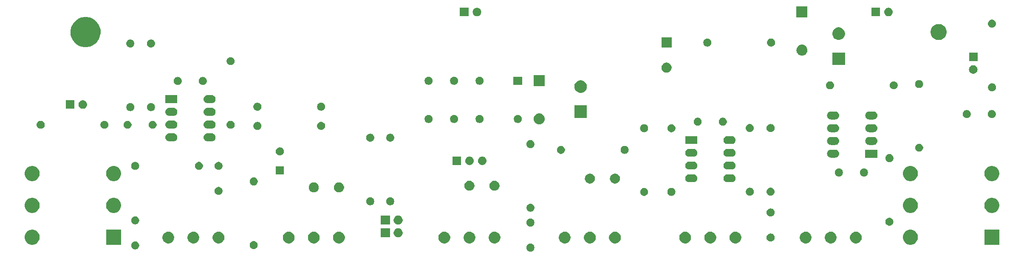
<source format=gbs>
G04 #@! TF.GenerationSoftware,KiCad,Pcbnew,5.1.4+dfsg1-1*
G04 #@! TF.CreationDate,2019-10-02T13:30:15+02:00*
G04 #@! TF.ProjectId,fat_bastard_main,6661745f-6261-4737-9461-72645f6d6169,rev?*
G04 #@! TF.SameCoordinates,Original*
G04 #@! TF.FileFunction,Soldermask,Bot*
G04 #@! TF.FilePolarity,Negative*
%FSLAX46Y46*%
G04 Gerber Fmt 4.6, Leading zero omitted, Abs format (unit mm)*
G04 Created by KiCad (PCBNEW 5.1.4+dfsg1-1) date 2019-10-02 13:30:15*
%MOMM*%
%LPD*%
G04 APERTURE LIST*
%ADD10C,0.100000*%
G04 APERTURE END LIST*
D10*
G36*
X151388751Y-107739543D02*
G01*
X151534341Y-107799848D01*
X151665370Y-107887399D01*
X151776801Y-107998830D01*
X151864352Y-108129859D01*
X151924657Y-108275449D01*
X151955400Y-108430006D01*
X151955400Y-108587594D01*
X151924657Y-108742151D01*
X151864352Y-108887741D01*
X151776801Y-109018770D01*
X151665370Y-109130201D01*
X151534341Y-109217752D01*
X151388751Y-109278057D01*
X151234194Y-109308800D01*
X151076606Y-109308800D01*
X150922049Y-109278057D01*
X150776459Y-109217752D01*
X150645430Y-109130201D01*
X150533999Y-109018770D01*
X150446448Y-108887741D01*
X150386143Y-108742151D01*
X150355400Y-108587594D01*
X150355400Y-108430006D01*
X150386143Y-108275449D01*
X150446448Y-108129859D01*
X150533999Y-107998830D01*
X150645430Y-107887399D01*
X150776459Y-107799848D01*
X150922049Y-107739543D01*
X151076606Y-107708800D01*
X151234194Y-107708800D01*
X151388751Y-107739543D01*
X151388751Y-107739543D01*
G37*
G36*
X72623351Y-107307743D02*
G01*
X72768941Y-107368048D01*
X72899970Y-107455599D01*
X73011401Y-107567030D01*
X73098952Y-107698059D01*
X73159257Y-107843649D01*
X73190000Y-107998206D01*
X73190000Y-108155794D01*
X73159257Y-108310351D01*
X73098952Y-108455941D01*
X73011401Y-108586970D01*
X72899970Y-108698401D01*
X72768941Y-108785952D01*
X72623351Y-108846257D01*
X72468794Y-108877000D01*
X72311206Y-108877000D01*
X72156649Y-108846257D01*
X72011059Y-108785952D01*
X71880030Y-108698401D01*
X71768599Y-108586970D01*
X71681048Y-108455941D01*
X71620743Y-108310351D01*
X71590000Y-108155794D01*
X71590000Y-107998206D01*
X71620743Y-107843649D01*
X71681048Y-107698059D01*
X71768599Y-107567030D01*
X71880030Y-107455599D01*
X72011059Y-107368048D01*
X72156649Y-107307743D01*
X72311206Y-107277000D01*
X72468794Y-107277000D01*
X72623351Y-107307743D01*
X72623351Y-107307743D01*
G37*
G36*
X96090471Y-107204659D02*
G01*
X96168827Y-107212376D01*
X96319628Y-107258121D01*
X96319630Y-107258122D01*
X96458605Y-107332406D01*
X96580422Y-107432378D01*
X96680394Y-107554195D01*
X96742293Y-107670000D01*
X96754679Y-107693172D01*
X96800424Y-107843973D01*
X96815870Y-108000800D01*
X96800424Y-108157627D01*
X96764683Y-108275449D01*
X96754678Y-108308430D01*
X96680394Y-108447405D01*
X96580422Y-108569222D01*
X96458605Y-108669194D01*
X96319630Y-108743478D01*
X96319628Y-108743479D01*
X96168827Y-108789224D01*
X96090471Y-108796941D01*
X96051294Y-108800800D01*
X95972706Y-108800800D01*
X95933529Y-108796941D01*
X95855173Y-108789224D01*
X95704372Y-108743479D01*
X95704370Y-108743478D01*
X95565395Y-108669194D01*
X95443578Y-108569222D01*
X95343606Y-108447405D01*
X95269322Y-108308430D01*
X95259317Y-108275449D01*
X95223576Y-108157627D01*
X95208130Y-108000800D01*
X95223576Y-107843973D01*
X95269321Y-107693172D01*
X95281707Y-107670000D01*
X95343606Y-107554195D01*
X95443578Y-107432378D01*
X95565395Y-107332406D01*
X95704370Y-107258122D01*
X95704372Y-107258121D01*
X95855173Y-107212376D01*
X95933529Y-107204659D01*
X95972706Y-107200800D01*
X96051294Y-107200800D01*
X96090471Y-107204659D01*
X96090471Y-107204659D01*
G37*
G36*
X227307534Y-104983643D02*
G01*
X227580515Y-105096716D01*
X227580517Y-105096717D01*
X227704190Y-105179353D01*
X227826193Y-105260873D01*
X228035127Y-105469807D01*
X228037767Y-105473758D01*
X228190408Y-105702200D01*
X228199284Y-105715485D01*
X228312357Y-105988466D01*
X228370000Y-106278262D01*
X228370000Y-106573738D01*
X228312357Y-106863534D01*
X228199284Y-107136515D01*
X228035127Y-107382193D01*
X227826193Y-107591127D01*
X227708151Y-107670000D01*
X227580517Y-107755283D01*
X227580516Y-107755284D01*
X227580515Y-107755284D01*
X227307534Y-107868357D01*
X227017738Y-107926000D01*
X226722262Y-107926000D01*
X226432466Y-107868357D01*
X226159485Y-107755284D01*
X226159484Y-107755284D01*
X226159483Y-107755283D01*
X226031849Y-107670000D01*
X225913807Y-107591127D01*
X225704873Y-107382193D01*
X225540716Y-107136515D01*
X225427643Y-106863534D01*
X225370000Y-106573738D01*
X225370000Y-106278262D01*
X225427643Y-105988466D01*
X225540716Y-105715485D01*
X225549593Y-105702200D01*
X225702233Y-105473758D01*
X225704873Y-105469807D01*
X225913807Y-105260873D01*
X226035810Y-105179353D01*
X226159483Y-105096717D01*
X226159485Y-105096716D01*
X226432466Y-104983643D01*
X226722262Y-104926000D01*
X227017738Y-104926000D01*
X227307534Y-104983643D01*
X227307534Y-104983643D01*
G37*
G36*
X244600000Y-107926000D02*
G01*
X241600000Y-107926000D01*
X241600000Y-104926000D01*
X244600000Y-104926000D01*
X244600000Y-107926000D01*
X244600000Y-107926000D01*
G37*
G36*
X69600000Y-107926000D02*
G01*
X66600000Y-107926000D01*
X66600000Y-104926000D01*
X69600000Y-104926000D01*
X69600000Y-107926000D01*
X69600000Y-107926000D01*
G37*
G36*
X52307534Y-104983643D02*
G01*
X52580515Y-105096716D01*
X52580517Y-105096717D01*
X52704190Y-105179353D01*
X52826193Y-105260873D01*
X53035127Y-105469807D01*
X53037767Y-105473758D01*
X53190408Y-105702200D01*
X53199284Y-105715485D01*
X53312357Y-105988466D01*
X53370000Y-106278262D01*
X53370000Y-106573738D01*
X53312357Y-106863534D01*
X53199284Y-107136515D01*
X53035127Y-107382193D01*
X52826193Y-107591127D01*
X52708151Y-107670000D01*
X52580517Y-107755283D01*
X52580516Y-107755284D01*
X52580515Y-107755284D01*
X52307534Y-107868357D01*
X52017738Y-107926000D01*
X51722262Y-107926000D01*
X51432466Y-107868357D01*
X51159485Y-107755284D01*
X51159484Y-107755284D01*
X51159483Y-107755283D01*
X51031849Y-107670000D01*
X50913807Y-107591127D01*
X50704873Y-107382193D01*
X50540716Y-107136515D01*
X50427643Y-106863534D01*
X50370000Y-106573738D01*
X50370000Y-106278262D01*
X50427643Y-105988466D01*
X50540716Y-105715485D01*
X50549593Y-105702200D01*
X50702233Y-105473758D01*
X50704873Y-105469807D01*
X50913807Y-105260873D01*
X51035810Y-105179353D01*
X51159483Y-105096717D01*
X51159485Y-105096716D01*
X51432466Y-104983643D01*
X51722262Y-104926000D01*
X52017738Y-104926000D01*
X52307534Y-104983643D01*
X52307534Y-104983643D01*
G37*
G36*
X103341275Y-105374962D02*
G01*
X103554201Y-105463159D01*
X103554203Y-105463160D01*
X103745831Y-105591202D01*
X103908798Y-105754169D01*
X103993410Y-105880799D01*
X104036841Y-105945799D01*
X104125038Y-106158725D01*
X104170000Y-106384764D01*
X104170000Y-106615236D01*
X104125038Y-106841275D01*
X104054251Y-107012170D01*
X104036840Y-107054203D01*
X103908798Y-107245831D01*
X103745831Y-107408798D01*
X103554203Y-107536840D01*
X103554202Y-107536841D01*
X103554201Y-107536841D01*
X103341275Y-107625038D01*
X103115236Y-107670000D01*
X102884764Y-107670000D01*
X102658725Y-107625038D01*
X102445799Y-107536841D01*
X102445798Y-107536841D01*
X102445797Y-107536840D01*
X102254169Y-107408798D01*
X102091202Y-107245831D01*
X101963160Y-107054203D01*
X101945749Y-107012170D01*
X101874962Y-106841275D01*
X101830000Y-106615236D01*
X101830000Y-106384764D01*
X101874962Y-106158725D01*
X101963159Y-105945799D01*
X102006591Y-105880799D01*
X102091202Y-105754169D01*
X102254169Y-105591202D01*
X102445797Y-105463160D01*
X102445799Y-105463159D01*
X102658725Y-105374962D01*
X102884764Y-105330000D01*
X103115236Y-105330000D01*
X103341275Y-105374962D01*
X103341275Y-105374962D01*
G37*
G36*
X182341275Y-105374962D02*
G01*
X182554201Y-105463159D01*
X182554203Y-105463160D01*
X182745831Y-105591202D01*
X182908798Y-105754169D01*
X182993410Y-105880799D01*
X183036841Y-105945799D01*
X183125038Y-106158725D01*
X183170000Y-106384764D01*
X183170000Y-106615236D01*
X183125038Y-106841275D01*
X183054251Y-107012170D01*
X183036840Y-107054203D01*
X182908798Y-107245831D01*
X182745831Y-107408798D01*
X182554203Y-107536840D01*
X182554202Y-107536841D01*
X182554201Y-107536841D01*
X182341275Y-107625038D01*
X182115236Y-107670000D01*
X181884764Y-107670000D01*
X181658725Y-107625038D01*
X181445799Y-107536841D01*
X181445798Y-107536841D01*
X181445797Y-107536840D01*
X181254169Y-107408798D01*
X181091202Y-107245831D01*
X180963160Y-107054203D01*
X180945749Y-107012170D01*
X180874962Y-106841275D01*
X180830000Y-106615236D01*
X180830000Y-106384764D01*
X180874962Y-106158725D01*
X180963159Y-105945799D01*
X181006591Y-105880799D01*
X181091202Y-105754169D01*
X181254169Y-105591202D01*
X181445797Y-105463160D01*
X181445799Y-105463159D01*
X181658725Y-105374962D01*
X181884764Y-105330000D01*
X182115236Y-105330000D01*
X182341275Y-105374962D01*
X182341275Y-105374962D01*
G37*
G36*
X192341275Y-105374962D02*
G01*
X192554201Y-105463159D01*
X192554203Y-105463160D01*
X192745831Y-105591202D01*
X192908798Y-105754169D01*
X192993410Y-105880799D01*
X193036841Y-105945799D01*
X193125038Y-106158725D01*
X193170000Y-106384764D01*
X193170000Y-106615236D01*
X193125038Y-106841275D01*
X193054251Y-107012170D01*
X193036840Y-107054203D01*
X192908798Y-107245831D01*
X192745831Y-107408798D01*
X192554203Y-107536840D01*
X192554202Y-107536841D01*
X192554201Y-107536841D01*
X192341275Y-107625038D01*
X192115236Y-107670000D01*
X191884764Y-107670000D01*
X191658725Y-107625038D01*
X191445799Y-107536841D01*
X191445798Y-107536841D01*
X191445797Y-107536840D01*
X191254169Y-107408798D01*
X191091202Y-107245831D01*
X190963160Y-107054203D01*
X190945749Y-107012170D01*
X190874962Y-106841275D01*
X190830000Y-106615236D01*
X190830000Y-106384764D01*
X190874962Y-106158725D01*
X190963159Y-105945799D01*
X191006591Y-105880799D01*
X191091202Y-105754169D01*
X191254169Y-105591202D01*
X191445797Y-105463160D01*
X191445799Y-105463159D01*
X191658725Y-105374962D01*
X191884764Y-105330000D01*
X192115236Y-105330000D01*
X192341275Y-105374962D01*
X192341275Y-105374962D01*
G37*
G36*
X108341275Y-105374962D02*
G01*
X108554201Y-105463159D01*
X108554203Y-105463160D01*
X108745831Y-105591202D01*
X108908798Y-105754169D01*
X108993410Y-105880799D01*
X109036841Y-105945799D01*
X109125038Y-106158725D01*
X109170000Y-106384764D01*
X109170000Y-106615236D01*
X109125038Y-106841275D01*
X109054251Y-107012170D01*
X109036840Y-107054203D01*
X108908798Y-107245831D01*
X108745831Y-107408798D01*
X108554203Y-107536840D01*
X108554202Y-107536841D01*
X108554201Y-107536841D01*
X108341275Y-107625038D01*
X108115236Y-107670000D01*
X107884764Y-107670000D01*
X107658725Y-107625038D01*
X107445799Y-107536841D01*
X107445798Y-107536841D01*
X107445797Y-107536840D01*
X107254169Y-107408798D01*
X107091202Y-107245831D01*
X106963160Y-107054203D01*
X106945749Y-107012170D01*
X106874962Y-106841275D01*
X106830000Y-106615236D01*
X106830000Y-106384764D01*
X106874962Y-106158725D01*
X106963159Y-105945799D01*
X107006591Y-105880799D01*
X107091202Y-105754169D01*
X107254169Y-105591202D01*
X107445797Y-105463160D01*
X107445799Y-105463159D01*
X107658725Y-105374962D01*
X107884764Y-105330000D01*
X108115236Y-105330000D01*
X108341275Y-105374962D01*
X108341275Y-105374962D01*
G37*
G36*
X113341275Y-105374962D02*
G01*
X113554201Y-105463159D01*
X113554203Y-105463160D01*
X113745831Y-105591202D01*
X113908798Y-105754169D01*
X113993410Y-105880799D01*
X114036841Y-105945799D01*
X114125038Y-106158725D01*
X114170000Y-106384764D01*
X114170000Y-106615236D01*
X114125038Y-106841275D01*
X114054251Y-107012170D01*
X114036840Y-107054203D01*
X113908798Y-107245831D01*
X113745831Y-107408798D01*
X113554203Y-107536840D01*
X113554202Y-107536841D01*
X113554201Y-107536841D01*
X113341275Y-107625038D01*
X113115236Y-107670000D01*
X112884764Y-107670000D01*
X112658725Y-107625038D01*
X112445799Y-107536841D01*
X112445798Y-107536841D01*
X112445797Y-107536840D01*
X112254169Y-107408798D01*
X112091202Y-107245831D01*
X111963160Y-107054203D01*
X111945749Y-107012170D01*
X111874962Y-106841275D01*
X111830000Y-106615236D01*
X111830000Y-106384764D01*
X111874962Y-106158725D01*
X111963159Y-105945799D01*
X112006591Y-105880799D01*
X112091202Y-105754169D01*
X112254169Y-105591202D01*
X112445797Y-105463160D01*
X112445799Y-105463159D01*
X112658725Y-105374962D01*
X112884764Y-105330000D01*
X113115236Y-105330000D01*
X113341275Y-105374962D01*
X113341275Y-105374962D01*
G37*
G36*
X89341275Y-105374962D02*
G01*
X89554201Y-105463159D01*
X89554203Y-105463160D01*
X89745831Y-105591202D01*
X89908798Y-105754169D01*
X89993410Y-105880799D01*
X90036841Y-105945799D01*
X90125038Y-106158725D01*
X90170000Y-106384764D01*
X90170000Y-106615236D01*
X90125038Y-106841275D01*
X90054251Y-107012170D01*
X90036840Y-107054203D01*
X89908798Y-107245831D01*
X89745831Y-107408798D01*
X89554203Y-107536840D01*
X89554202Y-107536841D01*
X89554201Y-107536841D01*
X89341275Y-107625038D01*
X89115236Y-107670000D01*
X88884764Y-107670000D01*
X88658725Y-107625038D01*
X88445799Y-107536841D01*
X88445798Y-107536841D01*
X88445797Y-107536840D01*
X88254169Y-107408798D01*
X88091202Y-107245831D01*
X87963160Y-107054203D01*
X87945749Y-107012170D01*
X87874962Y-106841275D01*
X87830000Y-106615236D01*
X87830000Y-106384764D01*
X87874962Y-106158725D01*
X87963159Y-105945799D01*
X88006591Y-105880799D01*
X88091202Y-105754169D01*
X88254169Y-105591202D01*
X88445797Y-105463160D01*
X88445799Y-105463159D01*
X88658725Y-105374962D01*
X88884764Y-105330000D01*
X89115236Y-105330000D01*
X89341275Y-105374962D01*
X89341275Y-105374962D01*
G37*
G36*
X84341275Y-105374962D02*
G01*
X84554201Y-105463159D01*
X84554203Y-105463160D01*
X84745831Y-105591202D01*
X84908798Y-105754169D01*
X84993410Y-105880799D01*
X85036841Y-105945799D01*
X85125038Y-106158725D01*
X85170000Y-106384764D01*
X85170000Y-106615236D01*
X85125038Y-106841275D01*
X85054251Y-107012170D01*
X85036840Y-107054203D01*
X84908798Y-107245831D01*
X84745831Y-107408798D01*
X84554203Y-107536840D01*
X84554202Y-107536841D01*
X84554201Y-107536841D01*
X84341275Y-107625038D01*
X84115236Y-107670000D01*
X83884764Y-107670000D01*
X83658725Y-107625038D01*
X83445799Y-107536841D01*
X83445798Y-107536841D01*
X83445797Y-107536840D01*
X83254169Y-107408798D01*
X83091202Y-107245831D01*
X82963160Y-107054203D01*
X82945749Y-107012170D01*
X82874962Y-106841275D01*
X82830000Y-106615236D01*
X82830000Y-106384764D01*
X82874962Y-106158725D01*
X82963159Y-105945799D01*
X83006591Y-105880799D01*
X83091202Y-105754169D01*
X83254169Y-105591202D01*
X83445797Y-105463160D01*
X83445799Y-105463159D01*
X83658725Y-105374962D01*
X83884764Y-105330000D01*
X84115236Y-105330000D01*
X84341275Y-105374962D01*
X84341275Y-105374962D01*
G37*
G36*
X79341275Y-105374962D02*
G01*
X79554201Y-105463159D01*
X79554203Y-105463160D01*
X79745831Y-105591202D01*
X79908798Y-105754169D01*
X79993410Y-105880799D01*
X80036841Y-105945799D01*
X80125038Y-106158725D01*
X80170000Y-106384764D01*
X80170000Y-106615236D01*
X80125038Y-106841275D01*
X80054251Y-107012170D01*
X80036840Y-107054203D01*
X79908798Y-107245831D01*
X79745831Y-107408798D01*
X79554203Y-107536840D01*
X79554202Y-107536841D01*
X79554201Y-107536841D01*
X79341275Y-107625038D01*
X79115236Y-107670000D01*
X78884764Y-107670000D01*
X78658725Y-107625038D01*
X78445799Y-107536841D01*
X78445798Y-107536841D01*
X78445797Y-107536840D01*
X78254169Y-107408798D01*
X78091202Y-107245831D01*
X77963160Y-107054203D01*
X77945749Y-107012170D01*
X77874962Y-106841275D01*
X77830000Y-106615236D01*
X77830000Y-106384764D01*
X77874962Y-106158725D01*
X77963159Y-105945799D01*
X78006591Y-105880799D01*
X78091202Y-105754169D01*
X78254169Y-105591202D01*
X78445797Y-105463160D01*
X78445799Y-105463159D01*
X78658725Y-105374962D01*
X78884764Y-105330000D01*
X79115236Y-105330000D01*
X79341275Y-105374962D01*
X79341275Y-105374962D01*
G37*
G36*
X187341275Y-105374962D02*
G01*
X187554201Y-105463159D01*
X187554203Y-105463160D01*
X187745831Y-105591202D01*
X187908798Y-105754169D01*
X187993410Y-105880799D01*
X188036841Y-105945799D01*
X188125038Y-106158725D01*
X188170000Y-106384764D01*
X188170000Y-106615236D01*
X188125038Y-106841275D01*
X188054251Y-107012170D01*
X188036840Y-107054203D01*
X187908798Y-107245831D01*
X187745831Y-107408798D01*
X187554203Y-107536840D01*
X187554202Y-107536841D01*
X187554201Y-107536841D01*
X187341275Y-107625038D01*
X187115236Y-107670000D01*
X186884764Y-107670000D01*
X186658725Y-107625038D01*
X186445799Y-107536841D01*
X186445798Y-107536841D01*
X186445797Y-107536840D01*
X186254169Y-107408798D01*
X186091202Y-107245831D01*
X185963160Y-107054203D01*
X185945749Y-107012170D01*
X185874962Y-106841275D01*
X185830000Y-106615236D01*
X185830000Y-106384764D01*
X185874962Y-106158725D01*
X185963159Y-105945799D01*
X186006591Y-105880799D01*
X186091202Y-105754169D01*
X186254169Y-105591202D01*
X186445797Y-105463160D01*
X186445799Y-105463159D01*
X186658725Y-105374962D01*
X186884764Y-105330000D01*
X187115236Y-105330000D01*
X187341275Y-105374962D01*
X187341275Y-105374962D01*
G37*
G36*
X168341275Y-105374962D02*
G01*
X168554201Y-105463159D01*
X168554203Y-105463160D01*
X168745831Y-105591202D01*
X168908798Y-105754169D01*
X168993410Y-105880799D01*
X169036841Y-105945799D01*
X169125038Y-106158725D01*
X169170000Y-106384764D01*
X169170000Y-106615236D01*
X169125038Y-106841275D01*
X169054251Y-107012170D01*
X169036840Y-107054203D01*
X168908798Y-107245831D01*
X168745831Y-107408798D01*
X168554203Y-107536840D01*
X168554202Y-107536841D01*
X168554201Y-107536841D01*
X168341275Y-107625038D01*
X168115236Y-107670000D01*
X167884764Y-107670000D01*
X167658725Y-107625038D01*
X167445799Y-107536841D01*
X167445798Y-107536841D01*
X167445797Y-107536840D01*
X167254169Y-107408798D01*
X167091202Y-107245831D01*
X166963160Y-107054203D01*
X166945749Y-107012170D01*
X166874962Y-106841275D01*
X166830000Y-106615236D01*
X166830000Y-106384764D01*
X166874962Y-106158725D01*
X166963159Y-105945799D01*
X167006591Y-105880799D01*
X167091202Y-105754169D01*
X167254169Y-105591202D01*
X167445797Y-105463160D01*
X167445799Y-105463159D01*
X167658725Y-105374962D01*
X167884764Y-105330000D01*
X168115236Y-105330000D01*
X168341275Y-105374962D01*
X168341275Y-105374962D01*
G37*
G36*
X144341275Y-105374962D02*
G01*
X144554201Y-105463159D01*
X144554203Y-105463160D01*
X144745831Y-105591202D01*
X144908798Y-105754169D01*
X144993410Y-105880799D01*
X145036841Y-105945799D01*
X145125038Y-106158725D01*
X145170000Y-106384764D01*
X145170000Y-106615236D01*
X145125038Y-106841275D01*
X145054251Y-107012170D01*
X145036840Y-107054203D01*
X144908798Y-107245831D01*
X144745831Y-107408798D01*
X144554203Y-107536840D01*
X144554202Y-107536841D01*
X144554201Y-107536841D01*
X144341275Y-107625038D01*
X144115236Y-107670000D01*
X143884764Y-107670000D01*
X143658725Y-107625038D01*
X143445799Y-107536841D01*
X143445798Y-107536841D01*
X143445797Y-107536840D01*
X143254169Y-107408798D01*
X143091202Y-107245831D01*
X142963160Y-107054203D01*
X142945749Y-107012170D01*
X142874962Y-106841275D01*
X142830000Y-106615236D01*
X142830000Y-106384764D01*
X142874962Y-106158725D01*
X142963159Y-105945799D01*
X143006591Y-105880799D01*
X143091202Y-105754169D01*
X143254169Y-105591202D01*
X143445797Y-105463160D01*
X143445799Y-105463159D01*
X143658725Y-105374962D01*
X143884764Y-105330000D01*
X144115236Y-105330000D01*
X144341275Y-105374962D01*
X144341275Y-105374962D01*
G37*
G36*
X139341275Y-105374962D02*
G01*
X139554201Y-105463159D01*
X139554203Y-105463160D01*
X139745831Y-105591202D01*
X139908798Y-105754169D01*
X139993410Y-105880799D01*
X140036841Y-105945799D01*
X140125038Y-106158725D01*
X140170000Y-106384764D01*
X140170000Y-106615236D01*
X140125038Y-106841275D01*
X140054251Y-107012170D01*
X140036840Y-107054203D01*
X139908798Y-107245831D01*
X139745831Y-107408798D01*
X139554203Y-107536840D01*
X139554202Y-107536841D01*
X139554201Y-107536841D01*
X139341275Y-107625038D01*
X139115236Y-107670000D01*
X138884764Y-107670000D01*
X138658725Y-107625038D01*
X138445799Y-107536841D01*
X138445798Y-107536841D01*
X138445797Y-107536840D01*
X138254169Y-107408798D01*
X138091202Y-107245831D01*
X137963160Y-107054203D01*
X137945749Y-107012170D01*
X137874962Y-106841275D01*
X137830000Y-106615236D01*
X137830000Y-106384764D01*
X137874962Y-106158725D01*
X137963159Y-105945799D01*
X138006591Y-105880799D01*
X138091202Y-105754169D01*
X138254169Y-105591202D01*
X138445797Y-105463160D01*
X138445799Y-105463159D01*
X138658725Y-105374962D01*
X138884764Y-105330000D01*
X139115236Y-105330000D01*
X139341275Y-105374962D01*
X139341275Y-105374962D01*
G37*
G36*
X134341275Y-105374962D02*
G01*
X134554201Y-105463159D01*
X134554203Y-105463160D01*
X134745831Y-105591202D01*
X134908798Y-105754169D01*
X134993410Y-105880799D01*
X135036841Y-105945799D01*
X135125038Y-106158725D01*
X135170000Y-106384764D01*
X135170000Y-106615236D01*
X135125038Y-106841275D01*
X135054251Y-107012170D01*
X135036840Y-107054203D01*
X134908798Y-107245831D01*
X134745831Y-107408798D01*
X134554203Y-107536840D01*
X134554202Y-107536841D01*
X134554201Y-107536841D01*
X134341275Y-107625038D01*
X134115236Y-107670000D01*
X133884764Y-107670000D01*
X133658725Y-107625038D01*
X133445799Y-107536841D01*
X133445798Y-107536841D01*
X133445797Y-107536840D01*
X133254169Y-107408798D01*
X133091202Y-107245831D01*
X132963160Y-107054203D01*
X132945749Y-107012170D01*
X132874962Y-106841275D01*
X132830000Y-106615236D01*
X132830000Y-106384764D01*
X132874962Y-106158725D01*
X132963159Y-105945799D01*
X133006591Y-105880799D01*
X133091202Y-105754169D01*
X133254169Y-105591202D01*
X133445797Y-105463160D01*
X133445799Y-105463159D01*
X133658725Y-105374962D01*
X133884764Y-105330000D01*
X134115236Y-105330000D01*
X134341275Y-105374962D01*
X134341275Y-105374962D01*
G37*
G36*
X216341275Y-105374962D02*
G01*
X216554201Y-105463159D01*
X216554203Y-105463160D01*
X216745831Y-105591202D01*
X216908798Y-105754169D01*
X216993410Y-105880799D01*
X217036841Y-105945799D01*
X217125038Y-106158725D01*
X217170000Y-106384764D01*
X217170000Y-106615236D01*
X217125038Y-106841275D01*
X217054251Y-107012170D01*
X217036840Y-107054203D01*
X216908798Y-107245831D01*
X216745831Y-107408798D01*
X216554203Y-107536840D01*
X216554202Y-107536841D01*
X216554201Y-107536841D01*
X216341275Y-107625038D01*
X216115236Y-107670000D01*
X215884764Y-107670000D01*
X215658725Y-107625038D01*
X215445799Y-107536841D01*
X215445798Y-107536841D01*
X215445797Y-107536840D01*
X215254169Y-107408798D01*
X215091202Y-107245831D01*
X214963160Y-107054203D01*
X214945749Y-107012170D01*
X214874962Y-106841275D01*
X214830000Y-106615236D01*
X214830000Y-106384764D01*
X214874962Y-106158725D01*
X214963159Y-105945799D01*
X215006591Y-105880799D01*
X215091202Y-105754169D01*
X215254169Y-105591202D01*
X215445797Y-105463160D01*
X215445799Y-105463159D01*
X215658725Y-105374962D01*
X215884764Y-105330000D01*
X216115236Y-105330000D01*
X216341275Y-105374962D01*
X216341275Y-105374962D01*
G37*
G36*
X211341275Y-105374962D02*
G01*
X211554201Y-105463159D01*
X211554203Y-105463160D01*
X211745831Y-105591202D01*
X211908798Y-105754169D01*
X211993410Y-105880799D01*
X212036841Y-105945799D01*
X212125038Y-106158725D01*
X212170000Y-106384764D01*
X212170000Y-106615236D01*
X212125038Y-106841275D01*
X212054251Y-107012170D01*
X212036840Y-107054203D01*
X211908798Y-107245831D01*
X211745831Y-107408798D01*
X211554203Y-107536840D01*
X211554202Y-107536841D01*
X211554201Y-107536841D01*
X211341275Y-107625038D01*
X211115236Y-107670000D01*
X210884764Y-107670000D01*
X210658725Y-107625038D01*
X210445799Y-107536841D01*
X210445798Y-107536841D01*
X210445797Y-107536840D01*
X210254169Y-107408798D01*
X210091202Y-107245831D01*
X209963160Y-107054203D01*
X209945749Y-107012170D01*
X209874962Y-106841275D01*
X209830000Y-106615236D01*
X209830000Y-106384764D01*
X209874962Y-106158725D01*
X209963159Y-105945799D01*
X210006591Y-105880799D01*
X210091202Y-105754169D01*
X210254169Y-105591202D01*
X210445797Y-105463160D01*
X210445799Y-105463159D01*
X210658725Y-105374962D01*
X210884764Y-105330000D01*
X211115236Y-105330000D01*
X211341275Y-105374962D01*
X211341275Y-105374962D01*
G37*
G36*
X206341275Y-105374962D02*
G01*
X206554201Y-105463159D01*
X206554203Y-105463160D01*
X206745831Y-105591202D01*
X206908798Y-105754169D01*
X206993410Y-105880799D01*
X207036841Y-105945799D01*
X207125038Y-106158725D01*
X207170000Y-106384764D01*
X207170000Y-106615236D01*
X207125038Y-106841275D01*
X207054251Y-107012170D01*
X207036840Y-107054203D01*
X206908798Y-107245831D01*
X206745831Y-107408798D01*
X206554203Y-107536840D01*
X206554202Y-107536841D01*
X206554201Y-107536841D01*
X206341275Y-107625038D01*
X206115236Y-107670000D01*
X205884764Y-107670000D01*
X205658725Y-107625038D01*
X205445799Y-107536841D01*
X205445798Y-107536841D01*
X205445797Y-107536840D01*
X205254169Y-107408798D01*
X205091202Y-107245831D01*
X204963160Y-107054203D01*
X204945749Y-107012170D01*
X204874962Y-106841275D01*
X204830000Y-106615236D01*
X204830000Y-106384764D01*
X204874962Y-106158725D01*
X204963159Y-105945799D01*
X205006591Y-105880799D01*
X205091202Y-105754169D01*
X205254169Y-105591202D01*
X205445797Y-105463160D01*
X205445799Y-105463159D01*
X205658725Y-105374962D01*
X205884764Y-105330000D01*
X206115236Y-105330000D01*
X206341275Y-105374962D01*
X206341275Y-105374962D01*
G37*
G36*
X158341275Y-105374962D02*
G01*
X158554201Y-105463159D01*
X158554203Y-105463160D01*
X158745831Y-105591202D01*
X158908798Y-105754169D01*
X158993410Y-105880799D01*
X159036841Y-105945799D01*
X159125038Y-106158725D01*
X159170000Y-106384764D01*
X159170000Y-106615236D01*
X159125038Y-106841275D01*
X159054251Y-107012170D01*
X159036840Y-107054203D01*
X158908798Y-107245831D01*
X158745831Y-107408798D01*
X158554203Y-107536840D01*
X158554202Y-107536841D01*
X158554201Y-107536841D01*
X158341275Y-107625038D01*
X158115236Y-107670000D01*
X157884764Y-107670000D01*
X157658725Y-107625038D01*
X157445799Y-107536841D01*
X157445798Y-107536841D01*
X157445797Y-107536840D01*
X157254169Y-107408798D01*
X157091202Y-107245831D01*
X156963160Y-107054203D01*
X156945749Y-107012170D01*
X156874962Y-106841275D01*
X156830000Y-106615236D01*
X156830000Y-106384764D01*
X156874962Y-106158725D01*
X156963159Y-105945799D01*
X157006591Y-105880799D01*
X157091202Y-105754169D01*
X157254169Y-105591202D01*
X157445797Y-105463160D01*
X157445799Y-105463159D01*
X157658725Y-105374962D01*
X157884764Y-105330000D01*
X158115236Y-105330000D01*
X158341275Y-105374962D01*
X158341275Y-105374962D01*
G37*
G36*
X163341275Y-105374962D02*
G01*
X163554201Y-105463159D01*
X163554203Y-105463160D01*
X163745831Y-105591202D01*
X163908798Y-105754169D01*
X163993410Y-105880799D01*
X164036841Y-105945799D01*
X164125038Y-106158725D01*
X164170000Y-106384764D01*
X164170000Y-106615236D01*
X164125038Y-106841275D01*
X164054251Y-107012170D01*
X164036840Y-107054203D01*
X163908798Y-107245831D01*
X163745831Y-107408798D01*
X163554203Y-107536840D01*
X163554202Y-107536841D01*
X163554201Y-107536841D01*
X163341275Y-107625038D01*
X163115236Y-107670000D01*
X162884764Y-107670000D01*
X162658725Y-107625038D01*
X162445799Y-107536841D01*
X162445798Y-107536841D01*
X162445797Y-107536840D01*
X162254169Y-107408798D01*
X162091202Y-107245831D01*
X161963160Y-107054203D01*
X161945749Y-107012170D01*
X161874962Y-106841275D01*
X161830000Y-106615236D01*
X161830000Y-106384764D01*
X161874962Y-106158725D01*
X161963159Y-105945799D01*
X162006591Y-105880799D01*
X162091202Y-105754169D01*
X162254169Y-105591202D01*
X162445797Y-105463160D01*
X162445799Y-105463159D01*
X162658725Y-105374962D01*
X162884764Y-105330000D01*
X163115236Y-105330000D01*
X163341275Y-105374962D01*
X163341275Y-105374962D01*
G37*
G36*
X199242351Y-105732943D02*
G01*
X199387941Y-105793248D01*
X199518970Y-105880799D01*
X199630401Y-105992230D01*
X199717952Y-106123259D01*
X199778257Y-106268849D01*
X199809000Y-106423406D01*
X199809000Y-106580994D01*
X199778257Y-106735551D01*
X199717952Y-106881141D01*
X199630401Y-107012170D01*
X199518970Y-107123601D01*
X199387941Y-107211152D01*
X199242351Y-107271457D01*
X199087794Y-107302200D01*
X198930206Y-107302200D01*
X198775649Y-107271457D01*
X198630059Y-107211152D01*
X198499030Y-107123601D01*
X198387599Y-107012170D01*
X198300048Y-106881141D01*
X198239743Y-106735551D01*
X198209000Y-106580994D01*
X198209000Y-106423406D01*
X198239743Y-106268849D01*
X198300048Y-106123259D01*
X198387599Y-105992230D01*
X198499030Y-105880799D01*
X198630059Y-105793248D01*
X198775649Y-105732943D01*
X198930206Y-105702200D01*
X199087794Y-105702200D01*
X199242351Y-105732943D01*
X199242351Y-105732943D01*
G37*
G36*
X123150200Y-106462400D02*
G01*
X121350200Y-106462400D01*
X121350200Y-104662400D01*
X123150200Y-104662400D01*
X123150200Y-106462400D01*
X123150200Y-106462400D01*
G37*
G36*
X125052720Y-104696986D02*
G01*
X125216510Y-104764830D01*
X125363917Y-104863324D01*
X125489276Y-104988683D01*
X125587770Y-105136090D01*
X125655614Y-105299880D01*
X125690200Y-105473758D01*
X125690200Y-105651042D01*
X125655614Y-105824920D01*
X125587770Y-105988710D01*
X125489276Y-106136117D01*
X125363917Y-106261476D01*
X125216510Y-106359970D01*
X125216509Y-106359971D01*
X125216508Y-106359971D01*
X125052720Y-106427814D01*
X124878844Y-106462400D01*
X124701556Y-106462400D01*
X124527680Y-106427814D01*
X124363892Y-106359971D01*
X124363891Y-106359971D01*
X124363890Y-106359970D01*
X124216483Y-106261476D01*
X124091124Y-106136117D01*
X123992630Y-105988710D01*
X123924786Y-105824920D01*
X123890200Y-105651042D01*
X123890200Y-105473758D01*
X123924786Y-105299880D01*
X123992630Y-105136090D01*
X124091124Y-104988683D01*
X124216483Y-104863324D01*
X124363890Y-104764830D01*
X124527680Y-104696986D01*
X124701556Y-104662400D01*
X124878844Y-104662400D01*
X125052720Y-104696986D01*
X125052720Y-104696986D01*
G37*
G36*
X151388751Y-102739543D02*
G01*
X151534341Y-102799848D01*
X151665370Y-102887399D01*
X151776801Y-102998830D01*
X151864352Y-103129859D01*
X151924657Y-103275449D01*
X151955400Y-103430006D01*
X151955400Y-103587594D01*
X151924657Y-103742151D01*
X151864352Y-103887741D01*
X151776801Y-104018770D01*
X151665370Y-104130201D01*
X151534341Y-104217752D01*
X151388751Y-104278057D01*
X151234194Y-104308800D01*
X151076606Y-104308800D01*
X150922049Y-104278057D01*
X150776459Y-104217752D01*
X150645430Y-104130201D01*
X150533999Y-104018770D01*
X150446448Y-103887741D01*
X150386143Y-103742151D01*
X150355400Y-103587594D01*
X150355400Y-103430006D01*
X150386143Y-103275449D01*
X150446448Y-103129859D01*
X150533999Y-102998830D01*
X150645430Y-102887399D01*
X150776459Y-102799848D01*
X150922049Y-102739543D01*
X151076606Y-102708800D01*
X151234194Y-102708800D01*
X151388751Y-102739543D01*
X151388751Y-102739543D01*
G37*
G36*
X222760271Y-102556459D02*
G01*
X222838627Y-102564176D01*
X222989428Y-102609921D01*
X222989430Y-102609922D01*
X223128405Y-102684206D01*
X223250222Y-102784178D01*
X223350194Y-102905995D01*
X223424478Y-103044970D01*
X223424479Y-103044972D01*
X223470224Y-103195773D01*
X223485670Y-103352600D01*
X223470224Y-103509427D01*
X223424479Y-103660228D01*
X223424478Y-103660230D01*
X223350194Y-103799205D01*
X223250222Y-103921022D01*
X223128405Y-104020994D01*
X222989430Y-104095278D01*
X222989428Y-104095279D01*
X222838627Y-104141024D01*
X222760271Y-104148741D01*
X222721094Y-104152600D01*
X222642506Y-104152600D01*
X222603329Y-104148741D01*
X222524973Y-104141024D01*
X222374172Y-104095279D01*
X222374170Y-104095278D01*
X222235195Y-104020994D01*
X222113378Y-103921022D01*
X222013406Y-103799205D01*
X221939122Y-103660230D01*
X221939121Y-103660228D01*
X221893376Y-103509427D01*
X221877930Y-103352600D01*
X221893376Y-103195773D01*
X221939121Y-103044972D01*
X221939122Y-103044970D01*
X222013406Y-102905995D01*
X222113378Y-102784178D01*
X222235195Y-102684206D01*
X222374170Y-102609922D01*
X222374172Y-102609921D01*
X222524973Y-102564176D01*
X222603329Y-102556459D01*
X222642506Y-102552600D01*
X222721094Y-102552600D01*
X222760271Y-102556459D01*
X222760271Y-102556459D01*
G37*
G36*
X123150000Y-103922400D02*
G01*
X121350000Y-103922400D01*
X121350000Y-102122400D01*
X123150000Y-102122400D01*
X123150000Y-103922400D01*
X123150000Y-103922400D01*
G37*
G36*
X125052520Y-102156986D02*
G01*
X125183289Y-102211152D01*
X125216310Y-102224830D01*
X125363717Y-102323324D01*
X125489076Y-102448683D01*
X125587570Y-102596090D01*
X125587571Y-102596092D01*
X125655414Y-102759880D01*
X125690000Y-102933756D01*
X125690000Y-103111044D01*
X125655414Y-103284920D01*
X125595318Y-103430006D01*
X125587570Y-103448710D01*
X125489076Y-103596117D01*
X125363717Y-103721476D01*
X125216310Y-103819970D01*
X125216309Y-103819971D01*
X125216308Y-103819971D01*
X125052520Y-103887814D01*
X124878644Y-103922400D01*
X124701356Y-103922400D01*
X124527480Y-103887814D01*
X124363692Y-103819971D01*
X124363691Y-103819971D01*
X124363690Y-103819970D01*
X124216283Y-103721476D01*
X124090924Y-103596117D01*
X123992430Y-103448710D01*
X123984683Y-103430006D01*
X123924586Y-103284920D01*
X123890000Y-103111044D01*
X123890000Y-102933756D01*
X123924586Y-102759880D01*
X123992429Y-102596092D01*
X123992430Y-102596090D01*
X124090924Y-102448683D01*
X124216283Y-102323324D01*
X124363690Y-102224830D01*
X124396712Y-102211152D01*
X124527480Y-102156986D01*
X124701356Y-102122400D01*
X124878644Y-102122400D01*
X125052520Y-102156986D01*
X125052520Y-102156986D01*
G37*
G36*
X72623351Y-102307743D02*
G01*
X72768941Y-102368048D01*
X72899970Y-102455599D01*
X73011401Y-102567030D01*
X73098952Y-102698059D01*
X73159257Y-102843649D01*
X73190000Y-102998206D01*
X73190000Y-103155794D01*
X73159257Y-103310351D01*
X73098952Y-103455941D01*
X73011401Y-103586970D01*
X72899970Y-103698401D01*
X72768941Y-103785952D01*
X72623351Y-103846257D01*
X72468794Y-103877000D01*
X72311206Y-103877000D01*
X72156649Y-103846257D01*
X72011059Y-103785952D01*
X71880030Y-103698401D01*
X71768599Y-103586970D01*
X71681048Y-103455941D01*
X71620743Y-103310351D01*
X71590000Y-103155794D01*
X71590000Y-102998206D01*
X71620743Y-102843649D01*
X71681048Y-102698059D01*
X71768599Y-102567030D01*
X71880030Y-102455599D01*
X72011059Y-102368048D01*
X72156649Y-102307743D01*
X72311206Y-102277000D01*
X72468794Y-102277000D01*
X72623351Y-102307743D01*
X72623351Y-102307743D01*
G37*
G36*
X199242351Y-100732943D02*
G01*
X199387941Y-100793248D01*
X199518970Y-100880799D01*
X199630401Y-100992230D01*
X199717952Y-101123259D01*
X199778257Y-101268849D01*
X199809000Y-101423406D01*
X199809000Y-101580994D01*
X199778257Y-101735551D01*
X199717952Y-101881141D01*
X199630401Y-102012170D01*
X199518970Y-102123601D01*
X199387941Y-102211152D01*
X199242351Y-102271457D01*
X199087794Y-102302200D01*
X198930206Y-102302200D01*
X198775649Y-102271457D01*
X198630059Y-102211152D01*
X198499030Y-102123601D01*
X198387599Y-102012170D01*
X198300048Y-101881141D01*
X198239743Y-101735551D01*
X198209000Y-101580994D01*
X198209000Y-101423406D01*
X198239743Y-101268849D01*
X198300048Y-101123259D01*
X198387599Y-100992230D01*
X198499030Y-100880799D01*
X198630059Y-100793248D01*
X198775649Y-100732943D01*
X198930206Y-100702200D01*
X199087794Y-100702200D01*
X199242351Y-100732943D01*
X199242351Y-100732943D01*
G37*
G36*
X52307534Y-98633643D02*
G01*
X52580515Y-98746716D01*
X52580517Y-98746717D01*
X52590264Y-98753230D01*
X52826193Y-98910873D01*
X53035127Y-99119807D01*
X53199284Y-99365485D01*
X53312357Y-99638466D01*
X53370000Y-99928262D01*
X53370000Y-100223738D01*
X53312357Y-100513534D01*
X53221474Y-100732943D01*
X53199283Y-100786517D01*
X53035126Y-101032194D01*
X52826194Y-101241126D01*
X52580517Y-101405283D01*
X52580516Y-101405284D01*
X52580515Y-101405284D01*
X52307534Y-101518357D01*
X52017738Y-101576000D01*
X51722262Y-101576000D01*
X51432466Y-101518357D01*
X51159485Y-101405284D01*
X51159484Y-101405284D01*
X51159483Y-101405283D01*
X50913806Y-101241126D01*
X50704874Y-101032194D01*
X50540717Y-100786517D01*
X50518526Y-100732943D01*
X50427643Y-100513534D01*
X50370000Y-100223738D01*
X50370000Y-99928262D01*
X50427643Y-99638466D01*
X50540716Y-99365485D01*
X50704873Y-99119807D01*
X50913807Y-98910873D01*
X51149736Y-98753230D01*
X51159483Y-98746717D01*
X51159485Y-98746716D01*
X51432466Y-98633643D01*
X51722262Y-98576000D01*
X52017738Y-98576000D01*
X52307534Y-98633643D01*
X52307534Y-98633643D01*
G37*
G36*
X68537534Y-98633643D02*
G01*
X68810515Y-98746716D01*
X68810517Y-98746717D01*
X68820264Y-98753230D01*
X69056193Y-98910873D01*
X69265127Y-99119807D01*
X69429284Y-99365485D01*
X69542357Y-99638466D01*
X69600000Y-99928262D01*
X69600000Y-100223738D01*
X69542357Y-100513534D01*
X69451474Y-100732943D01*
X69429283Y-100786517D01*
X69265126Y-101032194D01*
X69056194Y-101241126D01*
X68810517Y-101405283D01*
X68810516Y-101405284D01*
X68810515Y-101405284D01*
X68537534Y-101518357D01*
X68247738Y-101576000D01*
X67952262Y-101576000D01*
X67662466Y-101518357D01*
X67389485Y-101405284D01*
X67389484Y-101405284D01*
X67389483Y-101405283D01*
X67143806Y-101241126D01*
X66934874Y-101032194D01*
X66770717Y-100786517D01*
X66748526Y-100732943D01*
X66657643Y-100513534D01*
X66600000Y-100223738D01*
X66600000Y-99928262D01*
X66657643Y-99638466D01*
X66770716Y-99365485D01*
X66934873Y-99119807D01*
X67143807Y-98910873D01*
X67379736Y-98753230D01*
X67389483Y-98746717D01*
X67389485Y-98746716D01*
X67662466Y-98633643D01*
X67952262Y-98576000D01*
X68247738Y-98576000D01*
X68537534Y-98633643D01*
X68537534Y-98633643D01*
G37*
G36*
X243537534Y-98633643D02*
G01*
X243810515Y-98746716D01*
X243810517Y-98746717D01*
X243820264Y-98753230D01*
X244056193Y-98910873D01*
X244265127Y-99119807D01*
X244429284Y-99365485D01*
X244542357Y-99638466D01*
X244600000Y-99928262D01*
X244600000Y-100223738D01*
X244542357Y-100513534D01*
X244451474Y-100732943D01*
X244429283Y-100786517D01*
X244265126Y-101032194D01*
X244056194Y-101241126D01*
X243810517Y-101405283D01*
X243810516Y-101405284D01*
X243810515Y-101405284D01*
X243537534Y-101518357D01*
X243247738Y-101576000D01*
X242952262Y-101576000D01*
X242662466Y-101518357D01*
X242389485Y-101405284D01*
X242389484Y-101405284D01*
X242389483Y-101405283D01*
X242143806Y-101241126D01*
X241934874Y-101032194D01*
X241770717Y-100786517D01*
X241748526Y-100732943D01*
X241657643Y-100513534D01*
X241600000Y-100223738D01*
X241600000Y-99928262D01*
X241657643Y-99638466D01*
X241770716Y-99365485D01*
X241934873Y-99119807D01*
X242143807Y-98910873D01*
X242379736Y-98753230D01*
X242389483Y-98746717D01*
X242389485Y-98746716D01*
X242662466Y-98633643D01*
X242952262Y-98576000D01*
X243247738Y-98576000D01*
X243537534Y-98633643D01*
X243537534Y-98633643D01*
G37*
G36*
X227307534Y-98633643D02*
G01*
X227580515Y-98746716D01*
X227580517Y-98746717D01*
X227590264Y-98753230D01*
X227826193Y-98910873D01*
X228035127Y-99119807D01*
X228199284Y-99365485D01*
X228312357Y-99638466D01*
X228370000Y-99928262D01*
X228370000Y-100223738D01*
X228312357Y-100513534D01*
X228221474Y-100732943D01*
X228199283Y-100786517D01*
X228035126Y-101032194D01*
X227826194Y-101241126D01*
X227580517Y-101405283D01*
X227580516Y-101405284D01*
X227580515Y-101405284D01*
X227307534Y-101518357D01*
X227017738Y-101576000D01*
X226722262Y-101576000D01*
X226432466Y-101518357D01*
X226159485Y-101405284D01*
X226159484Y-101405284D01*
X226159483Y-101405283D01*
X225913806Y-101241126D01*
X225704874Y-101032194D01*
X225540717Y-100786517D01*
X225518526Y-100732943D01*
X225427643Y-100513534D01*
X225370000Y-100223738D01*
X225370000Y-99928262D01*
X225427643Y-99638466D01*
X225540716Y-99365485D01*
X225704873Y-99119807D01*
X225913807Y-98910873D01*
X226149736Y-98753230D01*
X226159483Y-98746717D01*
X226159485Y-98746716D01*
X226432466Y-98633643D01*
X226722262Y-98576000D01*
X227017738Y-98576000D01*
X227307534Y-98633643D01*
X227307534Y-98633643D01*
G37*
G36*
X151233871Y-99762459D02*
G01*
X151312227Y-99770176D01*
X151463028Y-99815921D01*
X151463030Y-99815922D01*
X151602005Y-99890206D01*
X151723822Y-99990178D01*
X151823794Y-100111995D01*
X151883522Y-100223738D01*
X151898079Y-100250972D01*
X151943824Y-100401773D01*
X151959270Y-100558600D01*
X151943824Y-100715427D01*
X151898079Y-100866228D01*
X151898078Y-100866230D01*
X151823794Y-101005205D01*
X151723822Y-101127022D01*
X151602005Y-101226994D01*
X151523700Y-101268849D01*
X151463028Y-101301279D01*
X151312227Y-101347024D01*
X151233871Y-101354741D01*
X151194694Y-101358600D01*
X151116106Y-101358600D01*
X151076929Y-101354741D01*
X150998573Y-101347024D01*
X150847772Y-101301279D01*
X150787100Y-101268849D01*
X150708795Y-101226994D01*
X150586978Y-101127022D01*
X150487006Y-101005205D01*
X150412722Y-100866230D01*
X150412721Y-100866228D01*
X150366976Y-100715427D01*
X150351530Y-100558600D01*
X150366976Y-100401773D01*
X150412721Y-100250972D01*
X150427278Y-100223738D01*
X150487006Y-100111995D01*
X150586978Y-99990178D01*
X150708795Y-99890206D01*
X150847770Y-99815922D01*
X150847772Y-99815921D01*
X150998573Y-99770176D01*
X151076929Y-99762459D01*
X151116106Y-99758600D01*
X151194694Y-99758600D01*
X151233871Y-99762459D01*
X151233871Y-99762459D01*
G37*
G36*
X119460951Y-98493943D02*
G01*
X119606541Y-98554248D01*
X119737570Y-98641799D01*
X119849001Y-98753230D01*
X119936552Y-98884259D01*
X119996857Y-99029849D01*
X120027600Y-99184406D01*
X120027600Y-99341994D01*
X119996857Y-99496551D01*
X119936552Y-99642141D01*
X119849001Y-99773170D01*
X119737570Y-99884601D01*
X119606541Y-99972152D01*
X119460951Y-100032457D01*
X119306394Y-100063200D01*
X119148806Y-100063200D01*
X118994249Y-100032457D01*
X118848659Y-99972152D01*
X118717630Y-99884601D01*
X118606199Y-99773170D01*
X118518648Y-99642141D01*
X118458343Y-99496551D01*
X118427600Y-99341994D01*
X118427600Y-99184406D01*
X118458343Y-99029849D01*
X118518648Y-98884259D01*
X118606199Y-98753230D01*
X118717630Y-98641799D01*
X118848659Y-98554248D01*
X118994249Y-98493943D01*
X119148806Y-98463200D01*
X119306394Y-98463200D01*
X119460951Y-98493943D01*
X119460951Y-98493943D01*
G37*
G36*
X123448751Y-98493943D02*
G01*
X123594341Y-98554248D01*
X123725370Y-98641799D01*
X123836801Y-98753230D01*
X123924352Y-98884259D01*
X123984657Y-99029849D01*
X124015400Y-99184406D01*
X124015400Y-99341994D01*
X123984657Y-99496551D01*
X123924352Y-99642141D01*
X123836801Y-99773170D01*
X123725370Y-99884601D01*
X123594341Y-99972152D01*
X123448751Y-100032457D01*
X123294194Y-100063200D01*
X123136606Y-100063200D01*
X122982049Y-100032457D01*
X122836459Y-99972152D01*
X122705430Y-99884601D01*
X122593999Y-99773170D01*
X122506448Y-99642141D01*
X122446143Y-99496551D01*
X122415400Y-99341994D01*
X122415400Y-99184406D01*
X122446143Y-99029849D01*
X122506448Y-98884259D01*
X122593999Y-98753230D01*
X122705430Y-98641799D01*
X122836459Y-98554248D01*
X122982049Y-98493943D01*
X123136606Y-98463200D01*
X123294194Y-98463200D01*
X123448751Y-98493943D01*
X123448751Y-98493943D01*
G37*
G36*
X174045551Y-96614343D02*
G01*
X174191141Y-96674648D01*
X174322170Y-96762199D01*
X174433601Y-96873630D01*
X174521152Y-97004659D01*
X174581457Y-97150249D01*
X174612200Y-97304806D01*
X174612200Y-97462394D01*
X174581457Y-97616951D01*
X174521152Y-97762541D01*
X174433601Y-97893570D01*
X174322170Y-98005001D01*
X174191141Y-98092552D01*
X174045551Y-98152857D01*
X173890994Y-98183600D01*
X173733406Y-98183600D01*
X173578849Y-98152857D01*
X173433259Y-98092552D01*
X173302230Y-98005001D01*
X173190799Y-97893570D01*
X173103248Y-97762541D01*
X173042943Y-97616951D01*
X173012200Y-97462394D01*
X173012200Y-97304806D01*
X173042943Y-97150249D01*
X173103248Y-97004659D01*
X173190799Y-96873630D01*
X173302230Y-96762199D01*
X173433259Y-96674648D01*
X173578849Y-96614343D01*
X173733406Y-96583600D01*
X173890994Y-96583600D01*
X174045551Y-96614343D01*
X174045551Y-96614343D01*
G37*
G36*
X179326271Y-96587459D02*
G01*
X179404627Y-96595176D01*
X179555428Y-96640921D01*
X179555430Y-96640922D01*
X179694405Y-96715206D01*
X179816222Y-96815178D01*
X179916194Y-96936995D01*
X179990478Y-97075970D01*
X179990479Y-97075972D01*
X180036224Y-97226773D01*
X180051670Y-97383600D01*
X180036224Y-97540427D01*
X179998184Y-97665828D01*
X179990478Y-97691230D01*
X179916194Y-97830205D01*
X179816222Y-97952022D01*
X179694405Y-98051994D01*
X179602948Y-98100879D01*
X179555428Y-98126279D01*
X179404627Y-98172024D01*
X179326271Y-98179741D01*
X179287094Y-98183600D01*
X179208506Y-98183600D01*
X179169329Y-98179741D01*
X179090973Y-98172024D01*
X178940172Y-98126279D01*
X178892652Y-98100879D01*
X178801195Y-98051994D01*
X178679378Y-97952022D01*
X178579406Y-97830205D01*
X178505122Y-97691230D01*
X178497416Y-97665828D01*
X178459376Y-97540427D01*
X178443930Y-97383600D01*
X178459376Y-97226773D01*
X178505121Y-97075972D01*
X178505122Y-97075970D01*
X178579406Y-96936995D01*
X178679378Y-96815178D01*
X178801195Y-96715206D01*
X178940170Y-96640922D01*
X178940172Y-96640921D01*
X179090973Y-96595176D01*
X179169329Y-96587459D01*
X179208506Y-96583600D01*
X179287094Y-96583600D01*
X179326271Y-96587459D01*
X179326271Y-96587459D01*
G37*
G36*
X199087471Y-96562059D02*
G01*
X199165827Y-96569776D01*
X199316628Y-96615521D01*
X199316630Y-96615522D01*
X199455605Y-96689806D01*
X199577422Y-96789778D01*
X199677394Y-96911595D01*
X199707692Y-96968278D01*
X199751679Y-97050572D01*
X199797424Y-97201373D01*
X199812870Y-97358200D01*
X199797424Y-97515027D01*
X199751679Y-97665828D01*
X199751678Y-97665830D01*
X199677394Y-97804805D01*
X199577422Y-97926622D01*
X199455605Y-98026594D01*
X199332207Y-98092552D01*
X199316628Y-98100879D01*
X199165827Y-98146624D01*
X199087471Y-98154341D01*
X199048294Y-98158200D01*
X198969706Y-98158200D01*
X198930529Y-98154341D01*
X198852173Y-98146624D01*
X198701372Y-98100879D01*
X198685793Y-98092552D01*
X198562395Y-98026594D01*
X198440578Y-97926622D01*
X198340606Y-97804805D01*
X198266322Y-97665830D01*
X198266321Y-97665828D01*
X198220576Y-97515027D01*
X198205130Y-97358200D01*
X198220576Y-97201373D01*
X198266321Y-97050572D01*
X198310308Y-96968278D01*
X198340606Y-96911595D01*
X198440578Y-96789778D01*
X198562395Y-96689806D01*
X198701370Y-96615522D01*
X198701372Y-96615521D01*
X198852173Y-96569776D01*
X198930529Y-96562059D01*
X198969706Y-96558200D01*
X199048294Y-96558200D01*
X199087471Y-96562059D01*
X199087471Y-96562059D01*
G37*
G36*
X195102151Y-96588943D02*
G01*
X195247741Y-96649248D01*
X195378770Y-96736799D01*
X195490201Y-96848230D01*
X195577752Y-96979259D01*
X195638057Y-97124849D01*
X195668800Y-97279406D01*
X195668800Y-97436994D01*
X195638057Y-97591551D01*
X195577752Y-97737141D01*
X195490201Y-97868170D01*
X195378770Y-97979601D01*
X195247741Y-98067152D01*
X195102151Y-98127457D01*
X194947594Y-98158200D01*
X194790006Y-98158200D01*
X194635449Y-98127457D01*
X194489859Y-98067152D01*
X194358830Y-97979601D01*
X194247399Y-97868170D01*
X194159848Y-97737141D01*
X194099543Y-97591551D01*
X194068800Y-97436994D01*
X194068800Y-97279406D01*
X194099543Y-97124849D01*
X194159848Y-96979259D01*
X194247399Y-96848230D01*
X194358830Y-96736799D01*
X194489859Y-96649248D01*
X194635449Y-96588943D01*
X194790006Y-96558200D01*
X194947594Y-96558200D01*
X195102151Y-96588943D01*
X195102151Y-96588943D01*
G37*
G36*
X89234951Y-96432743D02*
G01*
X89380541Y-96493048D01*
X89511570Y-96580599D01*
X89623001Y-96692030D01*
X89710552Y-96823059D01*
X89770857Y-96968649D01*
X89801600Y-97123206D01*
X89801600Y-97280794D01*
X89770857Y-97435351D01*
X89710552Y-97580941D01*
X89623001Y-97711970D01*
X89511570Y-97823401D01*
X89380541Y-97910952D01*
X89234951Y-97971257D01*
X89080394Y-98002000D01*
X88922806Y-98002000D01*
X88768249Y-97971257D01*
X88622659Y-97910952D01*
X88491630Y-97823401D01*
X88380199Y-97711970D01*
X88292648Y-97580941D01*
X88232343Y-97435351D01*
X88201600Y-97280794D01*
X88201600Y-97123206D01*
X88232343Y-96968649D01*
X88292648Y-96823059D01*
X88380199Y-96692030D01*
X88491630Y-96580599D01*
X88622659Y-96493048D01*
X88768249Y-96432743D01*
X88922806Y-96402000D01*
X89080394Y-96402000D01*
X89234951Y-96432743D01*
X89234951Y-96432743D01*
G37*
G36*
X113220708Y-95518751D02*
G01*
X113292489Y-95533029D01*
X113474478Y-95608411D01*
X113638263Y-95717849D01*
X113777551Y-95857137D01*
X113886989Y-96020922D01*
X113907341Y-96070057D01*
X113962371Y-96202912D01*
X114000800Y-96396107D01*
X114000800Y-96593093D01*
X113981562Y-96689807D01*
X113962371Y-96786289D01*
X113886989Y-96968278D01*
X113777551Y-97132063D01*
X113638263Y-97271351D01*
X113474478Y-97380789D01*
X113292489Y-97456171D01*
X113261203Y-97462394D01*
X113099293Y-97494600D01*
X112902307Y-97494600D01*
X112740397Y-97462394D01*
X112709111Y-97456171D01*
X112527122Y-97380789D01*
X112363337Y-97271351D01*
X112224049Y-97132063D01*
X112114611Y-96968278D01*
X112039229Y-96786289D01*
X112020038Y-96689807D01*
X112000800Y-96593093D01*
X112000800Y-96396107D01*
X112039229Y-96202912D01*
X112094259Y-96070057D01*
X112114611Y-96020922D01*
X112224049Y-95857137D01*
X112363337Y-95717849D01*
X112527122Y-95608411D01*
X112709111Y-95533029D01*
X112780892Y-95518751D01*
X112902307Y-95494600D01*
X113099293Y-95494600D01*
X113220708Y-95518751D01*
X113220708Y-95518751D01*
G37*
G36*
X108220708Y-95518751D02*
G01*
X108292489Y-95533029D01*
X108474478Y-95608411D01*
X108638263Y-95717849D01*
X108777551Y-95857137D01*
X108886989Y-96020922D01*
X108907341Y-96070057D01*
X108962371Y-96202912D01*
X109000800Y-96396107D01*
X109000800Y-96593093D01*
X108981562Y-96689807D01*
X108962371Y-96786289D01*
X108886989Y-96968278D01*
X108777551Y-97132063D01*
X108638263Y-97271351D01*
X108474478Y-97380789D01*
X108292489Y-97456171D01*
X108261203Y-97462394D01*
X108099293Y-97494600D01*
X107902307Y-97494600D01*
X107740397Y-97462394D01*
X107709111Y-97456171D01*
X107527122Y-97380789D01*
X107363337Y-97271351D01*
X107224049Y-97132063D01*
X107114611Y-96968278D01*
X107039229Y-96786289D01*
X107020038Y-96689807D01*
X107000800Y-96593093D01*
X107000800Y-96396107D01*
X107039229Y-96202912D01*
X107094259Y-96070057D01*
X107114611Y-96020922D01*
X107224049Y-95857137D01*
X107363337Y-95717849D01*
X107527122Y-95608411D01*
X107709111Y-95533029D01*
X107780892Y-95518751D01*
X107902307Y-95494600D01*
X108099293Y-95494600D01*
X108220708Y-95518751D01*
X108220708Y-95518751D01*
G37*
G36*
X144221490Y-95190019D02*
G01*
X144285889Y-95202829D01*
X144467878Y-95278211D01*
X144631663Y-95387649D01*
X144770951Y-95526937D01*
X144880389Y-95690722D01*
X144955771Y-95872711D01*
X144994200Y-96065909D01*
X144994200Y-96262891D01*
X144955771Y-96456089D01*
X144880389Y-96638078D01*
X144770951Y-96801863D01*
X144631663Y-96941151D01*
X144467878Y-97050589D01*
X144285889Y-97125971D01*
X144255272Y-97132061D01*
X144092693Y-97164400D01*
X143895707Y-97164400D01*
X143733128Y-97132061D01*
X143702511Y-97125971D01*
X143520522Y-97050589D01*
X143356737Y-96941151D01*
X143217449Y-96801863D01*
X143108011Y-96638078D01*
X143032629Y-96456089D01*
X142994200Y-96262891D01*
X142994200Y-96065909D01*
X143032629Y-95872711D01*
X143108011Y-95690722D01*
X143217449Y-95526937D01*
X143356737Y-95387649D01*
X143520522Y-95278211D01*
X143702511Y-95202829D01*
X143766910Y-95190019D01*
X143895707Y-95164400D01*
X144092693Y-95164400D01*
X144221490Y-95190019D01*
X144221490Y-95190019D01*
G37*
G36*
X139221490Y-95190019D02*
G01*
X139285889Y-95202829D01*
X139467878Y-95278211D01*
X139631663Y-95387649D01*
X139770951Y-95526937D01*
X139880389Y-95690722D01*
X139955771Y-95872711D01*
X139994200Y-96065909D01*
X139994200Y-96262891D01*
X139955771Y-96456089D01*
X139880389Y-96638078D01*
X139770951Y-96801863D01*
X139631663Y-96941151D01*
X139467878Y-97050589D01*
X139285889Y-97125971D01*
X139255272Y-97132061D01*
X139092693Y-97164400D01*
X138895707Y-97164400D01*
X138733128Y-97132061D01*
X138702511Y-97125971D01*
X138520522Y-97050589D01*
X138356737Y-96941151D01*
X138217449Y-96801863D01*
X138108011Y-96638078D01*
X138032629Y-96456089D01*
X137994200Y-96262891D01*
X137994200Y-96065909D01*
X138032629Y-95872711D01*
X138108011Y-95690722D01*
X138217449Y-95526937D01*
X138356737Y-95387649D01*
X138520522Y-95278211D01*
X138702511Y-95202829D01*
X138766910Y-95190019D01*
X138895707Y-95164400D01*
X139092693Y-95164400D01*
X139221490Y-95190019D01*
X139221490Y-95190019D01*
G37*
G36*
X96245351Y-94531543D02*
G01*
X96390941Y-94591848D01*
X96521970Y-94679399D01*
X96633401Y-94790830D01*
X96720952Y-94921859D01*
X96781257Y-95067449D01*
X96812000Y-95222006D01*
X96812000Y-95379594D01*
X96781257Y-95534151D01*
X96720952Y-95679741D01*
X96633401Y-95810770D01*
X96521970Y-95922201D01*
X96390941Y-96009752D01*
X96245351Y-96070057D01*
X96090794Y-96100800D01*
X95933206Y-96100800D01*
X95778649Y-96070057D01*
X95633059Y-96009752D01*
X95502030Y-95922201D01*
X95390599Y-95810770D01*
X95303048Y-95679741D01*
X95242743Y-95534151D01*
X95212000Y-95379594D01*
X95212000Y-95222006D01*
X95242743Y-95067449D01*
X95303048Y-94921859D01*
X95390599Y-94790830D01*
X95502030Y-94679399D01*
X95633059Y-94591848D01*
X95778649Y-94531543D01*
X95933206Y-94500800D01*
X96090794Y-94500800D01*
X96245351Y-94531543D01*
X96245351Y-94531543D01*
G37*
G36*
X163224490Y-93767619D02*
G01*
X163288889Y-93780429D01*
X163470878Y-93855811D01*
X163634663Y-93965249D01*
X163773951Y-94104537D01*
X163883389Y-94268322D01*
X163953057Y-94436517D01*
X163958771Y-94450312D01*
X163986925Y-94591849D01*
X163997200Y-94643509D01*
X163997200Y-94840491D01*
X163958771Y-95033689D01*
X163883389Y-95215678D01*
X163773951Y-95379463D01*
X163634663Y-95518751D01*
X163470878Y-95628189D01*
X163288889Y-95703571D01*
X163224490Y-95716381D01*
X163095693Y-95742000D01*
X162898707Y-95742000D01*
X162769910Y-95716381D01*
X162705511Y-95703571D01*
X162523522Y-95628189D01*
X162359737Y-95518751D01*
X162220449Y-95379463D01*
X162111011Y-95215678D01*
X162035629Y-95033689D01*
X161997200Y-94840491D01*
X161997200Y-94643509D01*
X162007476Y-94591849D01*
X162035629Y-94450312D01*
X162041343Y-94436517D01*
X162111011Y-94268322D01*
X162220449Y-94104537D01*
X162359737Y-93965249D01*
X162523522Y-93855811D01*
X162705511Y-93780429D01*
X162769910Y-93767619D01*
X162898707Y-93742000D01*
X163095693Y-93742000D01*
X163224490Y-93767619D01*
X163224490Y-93767619D01*
G37*
G36*
X168224490Y-93767619D02*
G01*
X168288889Y-93780429D01*
X168470878Y-93855811D01*
X168634663Y-93965249D01*
X168773951Y-94104537D01*
X168883389Y-94268322D01*
X168953057Y-94436517D01*
X168958771Y-94450312D01*
X168986925Y-94591849D01*
X168997200Y-94643509D01*
X168997200Y-94840491D01*
X168958771Y-95033689D01*
X168883389Y-95215678D01*
X168773951Y-95379463D01*
X168634663Y-95518751D01*
X168470878Y-95628189D01*
X168288889Y-95703571D01*
X168224490Y-95716381D01*
X168095693Y-95742000D01*
X167898707Y-95742000D01*
X167769910Y-95716381D01*
X167705511Y-95703571D01*
X167523522Y-95628189D01*
X167359737Y-95518751D01*
X167220449Y-95379463D01*
X167111011Y-95215678D01*
X167035629Y-95033689D01*
X166997200Y-94840491D01*
X166997200Y-94643509D01*
X167007476Y-94591849D01*
X167035629Y-94450312D01*
X167041343Y-94436517D01*
X167111011Y-94268322D01*
X167220449Y-94104537D01*
X167359737Y-93965249D01*
X167523522Y-93855811D01*
X167705511Y-93780429D01*
X167769910Y-93767619D01*
X167898707Y-93742000D01*
X168095693Y-93742000D01*
X168224490Y-93767619D01*
X168224490Y-93767619D01*
G37*
G36*
X183688671Y-93869659D02*
G01*
X183767027Y-93877376D01*
X183917828Y-93923121D01*
X183917830Y-93923122D01*
X184056805Y-93997406D01*
X184178622Y-94097378D01*
X184278594Y-94219195D01*
X184333972Y-94322800D01*
X184352879Y-94358172D01*
X184398624Y-94508973D01*
X184414070Y-94665800D01*
X184398624Y-94822627D01*
X184368522Y-94921859D01*
X184352878Y-94973430D01*
X184278594Y-95112405D01*
X184178622Y-95234222D01*
X184056805Y-95334194D01*
X183971868Y-95379594D01*
X183917828Y-95408479D01*
X183767027Y-95454224D01*
X183688671Y-95461941D01*
X183649494Y-95465800D01*
X182770906Y-95465800D01*
X182731729Y-95461941D01*
X182653373Y-95454224D01*
X182502572Y-95408479D01*
X182448532Y-95379594D01*
X182363595Y-95334194D01*
X182241778Y-95234222D01*
X182141806Y-95112405D01*
X182067522Y-94973430D01*
X182051878Y-94921859D01*
X182021776Y-94822627D01*
X182006330Y-94665800D01*
X182021776Y-94508973D01*
X182067521Y-94358172D01*
X182086428Y-94322800D01*
X182141806Y-94219195D01*
X182241778Y-94097378D01*
X182363595Y-93997406D01*
X182502570Y-93923122D01*
X182502572Y-93923121D01*
X182653373Y-93877376D01*
X182731729Y-93869659D01*
X182770906Y-93865800D01*
X183649494Y-93865800D01*
X183688671Y-93869659D01*
X183688671Y-93869659D01*
G37*
G36*
X191308671Y-93869659D02*
G01*
X191387027Y-93877376D01*
X191537828Y-93923121D01*
X191537830Y-93923122D01*
X191676805Y-93997406D01*
X191798622Y-94097378D01*
X191898594Y-94219195D01*
X191953972Y-94322800D01*
X191972879Y-94358172D01*
X192018624Y-94508973D01*
X192034070Y-94665800D01*
X192018624Y-94822627D01*
X191988522Y-94921859D01*
X191972878Y-94973430D01*
X191898594Y-95112405D01*
X191798622Y-95234222D01*
X191676805Y-95334194D01*
X191591868Y-95379594D01*
X191537828Y-95408479D01*
X191387027Y-95454224D01*
X191308671Y-95461941D01*
X191269494Y-95465800D01*
X190390906Y-95465800D01*
X190351729Y-95461941D01*
X190273373Y-95454224D01*
X190122572Y-95408479D01*
X190068532Y-95379594D01*
X189983595Y-95334194D01*
X189861778Y-95234222D01*
X189761806Y-95112405D01*
X189687522Y-94973430D01*
X189671878Y-94921859D01*
X189641776Y-94822627D01*
X189626330Y-94665800D01*
X189641776Y-94508973D01*
X189687521Y-94358172D01*
X189706428Y-94322800D01*
X189761806Y-94219195D01*
X189861778Y-94097378D01*
X189983595Y-93997406D01*
X190122570Y-93923122D01*
X190122572Y-93923121D01*
X190273373Y-93877376D01*
X190351729Y-93869659D01*
X190390906Y-93865800D01*
X191269494Y-93865800D01*
X191308671Y-93869659D01*
X191308671Y-93869659D01*
G37*
G36*
X227307534Y-92283643D02*
G01*
X227580515Y-92396716D01*
X227580517Y-92396717D01*
X227704190Y-92479353D01*
X227826193Y-92560873D01*
X228035127Y-92769807D01*
X228102337Y-92870394D01*
X228131624Y-92914224D01*
X228199284Y-93015485D01*
X228312357Y-93288466D01*
X228370000Y-93578262D01*
X228370000Y-93873738D01*
X228312357Y-94163534D01*
X228199284Y-94436515D01*
X228199283Y-94436517D01*
X228035126Y-94682194D01*
X227826194Y-94891126D01*
X227580517Y-95055283D01*
X227580516Y-95055284D01*
X227580515Y-95055284D01*
X227307534Y-95168357D01*
X227017738Y-95226000D01*
X226722262Y-95226000D01*
X226432466Y-95168357D01*
X226159485Y-95055284D01*
X226159484Y-95055284D01*
X226159483Y-95055283D01*
X225913806Y-94891126D01*
X225704874Y-94682194D01*
X225540717Y-94436517D01*
X225540716Y-94436515D01*
X225427643Y-94163534D01*
X225370000Y-93873738D01*
X225370000Y-93578262D01*
X225427643Y-93288466D01*
X225540716Y-93015485D01*
X225608377Y-92914224D01*
X225637663Y-92870394D01*
X225704873Y-92769807D01*
X225913807Y-92560873D01*
X226035810Y-92479353D01*
X226159483Y-92396717D01*
X226159485Y-92396716D01*
X226432466Y-92283643D01*
X226722262Y-92226000D01*
X227017738Y-92226000D01*
X227307534Y-92283643D01*
X227307534Y-92283643D01*
G37*
G36*
X68537534Y-92283643D02*
G01*
X68810515Y-92396716D01*
X68810517Y-92396717D01*
X68934190Y-92479353D01*
X69056193Y-92560873D01*
X69265127Y-92769807D01*
X69332337Y-92870394D01*
X69361624Y-92914224D01*
X69429284Y-93015485D01*
X69542357Y-93288466D01*
X69600000Y-93578262D01*
X69600000Y-93873738D01*
X69542357Y-94163534D01*
X69429284Y-94436515D01*
X69429283Y-94436517D01*
X69265126Y-94682194D01*
X69056194Y-94891126D01*
X68810517Y-95055283D01*
X68810516Y-95055284D01*
X68810515Y-95055284D01*
X68537534Y-95168357D01*
X68247738Y-95226000D01*
X67952262Y-95226000D01*
X67662466Y-95168357D01*
X67389485Y-95055284D01*
X67389484Y-95055284D01*
X67389483Y-95055283D01*
X67143806Y-94891126D01*
X66934874Y-94682194D01*
X66770717Y-94436517D01*
X66770716Y-94436515D01*
X66657643Y-94163534D01*
X66600000Y-93873738D01*
X66600000Y-93578262D01*
X66657643Y-93288466D01*
X66770716Y-93015485D01*
X66838377Y-92914224D01*
X66867663Y-92870394D01*
X66934873Y-92769807D01*
X67143807Y-92560873D01*
X67265810Y-92479353D01*
X67389483Y-92396717D01*
X67389485Y-92396716D01*
X67662466Y-92283643D01*
X67952262Y-92226000D01*
X68247738Y-92226000D01*
X68537534Y-92283643D01*
X68537534Y-92283643D01*
G37*
G36*
X52307534Y-92283643D02*
G01*
X52580515Y-92396716D01*
X52580517Y-92396717D01*
X52704190Y-92479353D01*
X52826193Y-92560873D01*
X53035127Y-92769807D01*
X53102337Y-92870394D01*
X53131624Y-92914224D01*
X53199284Y-93015485D01*
X53312357Y-93288466D01*
X53370000Y-93578262D01*
X53370000Y-93873738D01*
X53312357Y-94163534D01*
X53199284Y-94436515D01*
X53199283Y-94436517D01*
X53035126Y-94682194D01*
X52826194Y-94891126D01*
X52580517Y-95055283D01*
X52580516Y-95055284D01*
X52580515Y-95055284D01*
X52307534Y-95168357D01*
X52017738Y-95226000D01*
X51722262Y-95226000D01*
X51432466Y-95168357D01*
X51159485Y-95055284D01*
X51159484Y-95055284D01*
X51159483Y-95055283D01*
X50913806Y-94891126D01*
X50704874Y-94682194D01*
X50540717Y-94436517D01*
X50540716Y-94436515D01*
X50427643Y-94163534D01*
X50370000Y-93873738D01*
X50370000Y-93578262D01*
X50427643Y-93288466D01*
X50540716Y-93015485D01*
X50608377Y-92914224D01*
X50637663Y-92870394D01*
X50704873Y-92769807D01*
X50913807Y-92560873D01*
X51035810Y-92479353D01*
X51159483Y-92396717D01*
X51159485Y-92396716D01*
X51432466Y-92283643D01*
X51722262Y-92226000D01*
X52017738Y-92226000D01*
X52307534Y-92283643D01*
X52307534Y-92283643D01*
G37*
G36*
X243537534Y-92283643D02*
G01*
X243810515Y-92396716D01*
X243810517Y-92396717D01*
X243934190Y-92479353D01*
X244056193Y-92560873D01*
X244265127Y-92769807D01*
X244332337Y-92870394D01*
X244361624Y-92914224D01*
X244429284Y-93015485D01*
X244542357Y-93288466D01*
X244600000Y-93578262D01*
X244600000Y-93873738D01*
X244542357Y-94163534D01*
X244429284Y-94436515D01*
X244429283Y-94436517D01*
X244265126Y-94682194D01*
X244056194Y-94891126D01*
X243810517Y-95055283D01*
X243810516Y-95055284D01*
X243810515Y-95055284D01*
X243537534Y-95168357D01*
X243247738Y-95226000D01*
X242952262Y-95226000D01*
X242662466Y-95168357D01*
X242389485Y-95055284D01*
X242389484Y-95055284D01*
X242389483Y-95055283D01*
X242143806Y-94891126D01*
X241934874Y-94682194D01*
X241770717Y-94436517D01*
X241770716Y-94436515D01*
X241657643Y-94163534D01*
X241600000Y-93873738D01*
X241600000Y-93578262D01*
X241657643Y-93288466D01*
X241770716Y-93015485D01*
X241838377Y-92914224D01*
X241867663Y-92870394D01*
X241934873Y-92769807D01*
X242143807Y-92560873D01*
X242265810Y-92479353D01*
X242389483Y-92396717D01*
X242389485Y-92396716D01*
X242662466Y-92283643D01*
X242952262Y-92226000D01*
X243247738Y-92226000D01*
X243537534Y-92283643D01*
X243537534Y-92283643D01*
G37*
G36*
X212856751Y-92753543D02*
G01*
X213002341Y-92813848D01*
X213133370Y-92901399D01*
X213244801Y-93012830D01*
X213332352Y-93143859D01*
X213392657Y-93289449D01*
X213423400Y-93444006D01*
X213423400Y-93601594D01*
X213392657Y-93756151D01*
X213332352Y-93901741D01*
X213244801Y-94032770D01*
X213133370Y-94144201D01*
X213002341Y-94231752D01*
X212856751Y-94292057D01*
X212702194Y-94322800D01*
X212544606Y-94322800D01*
X212390049Y-94292057D01*
X212244459Y-94231752D01*
X212113430Y-94144201D01*
X212001999Y-94032770D01*
X211914448Y-93901741D01*
X211854143Y-93756151D01*
X211823400Y-93601594D01*
X211823400Y-93444006D01*
X211854143Y-93289449D01*
X211914448Y-93143859D01*
X212001999Y-93012830D01*
X212113430Y-92901399D01*
X212244459Y-92813848D01*
X212390049Y-92753543D01*
X212544606Y-92722800D01*
X212702194Y-92722800D01*
X212856751Y-92753543D01*
X212856751Y-92753543D01*
G37*
G36*
X217856751Y-92753543D02*
G01*
X218002341Y-92813848D01*
X218133370Y-92901399D01*
X218244801Y-93012830D01*
X218332352Y-93143859D01*
X218392657Y-93289449D01*
X218423400Y-93444006D01*
X218423400Y-93601594D01*
X218392657Y-93756151D01*
X218332352Y-93901741D01*
X218244801Y-94032770D01*
X218133370Y-94144201D01*
X218002341Y-94231752D01*
X217856751Y-94292057D01*
X217702194Y-94322800D01*
X217544606Y-94322800D01*
X217390049Y-94292057D01*
X217244459Y-94231752D01*
X217113430Y-94144201D01*
X217001999Y-94032770D01*
X216914448Y-93901741D01*
X216854143Y-93756151D01*
X216823400Y-93601594D01*
X216823400Y-93444006D01*
X216854143Y-93289449D01*
X216914448Y-93143859D01*
X217001999Y-93012830D01*
X217113430Y-92901399D01*
X217244459Y-92813848D01*
X217390049Y-92753543D01*
X217544606Y-92722800D01*
X217702194Y-92722800D01*
X217856751Y-92753543D01*
X217856751Y-92753543D01*
G37*
G36*
X102019000Y-93916400D02*
G01*
X100419000Y-93916400D01*
X100419000Y-92316400D01*
X102019000Y-92316400D01*
X102019000Y-93916400D01*
X102019000Y-93916400D01*
G37*
G36*
X85323351Y-91432743D02*
G01*
X85468941Y-91493048D01*
X85599970Y-91580599D01*
X85711401Y-91692030D01*
X85798952Y-91823059D01*
X85859257Y-91968649D01*
X85890000Y-92123206D01*
X85890000Y-92280794D01*
X85859257Y-92435351D01*
X85798952Y-92580941D01*
X85711401Y-92711970D01*
X85599970Y-92823401D01*
X85468941Y-92910952D01*
X85323351Y-92971257D01*
X85168794Y-93002000D01*
X85011206Y-93002000D01*
X84856649Y-92971257D01*
X84711059Y-92910952D01*
X84580030Y-92823401D01*
X84468599Y-92711970D01*
X84381048Y-92580941D01*
X84320743Y-92435351D01*
X84290000Y-92280794D01*
X84290000Y-92123206D01*
X84320743Y-91968649D01*
X84381048Y-91823059D01*
X84468599Y-91692030D01*
X84580030Y-91580599D01*
X84711059Y-91493048D01*
X84856649Y-91432743D01*
X85011206Y-91402000D01*
X85168794Y-91402000D01*
X85323351Y-91432743D01*
X85323351Y-91432743D01*
G37*
G36*
X72468471Y-91405859D02*
G01*
X72546827Y-91413576D01*
X72697628Y-91459321D01*
X72697630Y-91459322D01*
X72836605Y-91533606D01*
X72958422Y-91633578D01*
X73058394Y-91755395D01*
X73091948Y-91818170D01*
X73132679Y-91894372D01*
X73178424Y-92045173D01*
X73193870Y-92202000D01*
X73178424Y-92358827D01*
X73132679Y-92509628D01*
X73132678Y-92509630D01*
X73058394Y-92648605D01*
X72958422Y-92770422D01*
X72836605Y-92870394D01*
X72754605Y-92914224D01*
X72697628Y-92944679D01*
X72546827Y-92990424D01*
X72468471Y-92998141D01*
X72429294Y-93002000D01*
X72350706Y-93002000D01*
X72311529Y-92998141D01*
X72233173Y-92990424D01*
X72082372Y-92944679D01*
X72025395Y-92914224D01*
X71943395Y-92870394D01*
X71821578Y-92770422D01*
X71721606Y-92648605D01*
X71647322Y-92509630D01*
X71647321Y-92509628D01*
X71601576Y-92358827D01*
X71586130Y-92202000D01*
X71601576Y-92045173D01*
X71647321Y-91894372D01*
X71688052Y-91818170D01*
X71721606Y-91755395D01*
X71821578Y-91633578D01*
X71943395Y-91533606D01*
X72082370Y-91459322D01*
X72082372Y-91459321D01*
X72233173Y-91413576D01*
X72311529Y-91405859D01*
X72350706Y-91402000D01*
X72429294Y-91402000D01*
X72468471Y-91405859D01*
X72468471Y-91405859D01*
G37*
G36*
X89234951Y-91432743D02*
G01*
X89380541Y-91493048D01*
X89511570Y-91580599D01*
X89623001Y-91692030D01*
X89710552Y-91823059D01*
X89770857Y-91968649D01*
X89801600Y-92123206D01*
X89801600Y-92280794D01*
X89770857Y-92435351D01*
X89710552Y-92580941D01*
X89623001Y-92711970D01*
X89511570Y-92823401D01*
X89380541Y-92910952D01*
X89234951Y-92971257D01*
X89080394Y-93002000D01*
X88922806Y-93002000D01*
X88768249Y-92971257D01*
X88622659Y-92910952D01*
X88491630Y-92823401D01*
X88380199Y-92711970D01*
X88292648Y-92580941D01*
X88232343Y-92435351D01*
X88201600Y-92280794D01*
X88201600Y-92123206D01*
X88232343Y-91968649D01*
X88292648Y-91823059D01*
X88380199Y-91692030D01*
X88491630Y-91580599D01*
X88622659Y-91493048D01*
X88768249Y-91432743D01*
X88922806Y-91402000D01*
X89080394Y-91402000D01*
X89234951Y-91432743D01*
X89234951Y-91432743D01*
G37*
G36*
X183688671Y-91329659D02*
G01*
X183767027Y-91337376D01*
X183917828Y-91383121D01*
X183917830Y-91383122D01*
X184056805Y-91457406D01*
X184100235Y-91493048D01*
X184178622Y-91557378D01*
X184278593Y-91679194D01*
X184352879Y-91818172D01*
X184398624Y-91968973D01*
X184414070Y-92125800D01*
X184398624Y-92282627D01*
X184364015Y-92396716D01*
X184352878Y-92433430D01*
X184278594Y-92572405D01*
X184178622Y-92694222D01*
X184056805Y-92794194D01*
X183917830Y-92868478D01*
X183917828Y-92868479D01*
X183767027Y-92914224D01*
X183688671Y-92921941D01*
X183649494Y-92925800D01*
X182770906Y-92925800D01*
X182731729Y-92921941D01*
X182653373Y-92914224D01*
X182502572Y-92868479D01*
X182502570Y-92868478D01*
X182363595Y-92794194D01*
X182241778Y-92694222D01*
X182141806Y-92572405D01*
X182067522Y-92433430D01*
X182056385Y-92396716D01*
X182021776Y-92282627D01*
X182006330Y-92125800D01*
X182021776Y-91968973D01*
X182067521Y-91818172D01*
X182141807Y-91679194D01*
X182241778Y-91557378D01*
X182320165Y-91493048D01*
X182363595Y-91457406D01*
X182502570Y-91383122D01*
X182502572Y-91383121D01*
X182653373Y-91337376D01*
X182731729Y-91329659D01*
X182770906Y-91325800D01*
X183649494Y-91325800D01*
X183688671Y-91329659D01*
X183688671Y-91329659D01*
G37*
G36*
X191308671Y-91329659D02*
G01*
X191387027Y-91337376D01*
X191537828Y-91383121D01*
X191537830Y-91383122D01*
X191676805Y-91457406D01*
X191720235Y-91493048D01*
X191798622Y-91557378D01*
X191898593Y-91679194D01*
X191972879Y-91818172D01*
X192018624Y-91968973D01*
X192034070Y-92125800D01*
X192018624Y-92282627D01*
X191984015Y-92396716D01*
X191972878Y-92433430D01*
X191898594Y-92572405D01*
X191798622Y-92694222D01*
X191676805Y-92794194D01*
X191537830Y-92868478D01*
X191537828Y-92868479D01*
X191387027Y-92914224D01*
X191308671Y-92921941D01*
X191269494Y-92925800D01*
X190390906Y-92925800D01*
X190351729Y-92921941D01*
X190273373Y-92914224D01*
X190122572Y-92868479D01*
X190122570Y-92868478D01*
X189983595Y-92794194D01*
X189861778Y-92694222D01*
X189761806Y-92572405D01*
X189687522Y-92433430D01*
X189676385Y-92396716D01*
X189641776Y-92282627D01*
X189626330Y-92125800D01*
X189641776Y-91968973D01*
X189687521Y-91818172D01*
X189761807Y-91679194D01*
X189861778Y-91557378D01*
X189940165Y-91493048D01*
X189983595Y-91457406D01*
X190122570Y-91383122D01*
X190122572Y-91383121D01*
X190273373Y-91337376D01*
X190351729Y-91329659D01*
X190390906Y-91325800D01*
X191269494Y-91325800D01*
X191308671Y-91329659D01*
X191308671Y-91329659D01*
G37*
G36*
X141720827Y-90348299D02*
G01*
X141800942Y-90372602D01*
X141881055Y-90396903D01*
X141881057Y-90396904D01*
X142028718Y-90475831D01*
X142158149Y-90582051D01*
X142264369Y-90711482D01*
X142343296Y-90859143D01*
X142391901Y-91019373D01*
X142408312Y-91186000D01*
X142391901Y-91352627D01*
X142382651Y-91383121D01*
X142360117Y-91457407D01*
X142343296Y-91512857D01*
X142264369Y-91660518D01*
X142158149Y-91789949D01*
X142028718Y-91896169D01*
X141881057Y-91975096D01*
X141881055Y-91975097D01*
X141800942Y-91999398D01*
X141720827Y-92023701D01*
X141595952Y-92036000D01*
X141512448Y-92036000D01*
X141387573Y-92023701D01*
X141307458Y-91999398D01*
X141227345Y-91975097D01*
X141227343Y-91975096D01*
X141079682Y-91896169D01*
X140950251Y-91789949D01*
X140844031Y-91660518D01*
X140765104Y-91512857D01*
X140748284Y-91457407D01*
X140725749Y-91383121D01*
X140716499Y-91352627D01*
X140700088Y-91186000D01*
X140716499Y-91019373D01*
X140765104Y-90859143D01*
X140844031Y-90711482D01*
X140950251Y-90582051D01*
X141079682Y-90475831D01*
X141227343Y-90396904D01*
X141227345Y-90396903D01*
X141307458Y-90372602D01*
X141387573Y-90348299D01*
X141512448Y-90336000D01*
X141595952Y-90336000D01*
X141720827Y-90348299D01*
X141720827Y-90348299D01*
G37*
G36*
X137324200Y-92036000D02*
G01*
X135624200Y-92036000D01*
X135624200Y-90336000D01*
X137324200Y-90336000D01*
X137324200Y-92036000D01*
X137324200Y-92036000D01*
G37*
G36*
X139180827Y-90348299D02*
G01*
X139260942Y-90372602D01*
X139341055Y-90396903D01*
X139341057Y-90396904D01*
X139488718Y-90475831D01*
X139618149Y-90582051D01*
X139724369Y-90711482D01*
X139803296Y-90859143D01*
X139851901Y-91019373D01*
X139868312Y-91186000D01*
X139851901Y-91352627D01*
X139842651Y-91383121D01*
X139820117Y-91457407D01*
X139803296Y-91512857D01*
X139724369Y-91660518D01*
X139618149Y-91789949D01*
X139488718Y-91896169D01*
X139341057Y-91975096D01*
X139341055Y-91975097D01*
X139260942Y-91999398D01*
X139180827Y-92023701D01*
X139055952Y-92036000D01*
X138972448Y-92036000D01*
X138847573Y-92023701D01*
X138767458Y-91999398D01*
X138687345Y-91975097D01*
X138687343Y-91975096D01*
X138539682Y-91896169D01*
X138410251Y-91789949D01*
X138304031Y-91660518D01*
X138225104Y-91512857D01*
X138208284Y-91457407D01*
X138185749Y-91383121D01*
X138176499Y-91352627D01*
X138160088Y-91186000D01*
X138176499Y-91019373D01*
X138225104Y-90859143D01*
X138304031Y-90711482D01*
X138410251Y-90582051D01*
X138539682Y-90475831D01*
X138687343Y-90396904D01*
X138687345Y-90396903D01*
X138767458Y-90372602D01*
X138847573Y-90348299D01*
X138972448Y-90336000D01*
X139055952Y-90336000D01*
X139180827Y-90348299D01*
X139180827Y-90348299D01*
G37*
G36*
X222915151Y-89883343D02*
G01*
X223060741Y-89943648D01*
X223191770Y-90031199D01*
X223303201Y-90142630D01*
X223390752Y-90273659D01*
X223451057Y-90419249D01*
X223481800Y-90573806D01*
X223481800Y-90731394D01*
X223451057Y-90885951D01*
X223390752Y-91031541D01*
X223303201Y-91162570D01*
X223191770Y-91274001D01*
X223060741Y-91361552D01*
X222915151Y-91421857D01*
X222760594Y-91452600D01*
X222603006Y-91452600D01*
X222448449Y-91421857D01*
X222302859Y-91361552D01*
X222171830Y-91274001D01*
X222060399Y-91162570D01*
X221972848Y-91031541D01*
X221912543Y-90885951D01*
X221881800Y-90731394D01*
X221881800Y-90573806D01*
X221912543Y-90419249D01*
X221972848Y-90273659D01*
X222060399Y-90142630D01*
X222171830Y-90031199D01*
X222302859Y-89943648D01*
X222448449Y-89883343D01*
X222603006Y-89852600D01*
X222760594Y-89852600D01*
X222915151Y-89883343D01*
X222915151Y-89883343D01*
G37*
G36*
X211933471Y-88967459D02*
G01*
X212011827Y-88975176D01*
X212162628Y-89020921D01*
X212162630Y-89020922D01*
X212301605Y-89095206D01*
X212423422Y-89195178D01*
X212523394Y-89316995D01*
X212593528Y-89448206D01*
X212597679Y-89455972D01*
X212643424Y-89606773D01*
X212658870Y-89763600D01*
X212643424Y-89920427D01*
X212597679Y-90071228D01*
X212597678Y-90071230D01*
X212523394Y-90210205D01*
X212423422Y-90332022D01*
X212301605Y-90431994D01*
X212219592Y-90475831D01*
X212162628Y-90506279D01*
X212011827Y-90552024D01*
X211933471Y-90559741D01*
X211894294Y-90563600D01*
X211015706Y-90563600D01*
X210976529Y-90559741D01*
X210898173Y-90552024D01*
X210747372Y-90506279D01*
X210690408Y-90475831D01*
X210608395Y-90431994D01*
X210486578Y-90332022D01*
X210386606Y-90210205D01*
X210312322Y-90071230D01*
X210312321Y-90071228D01*
X210266576Y-89920427D01*
X210251130Y-89763600D01*
X210266576Y-89606773D01*
X210312321Y-89455972D01*
X210316472Y-89448206D01*
X210386606Y-89316995D01*
X210486578Y-89195178D01*
X210608395Y-89095206D01*
X210747370Y-89020922D01*
X210747372Y-89020921D01*
X210898173Y-88975176D01*
X210976529Y-88967459D01*
X211015706Y-88963600D01*
X211894294Y-88963600D01*
X211933471Y-88967459D01*
X211933471Y-88967459D01*
G37*
G36*
X220275000Y-90563600D02*
G01*
X217875000Y-90563600D01*
X217875000Y-88963600D01*
X220275000Y-88963600D01*
X220275000Y-90563600D01*
X220275000Y-90563600D01*
G37*
G36*
X183688671Y-88789659D02*
G01*
X183767027Y-88797376D01*
X183917828Y-88843121D01*
X183917830Y-88843122D01*
X184056805Y-88917406D01*
X184178622Y-89017378D01*
X184278594Y-89139195D01*
X184352878Y-89278170D01*
X184352879Y-89278172D01*
X184398624Y-89428973D01*
X184414070Y-89585800D01*
X184398624Y-89742627D01*
X184365264Y-89852600D01*
X184352878Y-89893430D01*
X184278594Y-90032405D01*
X184178622Y-90154222D01*
X184056805Y-90254194D01*
X183917830Y-90328478D01*
X183917828Y-90328479D01*
X183767027Y-90374224D01*
X183688671Y-90381941D01*
X183649494Y-90385800D01*
X182770906Y-90385800D01*
X182731729Y-90381941D01*
X182653373Y-90374224D01*
X182502572Y-90328479D01*
X182502570Y-90328478D01*
X182363595Y-90254194D01*
X182241778Y-90154222D01*
X182141806Y-90032405D01*
X182067522Y-89893430D01*
X182055136Y-89852600D01*
X182021776Y-89742627D01*
X182006330Y-89585800D01*
X182021776Y-89428973D01*
X182067521Y-89278172D01*
X182067522Y-89278170D01*
X182141806Y-89139195D01*
X182241778Y-89017378D01*
X182363595Y-88917406D01*
X182502570Y-88843122D01*
X182502572Y-88843121D01*
X182653373Y-88797376D01*
X182731729Y-88789659D01*
X182770906Y-88785800D01*
X183649494Y-88785800D01*
X183688671Y-88789659D01*
X183688671Y-88789659D01*
G37*
G36*
X191308671Y-88789659D02*
G01*
X191387027Y-88797376D01*
X191537828Y-88843121D01*
X191537830Y-88843122D01*
X191676805Y-88917406D01*
X191798622Y-89017378D01*
X191898594Y-89139195D01*
X191972878Y-89278170D01*
X191972879Y-89278172D01*
X192018624Y-89428973D01*
X192034070Y-89585800D01*
X192018624Y-89742627D01*
X191985264Y-89852600D01*
X191972878Y-89893430D01*
X191898594Y-90032405D01*
X191798622Y-90154222D01*
X191676805Y-90254194D01*
X191537830Y-90328478D01*
X191537828Y-90328479D01*
X191387027Y-90374224D01*
X191308671Y-90381941D01*
X191269494Y-90385800D01*
X190390906Y-90385800D01*
X190351729Y-90381941D01*
X190273373Y-90374224D01*
X190122572Y-90328479D01*
X190122570Y-90328478D01*
X189983595Y-90254194D01*
X189861778Y-90154222D01*
X189761806Y-90032405D01*
X189687522Y-89893430D01*
X189675136Y-89852600D01*
X189641776Y-89742627D01*
X189626330Y-89585800D01*
X189641776Y-89428973D01*
X189687521Y-89278172D01*
X189687522Y-89278170D01*
X189761806Y-89139195D01*
X189861778Y-89017378D01*
X189983595Y-88917406D01*
X190122570Y-88843122D01*
X190122572Y-88843121D01*
X190273373Y-88797376D01*
X190351729Y-88789659D01*
X190390906Y-88785800D01*
X191269494Y-88785800D01*
X191308671Y-88789659D01*
X191308671Y-88789659D01*
G37*
G36*
X101452351Y-88547143D02*
G01*
X101597941Y-88607448D01*
X101728970Y-88694999D01*
X101840401Y-88806430D01*
X101927952Y-88937459D01*
X101988257Y-89083049D01*
X102019000Y-89237606D01*
X102019000Y-89395194D01*
X101988257Y-89549751D01*
X101927952Y-89695341D01*
X101840401Y-89826370D01*
X101728970Y-89937801D01*
X101597941Y-90025352D01*
X101452351Y-90085657D01*
X101297794Y-90116400D01*
X101140206Y-90116400D01*
X100985649Y-90085657D01*
X100840059Y-90025352D01*
X100709030Y-89937801D01*
X100597599Y-89826370D01*
X100510048Y-89695341D01*
X100449743Y-89549751D01*
X100419000Y-89395194D01*
X100419000Y-89237606D01*
X100449743Y-89083049D01*
X100510048Y-88937459D01*
X100597599Y-88806430D01*
X100709030Y-88694999D01*
X100840059Y-88607448D01*
X100985649Y-88547143D01*
X101140206Y-88516400D01*
X101297794Y-88516400D01*
X101452351Y-88547143D01*
X101452351Y-88547143D01*
G37*
G36*
X157459351Y-88232343D02*
G01*
X157604941Y-88292648D01*
X157735970Y-88380199D01*
X157847401Y-88491630D01*
X157934952Y-88622659D01*
X157995257Y-88768249D01*
X158026000Y-88922806D01*
X158026000Y-89080394D01*
X157995257Y-89234951D01*
X157934952Y-89380541D01*
X157847401Y-89511570D01*
X157735970Y-89623001D01*
X157604941Y-89710552D01*
X157459351Y-89770857D01*
X157304794Y-89801600D01*
X157147206Y-89801600D01*
X156992649Y-89770857D01*
X156847059Y-89710552D01*
X156716030Y-89623001D01*
X156604599Y-89511570D01*
X156517048Y-89380541D01*
X156456743Y-89234951D01*
X156426000Y-89080394D01*
X156426000Y-88922806D01*
X156456743Y-88768249D01*
X156517048Y-88622659D01*
X156604599Y-88491630D01*
X156716030Y-88380199D01*
X156847059Y-88292648D01*
X156992649Y-88232343D01*
X157147206Y-88201600D01*
X157304794Y-88201600D01*
X157459351Y-88232343D01*
X157459351Y-88232343D01*
G37*
G36*
X170004471Y-88205459D02*
G01*
X170082827Y-88213176D01*
X170233628Y-88258921D01*
X170233630Y-88258922D01*
X170372605Y-88333206D01*
X170494422Y-88433178D01*
X170594394Y-88554995D01*
X170644423Y-88648593D01*
X170668679Y-88693972D01*
X170714424Y-88844773D01*
X170729870Y-89001600D01*
X170714424Y-89158427D01*
X170668679Y-89309228D01*
X170668678Y-89309230D01*
X170594394Y-89448205D01*
X170494422Y-89570022D01*
X170372605Y-89669994D01*
X170236719Y-89742627D01*
X170233628Y-89744279D01*
X170082827Y-89790024D01*
X170004471Y-89797741D01*
X169965294Y-89801600D01*
X169886706Y-89801600D01*
X169847529Y-89797741D01*
X169769173Y-89790024D01*
X169618372Y-89744279D01*
X169615281Y-89742627D01*
X169479395Y-89669994D01*
X169357578Y-89570022D01*
X169257606Y-89448205D01*
X169183322Y-89309230D01*
X169183321Y-89309228D01*
X169137576Y-89158427D01*
X169122130Y-89001600D01*
X169137576Y-88844773D01*
X169183321Y-88693972D01*
X169207577Y-88648593D01*
X169257606Y-88554995D01*
X169357578Y-88433178D01*
X169479395Y-88333206D01*
X169618370Y-88258922D01*
X169618372Y-88258921D01*
X169769173Y-88213176D01*
X169847529Y-88205459D01*
X169886706Y-88201600D01*
X169965294Y-88201600D01*
X170004471Y-88205459D01*
X170004471Y-88205459D01*
G37*
G36*
X228833351Y-87800543D02*
G01*
X228978941Y-87860848D01*
X229109970Y-87948399D01*
X229221401Y-88059830D01*
X229308952Y-88190859D01*
X229369257Y-88336449D01*
X229400000Y-88491006D01*
X229400000Y-88648594D01*
X229369257Y-88803151D01*
X229308952Y-88948741D01*
X229221401Y-89079770D01*
X229109970Y-89191201D01*
X228978941Y-89278752D01*
X228833351Y-89339057D01*
X228678794Y-89369800D01*
X228521206Y-89369800D01*
X228366649Y-89339057D01*
X228221059Y-89278752D01*
X228090030Y-89191201D01*
X227978599Y-89079770D01*
X227891048Y-88948741D01*
X227830743Y-88803151D01*
X227800000Y-88648594D01*
X227800000Y-88491006D01*
X227830743Y-88336449D01*
X227891048Y-88190859D01*
X227978599Y-88059830D01*
X228090030Y-87948399D01*
X228221059Y-87860848D01*
X228366649Y-87800543D01*
X228521206Y-87769800D01*
X228678794Y-87769800D01*
X228833351Y-87800543D01*
X228833351Y-87800543D01*
G37*
G36*
X151388751Y-87089343D02*
G01*
X151534341Y-87149648D01*
X151665370Y-87237199D01*
X151776801Y-87348630D01*
X151864352Y-87479659D01*
X151924657Y-87625249D01*
X151955400Y-87779806D01*
X151955400Y-87937394D01*
X151924657Y-88091951D01*
X151864352Y-88237541D01*
X151776801Y-88368570D01*
X151665370Y-88480001D01*
X151534341Y-88567552D01*
X151388751Y-88627857D01*
X151234194Y-88658600D01*
X151076606Y-88658600D01*
X150922049Y-88627857D01*
X150776459Y-88567552D01*
X150645430Y-88480001D01*
X150533999Y-88368570D01*
X150446448Y-88237541D01*
X150386143Y-88091951D01*
X150355400Y-87937394D01*
X150355400Y-87779806D01*
X150386143Y-87625249D01*
X150446448Y-87479659D01*
X150533999Y-87348630D01*
X150645430Y-87237199D01*
X150776459Y-87149648D01*
X150922049Y-87089343D01*
X151076606Y-87058600D01*
X151234194Y-87058600D01*
X151388751Y-87089343D01*
X151388751Y-87089343D01*
G37*
G36*
X211933471Y-86427459D02*
G01*
X212011827Y-86435176D01*
X212162628Y-86480921D01*
X212162630Y-86480922D01*
X212301605Y-86555206D01*
X212423422Y-86655178D01*
X212523394Y-86776995D01*
X212573549Y-86870828D01*
X212597679Y-86915972D01*
X212643424Y-87066773D01*
X212658870Y-87223600D01*
X212643424Y-87380427D01*
X212597679Y-87531228D01*
X212597678Y-87531230D01*
X212523394Y-87670205D01*
X212423422Y-87792022D01*
X212301605Y-87891994D01*
X212216668Y-87937394D01*
X212162628Y-87966279D01*
X212011827Y-88012024D01*
X211933471Y-88019741D01*
X211894294Y-88023600D01*
X211015706Y-88023600D01*
X210976529Y-88019741D01*
X210898173Y-88012024D01*
X210747372Y-87966279D01*
X210693332Y-87937394D01*
X210608395Y-87891994D01*
X210486578Y-87792022D01*
X210386606Y-87670205D01*
X210312322Y-87531230D01*
X210312321Y-87531228D01*
X210266576Y-87380427D01*
X210251130Y-87223600D01*
X210266576Y-87066773D01*
X210312321Y-86915972D01*
X210336451Y-86870828D01*
X210386606Y-86776995D01*
X210486578Y-86655178D01*
X210608395Y-86555206D01*
X210747370Y-86480922D01*
X210747372Y-86480921D01*
X210898173Y-86435176D01*
X210976529Y-86427459D01*
X211015706Y-86423600D01*
X211894294Y-86423600D01*
X211933471Y-86427459D01*
X211933471Y-86427459D01*
G37*
G36*
X219553471Y-86427459D02*
G01*
X219631827Y-86435176D01*
X219782628Y-86480921D01*
X219782630Y-86480922D01*
X219921605Y-86555206D01*
X220043422Y-86655178D01*
X220143394Y-86776995D01*
X220193549Y-86870828D01*
X220217679Y-86915972D01*
X220263424Y-87066773D01*
X220278870Y-87223600D01*
X220263424Y-87380427D01*
X220217679Y-87531228D01*
X220217678Y-87531230D01*
X220143394Y-87670205D01*
X220043422Y-87792022D01*
X219921605Y-87891994D01*
X219836668Y-87937394D01*
X219782628Y-87966279D01*
X219631827Y-88012024D01*
X219553471Y-88019741D01*
X219514294Y-88023600D01*
X218635706Y-88023600D01*
X218596529Y-88019741D01*
X218518173Y-88012024D01*
X218367372Y-87966279D01*
X218313332Y-87937394D01*
X218228395Y-87891994D01*
X218106578Y-87792022D01*
X218006606Y-87670205D01*
X217932322Y-87531230D01*
X217932321Y-87531228D01*
X217886576Y-87380427D01*
X217871130Y-87223600D01*
X217886576Y-87066773D01*
X217932321Y-86915972D01*
X217956451Y-86870828D01*
X218006606Y-86776995D01*
X218106578Y-86655178D01*
X218228395Y-86555206D01*
X218367370Y-86480922D01*
X218367372Y-86480921D01*
X218518173Y-86435176D01*
X218596529Y-86427459D01*
X218635706Y-86423600D01*
X219514294Y-86423600D01*
X219553471Y-86427459D01*
X219553471Y-86427459D01*
G37*
G36*
X191308671Y-86249659D02*
G01*
X191387027Y-86257376D01*
X191537828Y-86303121D01*
X191537830Y-86303122D01*
X191676805Y-86377406D01*
X191798622Y-86477378D01*
X191898594Y-86599195D01*
X191936026Y-86669225D01*
X191972879Y-86738172D01*
X192018624Y-86888973D01*
X192034070Y-87045800D01*
X192018624Y-87202627D01*
X191974334Y-87348630D01*
X191972878Y-87353430D01*
X191898594Y-87492405D01*
X191798622Y-87614222D01*
X191676805Y-87714194D01*
X191572774Y-87769800D01*
X191537828Y-87788479D01*
X191387027Y-87834224D01*
X191308671Y-87841941D01*
X191269494Y-87845800D01*
X190390906Y-87845800D01*
X190351729Y-87841941D01*
X190273373Y-87834224D01*
X190122572Y-87788479D01*
X190087626Y-87769800D01*
X189983595Y-87714194D01*
X189861778Y-87614222D01*
X189761806Y-87492405D01*
X189687522Y-87353430D01*
X189686066Y-87348630D01*
X189641776Y-87202627D01*
X189626330Y-87045800D01*
X189641776Y-86888973D01*
X189687521Y-86738172D01*
X189724374Y-86669225D01*
X189761806Y-86599195D01*
X189861778Y-86477378D01*
X189983595Y-86377406D01*
X190122570Y-86303122D01*
X190122572Y-86303121D01*
X190273373Y-86257376D01*
X190351729Y-86249659D01*
X190390906Y-86245800D01*
X191269494Y-86245800D01*
X191308671Y-86249659D01*
X191308671Y-86249659D01*
G37*
G36*
X184410200Y-87845800D02*
G01*
X182010200Y-87845800D01*
X182010200Y-86245800D01*
X184410200Y-86245800D01*
X184410200Y-87845800D01*
X184410200Y-87845800D01*
G37*
G36*
X123293871Y-85767059D02*
G01*
X123372227Y-85774776D01*
X123523028Y-85820521D01*
X123523030Y-85820522D01*
X123662005Y-85894806D01*
X123662007Y-85894807D01*
X123662006Y-85894807D01*
X123783822Y-85994778D01*
X123883793Y-86116594D01*
X123958079Y-86255572D01*
X124003824Y-86406373D01*
X124019270Y-86563200D01*
X124003824Y-86720027D01*
X123973489Y-86820028D01*
X123958078Y-86870830D01*
X123883794Y-87009805D01*
X123783822Y-87131622D01*
X123662005Y-87231594D01*
X123532485Y-87300824D01*
X123523028Y-87305879D01*
X123372227Y-87351624D01*
X123293871Y-87359341D01*
X123254694Y-87363200D01*
X123176106Y-87363200D01*
X123136929Y-87359341D01*
X123058573Y-87351624D01*
X122907772Y-87305879D01*
X122898315Y-87300824D01*
X122768795Y-87231594D01*
X122646978Y-87131622D01*
X122547006Y-87009805D01*
X122472722Y-86870830D01*
X122457311Y-86820028D01*
X122426976Y-86720027D01*
X122411530Y-86563200D01*
X122426976Y-86406373D01*
X122472721Y-86255572D01*
X122547007Y-86116594D01*
X122646978Y-85994778D01*
X122768794Y-85894807D01*
X122768793Y-85894807D01*
X122768795Y-85894806D01*
X122907770Y-85820522D01*
X122907772Y-85820521D01*
X123058573Y-85774776D01*
X123136929Y-85767059D01*
X123176106Y-85763200D01*
X123254694Y-85763200D01*
X123293871Y-85767059D01*
X123293871Y-85767059D01*
G37*
G36*
X119306071Y-85767059D02*
G01*
X119384427Y-85774776D01*
X119535228Y-85820521D01*
X119535230Y-85820522D01*
X119674205Y-85894806D01*
X119674207Y-85894807D01*
X119674206Y-85894807D01*
X119796022Y-85994778D01*
X119895993Y-86116594D01*
X119970279Y-86255572D01*
X120016024Y-86406373D01*
X120031470Y-86563200D01*
X120016024Y-86720027D01*
X119985689Y-86820028D01*
X119970278Y-86870830D01*
X119895994Y-87009805D01*
X119796022Y-87131622D01*
X119674205Y-87231594D01*
X119544685Y-87300824D01*
X119535228Y-87305879D01*
X119384427Y-87351624D01*
X119306071Y-87359341D01*
X119266894Y-87363200D01*
X119188306Y-87363200D01*
X119149129Y-87359341D01*
X119070773Y-87351624D01*
X118919972Y-87305879D01*
X118910515Y-87300824D01*
X118780995Y-87231594D01*
X118659178Y-87131622D01*
X118559206Y-87009805D01*
X118484922Y-86870830D01*
X118469511Y-86820028D01*
X118439176Y-86720027D01*
X118423730Y-86563200D01*
X118439176Y-86406373D01*
X118484921Y-86255572D01*
X118559207Y-86116594D01*
X118659178Y-85994778D01*
X118780994Y-85894807D01*
X118780993Y-85894807D01*
X118780995Y-85894806D01*
X118919970Y-85820522D01*
X118919972Y-85820521D01*
X119070773Y-85774776D01*
X119149129Y-85767059D01*
X119188306Y-85763200D01*
X119266894Y-85763200D01*
X119306071Y-85767059D01*
X119306071Y-85767059D01*
G37*
G36*
X87702071Y-85716259D02*
G01*
X87780427Y-85723976D01*
X87931228Y-85769721D01*
X87931230Y-85769722D01*
X88070205Y-85844006D01*
X88192022Y-85943978D01*
X88291994Y-86065795D01*
X88319147Y-86116595D01*
X88366279Y-86204772D01*
X88412024Y-86355573D01*
X88427470Y-86512400D01*
X88412024Y-86669227D01*
X88366279Y-86820028D01*
X88366278Y-86820030D01*
X88291994Y-86959005D01*
X88192022Y-87080822D01*
X88070205Y-87180794D01*
X87990121Y-87223600D01*
X87931228Y-87255079D01*
X87780427Y-87300824D01*
X87729112Y-87305878D01*
X87662894Y-87312400D01*
X86784306Y-87312400D01*
X86718088Y-87305878D01*
X86666773Y-87300824D01*
X86515972Y-87255079D01*
X86457079Y-87223600D01*
X86376995Y-87180794D01*
X86255178Y-87080822D01*
X86155206Y-86959005D01*
X86080922Y-86820030D01*
X86080921Y-86820028D01*
X86035176Y-86669227D01*
X86019730Y-86512400D01*
X86035176Y-86355573D01*
X86080921Y-86204772D01*
X86128053Y-86116595D01*
X86155206Y-86065795D01*
X86255178Y-85943978D01*
X86376995Y-85844006D01*
X86515970Y-85769722D01*
X86515972Y-85769721D01*
X86666773Y-85723976D01*
X86745129Y-85716259D01*
X86784306Y-85712400D01*
X87662894Y-85712400D01*
X87702071Y-85716259D01*
X87702071Y-85716259D01*
G37*
G36*
X80082071Y-85716259D02*
G01*
X80160427Y-85723976D01*
X80311228Y-85769721D01*
X80311230Y-85769722D01*
X80450205Y-85844006D01*
X80572022Y-85943978D01*
X80671994Y-86065795D01*
X80699147Y-86116595D01*
X80746279Y-86204772D01*
X80792024Y-86355573D01*
X80807470Y-86512400D01*
X80792024Y-86669227D01*
X80746279Y-86820028D01*
X80746278Y-86820030D01*
X80671994Y-86959005D01*
X80572022Y-87080822D01*
X80450205Y-87180794D01*
X80370121Y-87223600D01*
X80311228Y-87255079D01*
X80160427Y-87300824D01*
X80109112Y-87305878D01*
X80042894Y-87312400D01*
X79164306Y-87312400D01*
X79098088Y-87305878D01*
X79046773Y-87300824D01*
X78895972Y-87255079D01*
X78837079Y-87223600D01*
X78756995Y-87180794D01*
X78635178Y-87080822D01*
X78535206Y-86959005D01*
X78460922Y-86820030D01*
X78460921Y-86820028D01*
X78415176Y-86669227D01*
X78399730Y-86512400D01*
X78415176Y-86355573D01*
X78460921Y-86204772D01*
X78508053Y-86116595D01*
X78535206Y-86065795D01*
X78635178Y-85943978D01*
X78756995Y-85844006D01*
X78895970Y-85769722D01*
X78895972Y-85769721D01*
X79046773Y-85723976D01*
X79125129Y-85716259D01*
X79164306Y-85712400D01*
X80042894Y-85712400D01*
X80082071Y-85716259D01*
X80082071Y-85716259D01*
G37*
G36*
X179481151Y-83914343D02*
G01*
X179626741Y-83974648D01*
X179757770Y-84062199D01*
X179869201Y-84173630D01*
X179956752Y-84304659D01*
X180017057Y-84450249D01*
X180047800Y-84604806D01*
X180047800Y-84762394D01*
X180017057Y-84916951D01*
X179956752Y-85062541D01*
X179869201Y-85193570D01*
X179757770Y-85305001D01*
X179626741Y-85392552D01*
X179481151Y-85452857D01*
X179326594Y-85483600D01*
X179169006Y-85483600D01*
X179014449Y-85452857D01*
X178868859Y-85392552D01*
X178737830Y-85305001D01*
X178626399Y-85193570D01*
X178538848Y-85062541D01*
X178478543Y-84916951D01*
X178447800Y-84762394D01*
X178447800Y-84604806D01*
X178478543Y-84450249D01*
X178538848Y-84304659D01*
X178626399Y-84173630D01*
X178737830Y-84062199D01*
X178868859Y-83974648D01*
X179014449Y-83914343D01*
X179169006Y-83883600D01*
X179326594Y-83883600D01*
X179481151Y-83914343D01*
X179481151Y-83914343D01*
G37*
G36*
X211933471Y-83887459D02*
G01*
X212011827Y-83895176D01*
X212162628Y-83940921D01*
X212162630Y-83940922D01*
X212301605Y-84015206D01*
X212423422Y-84115178D01*
X212523394Y-84236995D01*
X212559847Y-84305194D01*
X212597679Y-84375972D01*
X212643424Y-84526773D01*
X212658870Y-84683600D01*
X212643424Y-84840427D01*
X212597679Y-84991228D01*
X212597678Y-84991230D01*
X212523394Y-85130205D01*
X212423422Y-85252022D01*
X212301605Y-85351994D01*
X212210148Y-85400879D01*
X212162628Y-85426279D01*
X212011827Y-85472024D01*
X211933471Y-85479741D01*
X211894294Y-85483600D01*
X211015706Y-85483600D01*
X210976529Y-85479741D01*
X210898173Y-85472024D01*
X210747372Y-85426279D01*
X210699852Y-85400879D01*
X210608395Y-85351994D01*
X210486578Y-85252022D01*
X210386606Y-85130205D01*
X210312322Y-84991230D01*
X210312321Y-84991228D01*
X210266576Y-84840427D01*
X210251130Y-84683600D01*
X210266576Y-84526773D01*
X210312321Y-84375972D01*
X210350153Y-84305194D01*
X210386606Y-84236995D01*
X210486578Y-84115178D01*
X210608395Y-84015206D01*
X210747370Y-83940922D01*
X210747372Y-83940921D01*
X210898173Y-83895176D01*
X210976529Y-83887459D01*
X211015706Y-83883600D01*
X211894294Y-83883600D01*
X211933471Y-83887459D01*
X211933471Y-83887459D01*
G37*
G36*
X219553471Y-83887459D02*
G01*
X219631827Y-83895176D01*
X219782628Y-83940921D01*
X219782630Y-83940922D01*
X219921605Y-84015206D01*
X220043422Y-84115178D01*
X220143394Y-84236995D01*
X220179847Y-84305194D01*
X220217679Y-84375972D01*
X220263424Y-84526773D01*
X220278870Y-84683600D01*
X220263424Y-84840427D01*
X220217679Y-84991228D01*
X220217678Y-84991230D01*
X220143394Y-85130205D01*
X220043422Y-85252022D01*
X219921605Y-85351994D01*
X219830148Y-85400879D01*
X219782628Y-85426279D01*
X219631827Y-85472024D01*
X219553471Y-85479741D01*
X219514294Y-85483600D01*
X218635706Y-85483600D01*
X218596529Y-85479741D01*
X218518173Y-85472024D01*
X218367372Y-85426279D01*
X218319852Y-85400879D01*
X218228395Y-85351994D01*
X218106578Y-85252022D01*
X218006606Y-85130205D01*
X217932322Y-84991230D01*
X217932321Y-84991228D01*
X217886576Y-84840427D01*
X217871130Y-84683600D01*
X217886576Y-84526773D01*
X217932321Y-84375972D01*
X217970153Y-84305194D01*
X218006606Y-84236995D01*
X218106578Y-84115178D01*
X218228395Y-84015206D01*
X218367370Y-83940922D01*
X218367372Y-83940921D01*
X218518173Y-83895176D01*
X218596529Y-83887459D01*
X218635706Y-83883600D01*
X219514294Y-83883600D01*
X219553471Y-83887459D01*
X219553471Y-83887459D01*
G37*
G36*
X173890671Y-83887459D02*
G01*
X173969027Y-83895176D01*
X174119828Y-83940921D01*
X174119830Y-83940922D01*
X174258805Y-84015206D01*
X174380622Y-84115178D01*
X174480594Y-84236995D01*
X174517047Y-84305194D01*
X174554879Y-84375972D01*
X174600624Y-84526773D01*
X174616070Y-84683600D01*
X174600624Y-84840427D01*
X174554879Y-84991228D01*
X174554878Y-84991230D01*
X174480594Y-85130205D01*
X174380622Y-85252022D01*
X174258805Y-85351994D01*
X174167348Y-85400879D01*
X174119828Y-85426279D01*
X173969027Y-85472024D01*
X173890671Y-85479741D01*
X173851494Y-85483600D01*
X173772906Y-85483600D01*
X173733729Y-85479741D01*
X173655373Y-85472024D01*
X173504572Y-85426279D01*
X173457052Y-85400879D01*
X173365595Y-85351994D01*
X173243778Y-85252022D01*
X173143806Y-85130205D01*
X173069522Y-84991230D01*
X173069521Y-84991228D01*
X173023776Y-84840427D01*
X173008330Y-84683600D01*
X173023776Y-84526773D01*
X173069521Y-84375972D01*
X173107353Y-84305194D01*
X173143806Y-84236995D01*
X173243778Y-84115178D01*
X173365595Y-84015206D01*
X173504570Y-83940922D01*
X173504572Y-83940921D01*
X173655373Y-83895176D01*
X173733729Y-83887459D01*
X173772906Y-83883600D01*
X173851494Y-83883600D01*
X173890671Y-83887459D01*
X173890671Y-83887459D01*
G37*
G36*
X199242351Y-83888943D02*
G01*
X199387941Y-83949248D01*
X199518970Y-84036799D01*
X199630401Y-84148230D01*
X199717952Y-84279259D01*
X199778257Y-84424849D01*
X199809000Y-84579406D01*
X199809000Y-84736994D01*
X199778257Y-84891551D01*
X199717952Y-85037141D01*
X199630401Y-85168170D01*
X199518970Y-85279601D01*
X199387941Y-85367152D01*
X199242351Y-85427457D01*
X199087794Y-85458200D01*
X198930206Y-85458200D01*
X198775649Y-85427457D01*
X198630059Y-85367152D01*
X198499030Y-85279601D01*
X198387599Y-85168170D01*
X198300048Y-85037141D01*
X198239743Y-84891551D01*
X198209000Y-84736994D01*
X198209000Y-84579406D01*
X198239743Y-84424849D01*
X198300048Y-84279259D01*
X198387599Y-84148230D01*
X198499030Y-84036799D01*
X198630059Y-83949248D01*
X198775649Y-83888943D01*
X198930206Y-83858200D01*
X199087794Y-83858200D01*
X199242351Y-83888943D01*
X199242351Y-83888943D01*
G37*
G36*
X194947271Y-83862059D02*
G01*
X195025627Y-83869776D01*
X195176428Y-83915521D01*
X195176430Y-83915522D01*
X195315405Y-83989806D01*
X195437222Y-84089778D01*
X195537194Y-84211595D01*
X195573361Y-84279258D01*
X195611479Y-84350572D01*
X195657224Y-84501373D01*
X195672670Y-84658200D01*
X195657224Y-84815027D01*
X195611479Y-84965828D01*
X195611478Y-84965830D01*
X195537194Y-85104805D01*
X195437222Y-85226622D01*
X195315405Y-85326594D01*
X195192007Y-85392552D01*
X195176428Y-85400879D01*
X195025627Y-85446624D01*
X194947271Y-85454341D01*
X194908094Y-85458200D01*
X194829506Y-85458200D01*
X194790329Y-85454341D01*
X194711973Y-85446624D01*
X194561172Y-85400879D01*
X194545593Y-85392552D01*
X194422195Y-85326594D01*
X194300378Y-85226622D01*
X194200406Y-85104805D01*
X194126122Y-84965830D01*
X194126121Y-84965828D01*
X194080376Y-84815027D01*
X194064930Y-84658200D01*
X194080376Y-84501373D01*
X194126121Y-84350572D01*
X194164239Y-84279258D01*
X194200406Y-84211595D01*
X194300378Y-84089778D01*
X194422195Y-83989806D01*
X194561170Y-83915522D01*
X194561172Y-83915521D01*
X194711973Y-83869776D01*
X194790329Y-83862059D01*
X194829506Y-83858200D01*
X194908094Y-83858200D01*
X194947271Y-83862059D01*
X194947271Y-83862059D01*
G37*
G36*
X96981951Y-83457143D02*
G01*
X97127541Y-83517448D01*
X97258570Y-83604999D01*
X97370001Y-83716430D01*
X97457552Y-83847459D01*
X97517857Y-83993049D01*
X97548600Y-84147606D01*
X97548600Y-84305194D01*
X97517857Y-84459751D01*
X97457552Y-84605341D01*
X97370001Y-84736370D01*
X97258570Y-84847801D01*
X97127541Y-84935352D01*
X96981951Y-84995657D01*
X96827394Y-85026400D01*
X96669806Y-85026400D01*
X96515249Y-84995657D01*
X96369659Y-84935352D01*
X96238630Y-84847801D01*
X96127199Y-84736370D01*
X96039648Y-84605341D01*
X95979343Y-84459751D01*
X95948600Y-84305194D01*
X95948600Y-84147606D01*
X95979343Y-83993049D01*
X96039648Y-83847459D01*
X96127199Y-83716430D01*
X96238630Y-83604999D01*
X96369659Y-83517448D01*
X96515249Y-83457143D01*
X96669806Y-83426400D01*
X96827394Y-83426400D01*
X96981951Y-83457143D01*
X96981951Y-83457143D01*
G37*
G36*
X109527071Y-83430259D02*
G01*
X109605427Y-83437976D01*
X109756228Y-83483721D01*
X109756230Y-83483722D01*
X109895205Y-83558006D01*
X110017022Y-83657978D01*
X110116994Y-83779795D01*
X110188912Y-83914343D01*
X110191279Y-83918772D01*
X110237024Y-84069573D01*
X110252470Y-84226400D01*
X110237024Y-84383227D01*
X110193479Y-84526775D01*
X110191278Y-84534030D01*
X110116994Y-84673005D01*
X110017022Y-84794822D01*
X109895205Y-84894794D01*
X109756230Y-84969078D01*
X109756228Y-84969079D01*
X109605427Y-85014824D01*
X109527071Y-85022541D01*
X109487894Y-85026400D01*
X109409306Y-85026400D01*
X109370129Y-85022541D01*
X109291773Y-85014824D01*
X109140972Y-84969079D01*
X109140970Y-84969078D01*
X109001995Y-84894794D01*
X108880178Y-84794822D01*
X108780206Y-84673005D01*
X108705922Y-84534030D01*
X108703721Y-84526775D01*
X108660176Y-84383227D01*
X108644730Y-84226400D01*
X108660176Y-84069573D01*
X108705921Y-83918772D01*
X108708288Y-83914343D01*
X108780206Y-83779795D01*
X108880178Y-83657978D01*
X109001995Y-83558006D01*
X109140970Y-83483722D01*
X109140972Y-83483721D01*
X109291773Y-83437976D01*
X109370129Y-83430259D01*
X109409306Y-83426400D01*
X109487894Y-83426400D01*
X109527071Y-83430259D01*
X109527071Y-83430259D01*
G37*
G36*
X53647071Y-83201659D02*
G01*
X53725427Y-83209376D01*
X53876228Y-83255121D01*
X53876230Y-83255122D01*
X54015205Y-83329406D01*
X54137022Y-83429378D01*
X54236994Y-83551195D01*
X54294071Y-83657978D01*
X54311279Y-83690172D01*
X54357024Y-83840973D01*
X54372470Y-83997800D01*
X54357024Y-84154627D01*
X54311512Y-84304659D01*
X54311278Y-84305430D01*
X54236994Y-84444405D01*
X54137022Y-84566222D01*
X54015205Y-84666194D01*
X53923748Y-84715079D01*
X53876228Y-84740479D01*
X53725427Y-84786224D01*
X53647071Y-84793941D01*
X53607894Y-84797800D01*
X53529306Y-84797800D01*
X53490129Y-84793941D01*
X53411773Y-84786224D01*
X53260972Y-84740479D01*
X53213452Y-84715079D01*
X53121995Y-84666194D01*
X53000178Y-84566222D01*
X52900206Y-84444405D01*
X52825922Y-84305430D01*
X52825688Y-84304659D01*
X52780176Y-84154627D01*
X52764730Y-83997800D01*
X52780176Y-83840973D01*
X52825921Y-83690172D01*
X52843129Y-83657978D01*
X52900206Y-83551195D01*
X53000178Y-83429378D01*
X53121995Y-83329406D01*
X53260970Y-83255122D01*
X53260972Y-83255121D01*
X53411773Y-83209376D01*
X53490129Y-83201659D01*
X53529306Y-83197800D01*
X53607894Y-83197800D01*
X53647071Y-83201659D01*
X53647071Y-83201659D01*
G37*
G36*
X66501951Y-83228543D02*
G01*
X66647541Y-83288848D01*
X66778570Y-83376399D01*
X66890001Y-83487830D01*
X66977552Y-83618859D01*
X67037857Y-83764449D01*
X67068600Y-83919006D01*
X67068600Y-84076594D01*
X67037857Y-84231151D01*
X66977552Y-84376741D01*
X66890001Y-84507770D01*
X66778570Y-84619201D01*
X66647541Y-84706752D01*
X66501951Y-84767057D01*
X66347394Y-84797800D01*
X66189806Y-84797800D01*
X66035249Y-84767057D01*
X65889659Y-84706752D01*
X65758630Y-84619201D01*
X65647199Y-84507770D01*
X65559648Y-84376741D01*
X65499343Y-84231151D01*
X65468600Y-84076594D01*
X65468600Y-83919006D01*
X65499343Y-83764449D01*
X65559648Y-83618859D01*
X65647199Y-83487830D01*
X65758630Y-83376399D01*
X65889659Y-83288848D01*
X66035249Y-83228543D01*
X66189806Y-83197800D01*
X66347394Y-83197800D01*
X66501951Y-83228543D01*
X66501951Y-83228543D01*
G37*
G36*
X91493071Y-83201659D02*
G01*
X91571427Y-83209376D01*
X91722228Y-83255121D01*
X91722230Y-83255122D01*
X91861205Y-83329406D01*
X91983022Y-83429378D01*
X92082994Y-83551195D01*
X92140071Y-83657978D01*
X92157279Y-83690172D01*
X92203024Y-83840973D01*
X92218470Y-83997800D01*
X92203024Y-84154627D01*
X92157512Y-84304659D01*
X92157278Y-84305430D01*
X92082994Y-84444405D01*
X91983022Y-84566222D01*
X91861205Y-84666194D01*
X91769748Y-84715079D01*
X91722228Y-84740479D01*
X91571427Y-84786224D01*
X91493071Y-84793941D01*
X91453894Y-84797800D01*
X91375306Y-84797800D01*
X91336129Y-84793941D01*
X91257773Y-84786224D01*
X91106972Y-84740479D01*
X91059452Y-84715079D01*
X90967995Y-84666194D01*
X90846178Y-84566222D01*
X90746206Y-84444405D01*
X90671922Y-84305430D01*
X90671688Y-84304659D01*
X90626176Y-84154627D01*
X90610730Y-83997800D01*
X90626176Y-83840973D01*
X90671921Y-83690172D01*
X90689129Y-83657978D01*
X90746206Y-83551195D01*
X90846178Y-83429378D01*
X90967995Y-83329406D01*
X91106970Y-83255122D01*
X91106972Y-83255121D01*
X91257773Y-83209376D01*
X91336129Y-83201659D01*
X91375306Y-83197800D01*
X91453894Y-83197800D01*
X91493071Y-83201659D01*
X91493071Y-83201659D01*
G37*
G36*
X71099351Y-83228543D02*
G01*
X71244941Y-83288848D01*
X71375970Y-83376399D01*
X71487401Y-83487830D01*
X71574952Y-83618859D01*
X71635257Y-83764449D01*
X71666000Y-83919006D01*
X71666000Y-84076594D01*
X71635257Y-84231151D01*
X71574952Y-84376741D01*
X71487401Y-84507770D01*
X71375970Y-84619201D01*
X71244941Y-84706752D01*
X71099351Y-84767057D01*
X70944794Y-84797800D01*
X70787206Y-84797800D01*
X70632649Y-84767057D01*
X70487059Y-84706752D01*
X70356030Y-84619201D01*
X70244599Y-84507770D01*
X70157048Y-84376741D01*
X70096743Y-84231151D01*
X70066000Y-84076594D01*
X70066000Y-83919006D01*
X70096743Y-83764449D01*
X70157048Y-83618859D01*
X70244599Y-83487830D01*
X70356030Y-83376399D01*
X70487059Y-83288848D01*
X70632649Y-83228543D01*
X70787206Y-83197800D01*
X70944794Y-83197800D01*
X71099351Y-83228543D01*
X71099351Y-83228543D01*
G37*
G36*
X76099351Y-83228543D02*
G01*
X76244941Y-83288848D01*
X76375970Y-83376399D01*
X76487401Y-83487830D01*
X76574952Y-83618859D01*
X76635257Y-83764449D01*
X76666000Y-83919006D01*
X76666000Y-84076594D01*
X76635257Y-84231151D01*
X76574952Y-84376741D01*
X76487401Y-84507770D01*
X76375970Y-84619201D01*
X76244941Y-84706752D01*
X76099351Y-84767057D01*
X75944794Y-84797800D01*
X75787206Y-84797800D01*
X75632649Y-84767057D01*
X75487059Y-84706752D01*
X75356030Y-84619201D01*
X75244599Y-84507770D01*
X75157048Y-84376741D01*
X75096743Y-84231151D01*
X75066000Y-84076594D01*
X75066000Y-83919006D01*
X75096743Y-83764449D01*
X75157048Y-83618859D01*
X75244599Y-83487830D01*
X75356030Y-83376399D01*
X75487059Y-83288848D01*
X75632649Y-83228543D01*
X75787206Y-83197800D01*
X75944794Y-83197800D01*
X76099351Y-83228543D01*
X76099351Y-83228543D01*
G37*
G36*
X80082071Y-83176259D02*
G01*
X80160427Y-83183976D01*
X80311228Y-83229721D01*
X80311230Y-83229722D01*
X80450205Y-83304006D01*
X80572022Y-83403978D01*
X80671994Y-83525795D01*
X80746278Y-83664770D01*
X80746279Y-83664772D01*
X80792024Y-83815573D01*
X80807470Y-83972400D01*
X80792024Y-84129227D01*
X80746512Y-84279259D01*
X80746278Y-84280030D01*
X80671994Y-84419005D01*
X80572022Y-84540822D01*
X80450205Y-84640794D01*
X80326807Y-84706752D01*
X80311228Y-84715079D01*
X80160427Y-84760824D01*
X80082071Y-84768541D01*
X80042894Y-84772400D01*
X79164306Y-84772400D01*
X79125129Y-84768541D01*
X79046773Y-84760824D01*
X78895972Y-84715079D01*
X78880393Y-84706752D01*
X78756995Y-84640794D01*
X78635178Y-84540822D01*
X78535206Y-84419005D01*
X78460922Y-84280030D01*
X78460688Y-84279259D01*
X78415176Y-84129227D01*
X78399730Y-83972400D01*
X78415176Y-83815573D01*
X78460921Y-83664772D01*
X78460922Y-83664770D01*
X78535206Y-83525795D01*
X78635178Y-83403978D01*
X78756995Y-83304006D01*
X78895970Y-83229722D01*
X78895972Y-83229721D01*
X79046773Y-83183976D01*
X79125129Y-83176259D01*
X79164306Y-83172400D01*
X80042894Y-83172400D01*
X80082071Y-83176259D01*
X80082071Y-83176259D01*
G37*
G36*
X87702071Y-83176259D02*
G01*
X87780427Y-83183976D01*
X87931228Y-83229721D01*
X87931230Y-83229722D01*
X88070205Y-83304006D01*
X88192022Y-83403978D01*
X88291994Y-83525795D01*
X88366278Y-83664770D01*
X88366279Y-83664772D01*
X88412024Y-83815573D01*
X88427470Y-83972400D01*
X88412024Y-84129227D01*
X88366512Y-84279259D01*
X88366278Y-84280030D01*
X88291994Y-84419005D01*
X88192022Y-84540822D01*
X88070205Y-84640794D01*
X87946807Y-84706752D01*
X87931228Y-84715079D01*
X87780427Y-84760824D01*
X87702071Y-84768541D01*
X87662894Y-84772400D01*
X86784306Y-84772400D01*
X86745129Y-84768541D01*
X86666773Y-84760824D01*
X86515972Y-84715079D01*
X86500393Y-84706752D01*
X86376995Y-84640794D01*
X86255178Y-84540822D01*
X86155206Y-84419005D01*
X86080922Y-84280030D01*
X86080688Y-84279259D01*
X86035176Y-84129227D01*
X86019730Y-83972400D01*
X86035176Y-83815573D01*
X86080921Y-83664772D01*
X86080922Y-83664770D01*
X86155206Y-83525795D01*
X86255178Y-83403978D01*
X86376995Y-83304006D01*
X86515970Y-83229722D01*
X86515972Y-83229721D01*
X86666773Y-83183976D01*
X86745129Y-83176259D01*
X86784306Y-83172400D01*
X87662894Y-83172400D01*
X87702071Y-83176259D01*
X87702071Y-83176259D01*
G37*
G36*
X189717351Y-82618943D02*
G01*
X189862941Y-82679248D01*
X189993970Y-82766799D01*
X190105401Y-82878230D01*
X190192952Y-83009259D01*
X190253257Y-83154849D01*
X190284000Y-83309406D01*
X190284000Y-83466994D01*
X190253257Y-83621551D01*
X190192952Y-83767141D01*
X190105401Y-83898170D01*
X189993970Y-84009601D01*
X189862941Y-84097152D01*
X189717351Y-84157457D01*
X189562794Y-84188200D01*
X189405206Y-84188200D01*
X189250649Y-84157457D01*
X189105059Y-84097152D01*
X188974030Y-84009601D01*
X188862599Y-83898170D01*
X188775048Y-83767141D01*
X188714743Y-83621551D01*
X188684000Y-83466994D01*
X188684000Y-83309406D01*
X188714743Y-83154849D01*
X188775048Y-83009259D01*
X188862599Y-82878230D01*
X188974030Y-82766799D01*
X189105059Y-82679248D01*
X189250649Y-82618943D01*
X189405206Y-82588200D01*
X189562794Y-82588200D01*
X189717351Y-82618943D01*
X189717351Y-82618943D01*
G37*
G36*
X184717351Y-82618943D02*
G01*
X184862941Y-82679248D01*
X184993970Y-82766799D01*
X185105401Y-82878230D01*
X185192952Y-83009259D01*
X185253257Y-83154849D01*
X185284000Y-83309406D01*
X185284000Y-83466994D01*
X185253257Y-83621551D01*
X185192952Y-83767141D01*
X185105401Y-83898170D01*
X184993970Y-84009601D01*
X184862941Y-84097152D01*
X184717351Y-84157457D01*
X184562794Y-84188200D01*
X184405206Y-84188200D01*
X184250649Y-84157457D01*
X184105059Y-84097152D01*
X183974030Y-84009601D01*
X183862599Y-83898170D01*
X183775048Y-83767141D01*
X183714743Y-83621551D01*
X183684000Y-83466994D01*
X183684000Y-83309406D01*
X183714743Y-83154849D01*
X183775048Y-83009259D01*
X183862599Y-82878230D01*
X183974030Y-82766799D01*
X184105059Y-82679248D01*
X184250649Y-82618943D01*
X184405206Y-82588200D01*
X184562794Y-82588200D01*
X184717351Y-82618943D01*
X184717351Y-82618943D01*
G37*
G36*
X153042837Y-81737358D02*
G01*
X153123638Y-81745316D01*
X153255795Y-81785406D01*
X153330992Y-81808217D01*
X153522084Y-81910357D01*
X153689581Y-82047819D01*
X153827043Y-82215316D01*
X153929183Y-82406408D01*
X153929184Y-82406412D01*
X153992084Y-82613762D01*
X154013322Y-82829400D01*
X153992084Y-83045038D01*
X153949937Y-83183976D01*
X153929183Y-83252392D01*
X153827043Y-83443484D01*
X153689581Y-83610981D01*
X153522084Y-83748443D01*
X153330992Y-83850583D01*
X153305882Y-83858200D01*
X153123638Y-83913484D01*
X153042837Y-83921442D01*
X152962038Y-83929400D01*
X152853962Y-83929400D01*
X152773163Y-83921442D01*
X152692362Y-83913484D01*
X152510118Y-83858200D01*
X152485008Y-83850583D01*
X152293916Y-83748443D01*
X152126419Y-83610981D01*
X151988957Y-83443484D01*
X151886817Y-83252392D01*
X151866063Y-83183976D01*
X151823916Y-83045038D01*
X151802678Y-82829400D01*
X151823916Y-82613762D01*
X151886816Y-82406412D01*
X151886817Y-82406408D01*
X151988957Y-82215316D01*
X152126419Y-82047819D01*
X152293916Y-81910357D01*
X152485008Y-81808217D01*
X152560205Y-81785406D01*
X152692362Y-81745316D01*
X152773163Y-81737358D01*
X152853962Y-81729400D01*
X152962038Y-81729400D01*
X153042837Y-81737358D01*
X153042837Y-81737358D01*
G37*
G36*
X148874151Y-82060143D02*
G01*
X149019741Y-82120448D01*
X149150770Y-82207999D01*
X149262201Y-82319430D01*
X149349752Y-82450459D01*
X149410057Y-82596049D01*
X149440800Y-82750606D01*
X149440800Y-82908194D01*
X149410057Y-83062751D01*
X149349752Y-83208341D01*
X149262201Y-83339370D01*
X149150770Y-83450801D01*
X149019741Y-83538352D01*
X148874151Y-83598657D01*
X148719594Y-83629400D01*
X148562006Y-83629400D01*
X148407449Y-83598657D01*
X148261859Y-83538352D01*
X148130830Y-83450801D01*
X148019399Y-83339370D01*
X147931848Y-83208341D01*
X147871543Y-83062751D01*
X147840800Y-82908194D01*
X147840800Y-82750606D01*
X147871543Y-82596049D01*
X147931848Y-82450459D01*
X148019399Y-82319430D01*
X148130830Y-82207999D01*
X148261859Y-82120448D01*
X148407449Y-82060143D01*
X148562006Y-82029400D01*
X148719594Y-82029400D01*
X148874151Y-82060143D01*
X148874151Y-82060143D01*
G37*
G36*
X131094151Y-82060143D02*
G01*
X131239741Y-82120448D01*
X131370770Y-82207999D01*
X131482201Y-82319430D01*
X131569752Y-82450459D01*
X131630057Y-82596049D01*
X131660800Y-82750606D01*
X131660800Y-82908194D01*
X131630057Y-83062751D01*
X131569752Y-83208341D01*
X131482201Y-83339370D01*
X131370770Y-83450801D01*
X131239741Y-83538352D01*
X131094151Y-83598657D01*
X130939594Y-83629400D01*
X130782006Y-83629400D01*
X130627449Y-83598657D01*
X130481859Y-83538352D01*
X130350830Y-83450801D01*
X130239399Y-83339370D01*
X130151848Y-83208341D01*
X130091543Y-83062751D01*
X130060800Y-82908194D01*
X130060800Y-82750606D01*
X130091543Y-82596049D01*
X130151848Y-82450459D01*
X130239399Y-82319430D01*
X130350830Y-82207999D01*
X130481859Y-82120448D01*
X130627449Y-82060143D01*
X130782006Y-82029400D01*
X130939594Y-82029400D01*
X131094151Y-82060143D01*
X131094151Y-82060143D01*
G37*
G36*
X136174151Y-82060143D02*
G01*
X136319741Y-82120448D01*
X136450770Y-82207999D01*
X136562201Y-82319430D01*
X136649752Y-82450459D01*
X136710057Y-82596049D01*
X136740800Y-82750606D01*
X136740800Y-82908194D01*
X136710057Y-83062751D01*
X136649752Y-83208341D01*
X136562201Y-83339370D01*
X136450770Y-83450801D01*
X136319741Y-83538352D01*
X136174151Y-83598657D01*
X136019594Y-83629400D01*
X135862006Y-83629400D01*
X135707449Y-83598657D01*
X135561859Y-83538352D01*
X135430830Y-83450801D01*
X135319399Y-83339370D01*
X135231848Y-83208341D01*
X135171543Y-83062751D01*
X135140800Y-82908194D01*
X135140800Y-82750606D01*
X135171543Y-82596049D01*
X135231848Y-82450459D01*
X135319399Y-82319430D01*
X135430830Y-82207999D01*
X135561859Y-82120448D01*
X135707449Y-82060143D01*
X135862006Y-82029400D01*
X136019594Y-82029400D01*
X136174151Y-82060143D01*
X136174151Y-82060143D01*
G37*
G36*
X141254151Y-82060143D02*
G01*
X141399741Y-82120448D01*
X141530770Y-82207999D01*
X141642201Y-82319430D01*
X141729752Y-82450459D01*
X141790057Y-82596049D01*
X141820800Y-82750606D01*
X141820800Y-82908194D01*
X141790057Y-83062751D01*
X141729752Y-83208341D01*
X141642201Y-83339370D01*
X141530770Y-83450801D01*
X141399741Y-83538352D01*
X141254151Y-83598657D01*
X141099594Y-83629400D01*
X140942006Y-83629400D01*
X140787449Y-83598657D01*
X140641859Y-83538352D01*
X140510830Y-83450801D01*
X140399399Y-83339370D01*
X140311848Y-83208341D01*
X140251543Y-83062751D01*
X140220800Y-82908194D01*
X140220800Y-82750606D01*
X140251543Y-82596049D01*
X140311848Y-82450459D01*
X140399399Y-82319430D01*
X140510830Y-82207999D01*
X140641859Y-82120448D01*
X140787449Y-82060143D01*
X140942006Y-82029400D01*
X141099594Y-82029400D01*
X141254151Y-82060143D01*
X141254151Y-82060143D01*
G37*
G36*
X211933471Y-81347459D02*
G01*
X212011827Y-81355176D01*
X212162628Y-81400921D01*
X212162630Y-81400922D01*
X212301605Y-81475206D01*
X212423422Y-81575178D01*
X212523394Y-81696995D01*
X212549222Y-81745316D01*
X212597679Y-81835972D01*
X212643424Y-81986773D01*
X212658870Y-82143600D01*
X212643424Y-82300427D01*
X212597912Y-82450459D01*
X212597678Y-82451230D01*
X212523394Y-82590205D01*
X212423422Y-82712022D01*
X212301605Y-82811994D01*
X212162630Y-82886278D01*
X212162628Y-82886279D01*
X212011827Y-82932024D01*
X211933471Y-82939741D01*
X211894294Y-82943600D01*
X211015706Y-82943600D01*
X210976529Y-82939741D01*
X210898173Y-82932024D01*
X210747372Y-82886279D01*
X210747370Y-82886278D01*
X210608395Y-82811994D01*
X210486578Y-82712022D01*
X210386606Y-82590205D01*
X210312322Y-82451230D01*
X210312088Y-82450459D01*
X210266576Y-82300427D01*
X210251130Y-82143600D01*
X210266576Y-81986773D01*
X210312321Y-81835972D01*
X210360778Y-81745316D01*
X210386606Y-81696995D01*
X210486578Y-81575178D01*
X210608395Y-81475206D01*
X210747370Y-81400922D01*
X210747372Y-81400921D01*
X210898173Y-81355176D01*
X210976529Y-81347459D01*
X211015706Y-81343600D01*
X211894294Y-81343600D01*
X211933471Y-81347459D01*
X211933471Y-81347459D01*
G37*
G36*
X219553471Y-81347459D02*
G01*
X219631827Y-81355176D01*
X219782628Y-81400921D01*
X219782630Y-81400922D01*
X219921605Y-81475206D01*
X220043422Y-81575178D01*
X220143394Y-81696995D01*
X220169222Y-81745316D01*
X220217679Y-81835972D01*
X220263424Y-81986773D01*
X220278870Y-82143600D01*
X220263424Y-82300427D01*
X220217912Y-82450459D01*
X220217678Y-82451230D01*
X220143394Y-82590205D01*
X220043422Y-82712022D01*
X219921605Y-82811994D01*
X219782630Y-82886278D01*
X219782628Y-82886279D01*
X219631827Y-82932024D01*
X219553471Y-82939741D01*
X219514294Y-82943600D01*
X218635706Y-82943600D01*
X218596529Y-82939741D01*
X218518173Y-82932024D01*
X218367372Y-82886279D01*
X218367370Y-82886278D01*
X218228395Y-82811994D01*
X218106578Y-82712022D01*
X218006606Y-82590205D01*
X217932322Y-82451230D01*
X217932088Y-82450459D01*
X217886576Y-82300427D01*
X217871130Y-82143600D01*
X217886576Y-81986773D01*
X217932321Y-81835972D01*
X217980778Y-81745316D01*
X218006606Y-81696995D01*
X218106578Y-81575178D01*
X218228395Y-81475206D01*
X218367370Y-81400922D01*
X218367372Y-81400921D01*
X218518173Y-81355176D01*
X218596529Y-81347459D01*
X218635706Y-81343600D01*
X219514294Y-81343600D01*
X219553471Y-81347459D01*
X219553471Y-81347459D01*
G37*
G36*
X243336751Y-81094943D02*
G01*
X243482341Y-81155248D01*
X243613370Y-81242799D01*
X243724801Y-81354230D01*
X243812352Y-81485259D01*
X243872657Y-81630849D01*
X243903400Y-81785406D01*
X243903400Y-81942994D01*
X243872657Y-82097551D01*
X243812352Y-82243141D01*
X243724801Y-82374170D01*
X243613370Y-82485601D01*
X243482341Y-82573152D01*
X243336751Y-82633457D01*
X243182194Y-82664200D01*
X243024606Y-82664200D01*
X242870049Y-82633457D01*
X242724459Y-82573152D01*
X242593430Y-82485601D01*
X242481999Y-82374170D01*
X242394448Y-82243141D01*
X242334143Y-82097551D01*
X242303400Y-81942994D01*
X242303400Y-81785406D01*
X242334143Y-81630849D01*
X242394448Y-81485259D01*
X242481999Y-81354230D01*
X242593430Y-81242799D01*
X242724459Y-81155248D01*
X242870049Y-81094943D01*
X243024606Y-81064200D01*
X243182194Y-81064200D01*
X243336751Y-81094943D01*
X243336751Y-81094943D01*
G37*
G36*
X238336751Y-81094943D02*
G01*
X238482341Y-81155248D01*
X238613370Y-81242799D01*
X238724801Y-81354230D01*
X238812352Y-81485259D01*
X238872657Y-81630849D01*
X238903400Y-81785406D01*
X238903400Y-81942994D01*
X238872657Y-82097551D01*
X238812352Y-82243141D01*
X238724801Y-82374170D01*
X238613370Y-82485601D01*
X238482341Y-82573152D01*
X238336751Y-82633457D01*
X238182194Y-82664200D01*
X238024606Y-82664200D01*
X237870049Y-82633457D01*
X237724459Y-82573152D01*
X237593430Y-82485601D01*
X237481999Y-82374170D01*
X237394448Y-82243141D01*
X237334143Y-82097551D01*
X237303400Y-81942994D01*
X237303400Y-81785406D01*
X237334143Y-81630849D01*
X237394448Y-81485259D01*
X237481999Y-81354230D01*
X237593430Y-81242799D01*
X237724459Y-81155248D01*
X237870049Y-81094943D01*
X238024606Y-81064200D01*
X238182194Y-81064200D01*
X238336751Y-81094943D01*
X238336751Y-81094943D01*
G37*
G36*
X162413000Y-82631600D02*
G01*
X159913000Y-82631600D01*
X159913000Y-80131600D01*
X162413000Y-80131600D01*
X162413000Y-82631600D01*
X162413000Y-82631600D01*
G37*
G36*
X87702071Y-80636259D02*
G01*
X87780427Y-80643976D01*
X87931228Y-80689721D01*
X87931230Y-80689722D01*
X88070205Y-80764006D01*
X88192022Y-80863978D01*
X88291994Y-80985795D01*
X88346945Y-81088601D01*
X88366279Y-81124772D01*
X88412024Y-81275573D01*
X88427470Y-81432400D01*
X88412024Y-81589227D01*
X88369503Y-81729400D01*
X88366278Y-81740030D01*
X88291994Y-81879005D01*
X88192022Y-82000822D01*
X88070205Y-82100794D01*
X88033433Y-82120449D01*
X87931228Y-82175079D01*
X87780427Y-82220824D01*
X87702071Y-82228541D01*
X87662894Y-82232400D01*
X86784306Y-82232400D01*
X86745129Y-82228541D01*
X86666773Y-82220824D01*
X86515972Y-82175079D01*
X86413767Y-82120449D01*
X86376995Y-82100794D01*
X86255178Y-82000822D01*
X86155206Y-81879005D01*
X86080922Y-81740030D01*
X86077697Y-81729400D01*
X86035176Y-81589227D01*
X86019730Y-81432400D01*
X86035176Y-81275573D01*
X86080921Y-81124772D01*
X86100255Y-81088601D01*
X86155206Y-80985795D01*
X86255178Y-80863978D01*
X86376995Y-80764006D01*
X86515970Y-80689722D01*
X86515972Y-80689721D01*
X86666773Y-80643976D01*
X86745129Y-80636259D01*
X86784306Y-80632400D01*
X87662894Y-80632400D01*
X87702071Y-80636259D01*
X87702071Y-80636259D01*
G37*
G36*
X80082071Y-80636259D02*
G01*
X80160427Y-80643976D01*
X80311228Y-80689721D01*
X80311230Y-80689722D01*
X80450205Y-80764006D01*
X80572022Y-80863978D01*
X80671994Y-80985795D01*
X80726945Y-81088601D01*
X80746279Y-81124772D01*
X80792024Y-81275573D01*
X80807470Y-81432400D01*
X80792024Y-81589227D01*
X80749503Y-81729400D01*
X80746278Y-81740030D01*
X80671994Y-81879005D01*
X80572022Y-82000822D01*
X80450205Y-82100794D01*
X80413433Y-82120449D01*
X80311228Y-82175079D01*
X80160427Y-82220824D01*
X80082071Y-82228541D01*
X80042894Y-82232400D01*
X79164306Y-82232400D01*
X79125129Y-82228541D01*
X79046773Y-82220824D01*
X78895972Y-82175079D01*
X78793767Y-82120449D01*
X78756995Y-82100794D01*
X78635178Y-82000822D01*
X78535206Y-81879005D01*
X78460922Y-81740030D01*
X78457697Y-81729400D01*
X78415176Y-81589227D01*
X78399730Y-81432400D01*
X78415176Y-81275573D01*
X78460921Y-81124772D01*
X78480255Y-81088601D01*
X78535206Y-80985795D01*
X78635178Y-80863978D01*
X78756995Y-80764006D01*
X78895970Y-80689722D01*
X78895972Y-80689721D01*
X79046773Y-80643976D01*
X79125129Y-80636259D01*
X79164306Y-80632400D01*
X80042894Y-80632400D01*
X80082071Y-80636259D01*
X80082071Y-80636259D01*
G37*
G36*
X75772951Y-79697943D02*
G01*
X75918541Y-79758248D01*
X76049570Y-79845799D01*
X76161001Y-79957230D01*
X76248552Y-80088259D01*
X76308857Y-80233849D01*
X76339600Y-80388406D01*
X76339600Y-80545994D01*
X76308857Y-80700551D01*
X76248552Y-80846141D01*
X76161001Y-80977170D01*
X76049570Y-81088601D01*
X75918541Y-81176152D01*
X75772951Y-81236457D01*
X75618394Y-81267200D01*
X75460806Y-81267200D01*
X75306249Y-81236457D01*
X75160659Y-81176152D01*
X75029630Y-81088601D01*
X74918199Y-80977170D01*
X74830648Y-80846141D01*
X74770343Y-80700551D01*
X74739600Y-80545994D01*
X74739600Y-80388406D01*
X74770343Y-80233849D01*
X74830648Y-80088259D01*
X74918199Y-79957230D01*
X75029630Y-79845799D01*
X75160659Y-79758248D01*
X75306249Y-79697943D01*
X75460806Y-79667200D01*
X75618394Y-79667200D01*
X75772951Y-79697943D01*
X75772951Y-79697943D01*
G37*
G36*
X71658151Y-79697943D02*
G01*
X71803741Y-79758248D01*
X71934770Y-79845799D01*
X72046201Y-79957230D01*
X72133752Y-80088259D01*
X72194057Y-80233849D01*
X72224800Y-80388406D01*
X72224800Y-80545994D01*
X72194057Y-80700551D01*
X72133752Y-80846141D01*
X72046201Y-80977170D01*
X71934770Y-81088601D01*
X71803741Y-81176152D01*
X71658151Y-81236457D01*
X71503594Y-81267200D01*
X71346006Y-81267200D01*
X71191449Y-81236457D01*
X71045859Y-81176152D01*
X70914830Y-81088601D01*
X70803399Y-80977170D01*
X70715848Y-80846141D01*
X70655543Y-80700551D01*
X70624800Y-80545994D01*
X70624800Y-80388406D01*
X70655543Y-80233849D01*
X70715848Y-80088259D01*
X70803399Y-79957230D01*
X70914830Y-79845799D01*
X71045859Y-79758248D01*
X71191449Y-79697943D01*
X71346006Y-79667200D01*
X71503594Y-79667200D01*
X71658151Y-79697943D01*
X71658151Y-79697943D01*
G37*
G36*
X96827071Y-79594859D02*
G01*
X96905427Y-79602576D01*
X97056228Y-79648321D01*
X97056230Y-79648322D01*
X97195205Y-79722606D01*
X97195207Y-79722607D01*
X97195206Y-79722607D01*
X97317022Y-79822578D01*
X97416993Y-79944394D01*
X97491279Y-80083372D01*
X97537024Y-80234173D01*
X97552470Y-80391000D01*
X97537024Y-80547827D01*
X97491279Y-80698628D01*
X97491278Y-80698630D01*
X97416994Y-80837605D01*
X97317022Y-80959422D01*
X97195205Y-81059394D01*
X97072892Y-81124772D01*
X97056228Y-81133679D01*
X96905427Y-81179424D01*
X96827071Y-81187141D01*
X96787894Y-81191000D01*
X96709306Y-81191000D01*
X96670129Y-81187141D01*
X96591773Y-81179424D01*
X96440972Y-81133679D01*
X96424308Y-81124772D01*
X96301995Y-81059394D01*
X96180178Y-80959422D01*
X96080206Y-80837605D01*
X96005922Y-80698630D01*
X96005921Y-80698628D01*
X95960176Y-80547827D01*
X95944730Y-80391000D01*
X95960176Y-80234173D01*
X96005921Y-80083372D01*
X96080207Y-79944394D01*
X96180178Y-79822578D01*
X96301994Y-79722607D01*
X96301993Y-79722607D01*
X96301995Y-79722606D01*
X96440970Y-79648322D01*
X96440972Y-79648321D01*
X96591773Y-79602576D01*
X96670129Y-79594859D01*
X96709306Y-79591000D01*
X96787894Y-79591000D01*
X96827071Y-79594859D01*
X96827071Y-79594859D01*
G37*
G36*
X109681951Y-79621743D02*
G01*
X109827541Y-79682048D01*
X109958570Y-79769599D01*
X110070001Y-79881030D01*
X110157552Y-80012059D01*
X110217857Y-80157649D01*
X110248600Y-80312206D01*
X110248600Y-80469794D01*
X110217857Y-80624351D01*
X110157552Y-80769941D01*
X110070001Y-80900970D01*
X109958570Y-81012401D01*
X109827541Y-81099952D01*
X109681951Y-81160257D01*
X109527394Y-81191000D01*
X109369806Y-81191000D01*
X109215249Y-81160257D01*
X109069659Y-81099952D01*
X108938630Y-81012401D01*
X108827199Y-80900970D01*
X108739648Y-80769941D01*
X108679343Y-80624351D01*
X108648600Y-80469794D01*
X108648600Y-80312206D01*
X108679343Y-80157649D01*
X108739648Y-80012059D01*
X108827199Y-79881030D01*
X108938630Y-79769599D01*
X109069659Y-79682048D01*
X109215249Y-79621743D01*
X109369806Y-79591000D01*
X109527394Y-79591000D01*
X109681951Y-79621743D01*
X109681951Y-79621743D01*
G37*
G36*
X60260600Y-80809200D02*
G01*
X58560600Y-80809200D01*
X58560600Y-79109200D01*
X60260600Y-79109200D01*
X60260600Y-80809200D01*
X60260600Y-80809200D01*
G37*
G36*
X62117227Y-79121499D02*
G01*
X62197342Y-79145801D01*
X62277455Y-79170103D01*
X62277457Y-79170104D01*
X62425118Y-79249031D01*
X62554549Y-79355251D01*
X62660769Y-79484682D01*
X62723785Y-79602576D01*
X62739697Y-79632345D01*
X62763999Y-79712458D01*
X62788301Y-79792573D01*
X62804712Y-79959200D01*
X62788301Y-80125827D01*
X62739696Y-80286057D01*
X62660769Y-80433718D01*
X62554549Y-80563149D01*
X62425118Y-80669369D01*
X62277457Y-80748296D01*
X62277455Y-80748297D01*
X62225668Y-80764006D01*
X62117227Y-80796901D01*
X61992352Y-80809200D01*
X61908848Y-80809200D01*
X61783973Y-80796901D01*
X61675532Y-80764006D01*
X61623745Y-80748297D01*
X61623743Y-80748296D01*
X61476082Y-80669369D01*
X61346651Y-80563149D01*
X61240431Y-80433718D01*
X61161504Y-80286057D01*
X61112899Y-80125827D01*
X61096488Y-79959200D01*
X61112899Y-79792573D01*
X61137202Y-79712458D01*
X61161503Y-79632345D01*
X61177415Y-79602576D01*
X61240431Y-79484682D01*
X61346651Y-79355251D01*
X61476082Y-79249031D01*
X61623743Y-79170104D01*
X61623745Y-79170103D01*
X61703858Y-79145801D01*
X61783973Y-79121499D01*
X61908848Y-79109200D01*
X61992352Y-79109200D01*
X62117227Y-79121499D01*
X62117227Y-79121499D01*
G37*
G36*
X87702071Y-78096259D02*
G01*
X87780427Y-78103976D01*
X87931228Y-78149721D01*
X87931230Y-78149722D01*
X88070205Y-78224006D01*
X88070207Y-78224007D01*
X88070206Y-78224007D01*
X88192022Y-78323978D01*
X88291993Y-78445794D01*
X88366279Y-78584772D01*
X88412024Y-78735573D01*
X88427470Y-78892400D01*
X88412024Y-79049227D01*
X88375356Y-79170104D01*
X88366278Y-79200030D01*
X88291994Y-79339005D01*
X88192022Y-79460822D01*
X88070205Y-79560794D01*
X87956178Y-79621743D01*
X87931228Y-79635079D01*
X87780427Y-79680824D01*
X87702071Y-79688541D01*
X87662894Y-79692400D01*
X86784306Y-79692400D01*
X86745129Y-79688541D01*
X86666773Y-79680824D01*
X86515972Y-79635079D01*
X86491022Y-79621743D01*
X86376995Y-79560794D01*
X86255178Y-79460822D01*
X86155206Y-79339005D01*
X86080922Y-79200030D01*
X86071844Y-79170104D01*
X86035176Y-79049227D01*
X86019730Y-78892400D01*
X86035176Y-78735573D01*
X86080921Y-78584772D01*
X86155207Y-78445794D01*
X86255178Y-78323978D01*
X86376994Y-78224007D01*
X86376993Y-78224007D01*
X86376995Y-78224006D01*
X86515970Y-78149722D01*
X86515972Y-78149721D01*
X86666773Y-78103976D01*
X86745129Y-78096259D01*
X86784306Y-78092400D01*
X87662894Y-78092400D01*
X87702071Y-78096259D01*
X87702071Y-78096259D01*
G37*
G36*
X80803600Y-79692400D02*
G01*
X78403600Y-79692400D01*
X78403600Y-78092400D01*
X80803600Y-78092400D01*
X80803600Y-79692400D01*
X80803600Y-79692400D01*
G37*
G36*
X161527610Y-75179636D02*
G01*
X161755095Y-75273864D01*
X161755097Y-75273865D01*
X161959828Y-75410662D01*
X162133938Y-75584772D01*
X162223874Y-75719370D01*
X162270736Y-75789505D01*
X162364964Y-76016990D01*
X162413000Y-76258484D01*
X162413000Y-76504716D01*
X162364964Y-76746210D01*
X162297475Y-76909141D01*
X162270735Y-76973697D01*
X162133938Y-77178428D01*
X161959828Y-77352538D01*
X161755097Y-77489335D01*
X161755096Y-77489336D01*
X161755095Y-77489336D01*
X161527610Y-77583564D01*
X161286116Y-77631600D01*
X161039884Y-77631600D01*
X160798390Y-77583564D01*
X160570905Y-77489336D01*
X160570904Y-77489336D01*
X160570903Y-77489335D01*
X160366172Y-77352538D01*
X160192062Y-77178428D01*
X160055265Y-76973697D01*
X160028525Y-76909141D01*
X159961036Y-76746210D01*
X159913000Y-76504716D01*
X159913000Y-76258484D01*
X159961036Y-76016990D01*
X160055264Y-75789505D01*
X160102127Y-75719370D01*
X160192062Y-75584772D01*
X160366172Y-75410662D01*
X160570903Y-75273865D01*
X160570905Y-75273864D01*
X160798390Y-75179636D01*
X161039884Y-75131600D01*
X161286116Y-75131600D01*
X161527610Y-75179636D01*
X161527610Y-75179636D01*
G37*
G36*
X243362151Y-75760943D02*
G01*
X243507741Y-75821248D01*
X243638770Y-75908799D01*
X243750201Y-76020230D01*
X243837752Y-76151259D01*
X243898057Y-76296849D01*
X243928800Y-76451406D01*
X243928800Y-76608994D01*
X243898057Y-76763551D01*
X243837752Y-76909141D01*
X243750201Y-77040170D01*
X243638770Y-77151601D01*
X243507741Y-77239152D01*
X243362151Y-77299457D01*
X243207594Y-77330200D01*
X243050006Y-77330200D01*
X242895449Y-77299457D01*
X242749859Y-77239152D01*
X242618830Y-77151601D01*
X242507399Y-77040170D01*
X242419848Y-76909141D01*
X242359543Y-76763551D01*
X242328800Y-76608994D01*
X242328800Y-76451406D01*
X242359543Y-76296849D01*
X242419848Y-76151259D01*
X242507399Y-76020230D01*
X242618830Y-75908799D01*
X242749859Y-75821248D01*
X242895449Y-75760943D01*
X243050006Y-75730200D01*
X243207594Y-75730200D01*
X243362151Y-75760943D01*
X243362151Y-75760943D01*
G37*
G36*
X223778751Y-75354543D02*
G01*
X223924341Y-75414848D01*
X224055370Y-75502399D01*
X224166801Y-75613830D01*
X224254352Y-75744859D01*
X224314657Y-75890449D01*
X224345400Y-76045006D01*
X224345400Y-76202594D01*
X224314657Y-76357151D01*
X224254352Y-76502741D01*
X224166801Y-76633770D01*
X224055370Y-76745201D01*
X223924341Y-76832752D01*
X223778751Y-76893057D01*
X223624194Y-76923800D01*
X223466606Y-76923800D01*
X223312049Y-76893057D01*
X223166459Y-76832752D01*
X223035430Y-76745201D01*
X222923999Y-76633770D01*
X222836448Y-76502741D01*
X222776143Y-76357151D01*
X222745400Y-76202594D01*
X222745400Y-76045006D01*
X222776143Y-75890449D01*
X222836448Y-75744859D01*
X222923999Y-75613830D01*
X223035430Y-75502399D01*
X223166459Y-75414848D01*
X223312049Y-75354543D01*
X223466606Y-75323800D01*
X223624194Y-75323800D01*
X223778751Y-75354543D01*
X223778751Y-75354543D01*
G37*
G36*
X210923871Y-75327659D02*
G01*
X211002227Y-75335376D01*
X211153028Y-75381121D01*
X211153030Y-75381122D01*
X211292005Y-75455406D01*
X211413822Y-75555378D01*
X211513794Y-75677195D01*
X211532919Y-75712975D01*
X211588079Y-75816172D01*
X211633824Y-75966973D01*
X211649270Y-76123800D01*
X211633824Y-76280627D01*
X211588079Y-76431428D01*
X211588078Y-76431430D01*
X211513794Y-76570405D01*
X211413822Y-76692222D01*
X211292005Y-76792194D01*
X211153030Y-76866478D01*
X211153028Y-76866479D01*
X211002227Y-76912224D01*
X210923871Y-76919941D01*
X210884694Y-76923800D01*
X210806106Y-76923800D01*
X210766929Y-76919941D01*
X210688573Y-76912224D01*
X210537772Y-76866479D01*
X210537770Y-76866478D01*
X210398795Y-76792194D01*
X210276978Y-76692222D01*
X210177006Y-76570405D01*
X210102722Y-76431430D01*
X210102721Y-76431428D01*
X210056976Y-76280627D01*
X210041530Y-76123800D01*
X210056976Y-75966973D01*
X210102721Y-75816172D01*
X210157881Y-75712975D01*
X210177006Y-75677195D01*
X210276978Y-75555378D01*
X210398795Y-75455406D01*
X210537770Y-75381122D01*
X210537772Y-75381121D01*
X210688573Y-75335376D01*
X210766929Y-75327659D01*
X210806106Y-75323800D01*
X210884694Y-75323800D01*
X210923871Y-75327659D01*
X210923871Y-75327659D01*
G37*
G36*
X228678471Y-75073659D02*
G01*
X228756827Y-75081376D01*
X228907628Y-75127121D01*
X228907630Y-75127122D01*
X229046605Y-75201406D01*
X229168422Y-75301378D01*
X229268394Y-75423195D01*
X229342678Y-75562170D01*
X229342679Y-75562172D01*
X229388424Y-75712973D01*
X229403870Y-75869800D01*
X229388424Y-76026627D01*
X229350617Y-76151259D01*
X229342678Y-76177430D01*
X229268394Y-76316405D01*
X229168422Y-76438222D01*
X229046605Y-76538194D01*
X228914150Y-76608993D01*
X228907628Y-76612479D01*
X228756827Y-76658224D01*
X228678471Y-76665941D01*
X228639294Y-76669800D01*
X228560706Y-76669800D01*
X228521529Y-76665941D01*
X228443173Y-76658224D01*
X228292372Y-76612479D01*
X228285850Y-76608993D01*
X228153395Y-76538194D01*
X228031578Y-76438222D01*
X227931606Y-76316405D01*
X227857322Y-76177430D01*
X227849383Y-76151259D01*
X227811576Y-76026627D01*
X227796130Y-75869800D01*
X227811576Y-75712973D01*
X227857321Y-75562172D01*
X227857322Y-75562170D01*
X227931606Y-75423195D01*
X228031578Y-75301378D01*
X228153395Y-75201406D01*
X228292370Y-75127122D01*
X228292372Y-75127121D01*
X228443173Y-75081376D01*
X228521529Y-75073659D01*
X228560706Y-75069800D01*
X228639294Y-75069800D01*
X228678471Y-75073659D01*
X228678471Y-75073659D01*
G37*
G36*
X154008000Y-76309400D02*
G01*
X151808000Y-76309400D01*
X151808000Y-74109400D01*
X154008000Y-74109400D01*
X154008000Y-76309400D01*
X154008000Y-76309400D01*
G37*
G36*
X86110751Y-74490943D02*
G01*
X86256341Y-74551248D01*
X86387370Y-74638799D01*
X86498801Y-74750230D01*
X86586352Y-74881259D01*
X86646657Y-75026849D01*
X86677400Y-75181406D01*
X86677400Y-75338994D01*
X86646657Y-75493551D01*
X86586352Y-75639141D01*
X86498801Y-75770170D01*
X86387370Y-75881601D01*
X86256341Y-75969152D01*
X86110751Y-76029457D01*
X85956194Y-76060200D01*
X85798606Y-76060200D01*
X85644049Y-76029457D01*
X85498459Y-75969152D01*
X85367430Y-75881601D01*
X85255999Y-75770170D01*
X85168448Y-75639141D01*
X85108143Y-75493551D01*
X85077400Y-75338994D01*
X85077400Y-75181406D01*
X85108143Y-75026849D01*
X85168448Y-74881259D01*
X85255999Y-74750230D01*
X85367430Y-74638799D01*
X85498459Y-74551248D01*
X85644049Y-74490943D01*
X85798606Y-74460200D01*
X85956194Y-74460200D01*
X86110751Y-74490943D01*
X86110751Y-74490943D01*
G37*
G36*
X81110751Y-74490943D02*
G01*
X81256341Y-74551248D01*
X81387370Y-74638799D01*
X81498801Y-74750230D01*
X81586352Y-74881259D01*
X81646657Y-75026849D01*
X81677400Y-75181406D01*
X81677400Y-75338994D01*
X81646657Y-75493551D01*
X81586352Y-75639141D01*
X81498801Y-75770170D01*
X81387370Y-75881601D01*
X81256341Y-75969152D01*
X81110751Y-76029457D01*
X80956194Y-76060200D01*
X80798606Y-76060200D01*
X80644049Y-76029457D01*
X80498459Y-75969152D01*
X80367430Y-75881601D01*
X80255999Y-75770170D01*
X80168448Y-75639141D01*
X80108143Y-75493551D01*
X80077400Y-75338994D01*
X80077400Y-75181406D01*
X80108143Y-75026849D01*
X80168448Y-74881259D01*
X80255999Y-74750230D01*
X80367430Y-74638799D01*
X80498459Y-74551248D01*
X80644049Y-74490943D01*
X80798606Y-74460200D01*
X80956194Y-74460200D01*
X81110751Y-74490943D01*
X81110751Y-74490943D01*
G37*
G36*
X131094151Y-74440143D02*
G01*
X131239741Y-74500448D01*
X131370770Y-74587999D01*
X131482201Y-74699430D01*
X131569752Y-74830459D01*
X131630057Y-74976049D01*
X131660800Y-75130606D01*
X131660800Y-75288194D01*
X131630057Y-75442751D01*
X131569752Y-75588341D01*
X131482201Y-75719370D01*
X131370770Y-75830801D01*
X131239741Y-75918352D01*
X131094151Y-75978657D01*
X130939594Y-76009400D01*
X130782006Y-76009400D01*
X130627449Y-75978657D01*
X130481859Y-75918352D01*
X130350830Y-75830801D01*
X130239399Y-75719370D01*
X130151848Y-75588341D01*
X130091543Y-75442751D01*
X130060800Y-75288194D01*
X130060800Y-75130606D01*
X130091543Y-74976049D01*
X130151848Y-74830459D01*
X130239399Y-74699430D01*
X130350830Y-74587999D01*
X130481859Y-74500448D01*
X130627449Y-74440143D01*
X130782006Y-74409400D01*
X130939594Y-74409400D01*
X131094151Y-74440143D01*
X131094151Y-74440143D01*
G37*
G36*
X136174151Y-74440143D02*
G01*
X136319741Y-74500448D01*
X136450770Y-74587999D01*
X136562201Y-74699430D01*
X136649752Y-74830459D01*
X136710057Y-74976049D01*
X136740800Y-75130606D01*
X136740800Y-75288194D01*
X136710057Y-75442751D01*
X136649752Y-75588341D01*
X136562201Y-75719370D01*
X136450770Y-75830801D01*
X136319741Y-75918352D01*
X136174151Y-75978657D01*
X136019594Y-76009400D01*
X135862006Y-76009400D01*
X135707449Y-75978657D01*
X135561859Y-75918352D01*
X135430830Y-75830801D01*
X135319399Y-75719370D01*
X135231848Y-75588341D01*
X135171543Y-75442751D01*
X135140800Y-75288194D01*
X135140800Y-75130606D01*
X135171543Y-74976049D01*
X135231848Y-74830459D01*
X135319399Y-74699430D01*
X135430830Y-74587999D01*
X135561859Y-74500448D01*
X135707449Y-74440143D01*
X135862006Y-74409400D01*
X136019594Y-74409400D01*
X136174151Y-74440143D01*
X136174151Y-74440143D01*
G37*
G36*
X141254151Y-74440143D02*
G01*
X141399741Y-74500448D01*
X141530770Y-74587999D01*
X141642201Y-74699430D01*
X141729752Y-74830459D01*
X141790057Y-74976049D01*
X141820800Y-75130606D01*
X141820800Y-75288194D01*
X141790057Y-75442751D01*
X141729752Y-75588341D01*
X141642201Y-75719370D01*
X141530770Y-75830801D01*
X141399741Y-75918352D01*
X141254151Y-75978657D01*
X141099594Y-76009400D01*
X140942006Y-76009400D01*
X140787449Y-75978657D01*
X140641859Y-75918352D01*
X140510830Y-75830801D01*
X140399399Y-75719370D01*
X140311848Y-75588341D01*
X140251543Y-75442751D01*
X140220800Y-75288194D01*
X140220800Y-75130606D01*
X140251543Y-74976049D01*
X140311848Y-74830459D01*
X140399399Y-74699430D01*
X140510830Y-74587999D01*
X140641859Y-74500448D01*
X140787449Y-74440143D01*
X140942006Y-74409400D01*
X141099594Y-74409400D01*
X141254151Y-74440143D01*
X141254151Y-74440143D01*
G37*
G36*
X149540800Y-76009400D02*
G01*
X147740800Y-76009400D01*
X147740800Y-74409400D01*
X149540800Y-74409400D01*
X149540800Y-76009400D01*
X149540800Y-76009400D01*
G37*
G36*
X239561627Y-72136499D02*
G01*
X239641742Y-72160801D01*
X239721855Y-72185103D01*
X239721857Y-72185104D01*
X239869518Y-72264031D01*
X239998949Y-72370251D01*
X240105169Y-72499682D01*
X240184096Y-72647343D01*
X240232701Y-72807573D01*
X240249112Y-72974200D01*
X240232701Y-73140827D01*
X240184096Y-73301057D01*
X240105169Y-73448718D01*
X239998949Y-73578149D01*
X239869518Y-73684369D01*
X239721857Y-73763296D01*
X239721855Y-73763297D01*
X239641742Y-73787599D01*
X239561627Y-73811901D01*
X239436752Y-73824200D01*
X239353248Y-73824200D01*
X239228373Y-73811901D01*
X239148258Y-73787599D01*
X239068145Y-73763297D01*
X239068143Y-73763296D01*
X238920482Y-73684369D01*
X238791051Y-73578149D01*
X238684831Y-73448718D01*
X238605904Y-73301057D01*
X238557299Y-73140827D01*
X238540888Y-72974200D01*
X238557299Y-72807573D01*
X238605904Y-72647343D01*
X238684831Y-72499682D01*
X238791051Y-72370251D01*
X238920482Y-72264031D01*
X239068143Y-72185104D01*
X239068145Y-72185103D01*
X239148258Y-72160801D01*
X239228373Y-72136499D01*
X239353248Y-72124200D01*
X239436752Y-72124200D01*
X239561627Y-72136499D01*
X239561627Y-72136499D01*
G37*
G36*
X178509890Y-71615019D02*
G01*
X178574289Y-71627829D01*
X178756278Y-71703211D01*
X178920063Y-71812649D01*
X179059351Y-71951937D01*
X179168789Y-72115722D01*
X179244171Y-72297711D01*
X179282600Y-72490909D01*
X179282600Y-72687891D01*
X179244171Y-72881089D01*
X179168789Y-73063078D01*
X179059351Y-73226863D01*
X178920063Y-73366151D01*
X178756278Y-73475589D01*
X178574289Y-73550971D01*
X178509890Y-73563781D01*
X178381093Y-73589400D01*
X178184107Y-73589400D01*
X178055310Y-73563781D01*
X177990911Y-73550971D01*
X177808922Y-73475589D01*
X177645137Y-73366151D01*
X177505849Y-73226863D01*
X177396411Y-73063078D01*
X177321029Y-72881089D01*
X177282600Y-72687891D01*
X177282600Y-72490909D01*
X177321029Y-72297711D01*
X177396411Y-72115722D01*
X177505849Y-71951937D01*
X177645137Y-71812649D01*
X177808922Y-71703211D01*
X177990911Y-71627829D01*
X178055310Y-71615019D01*
X178184107Y-71589400D01*
X178381093Y-71589400D01*
X178509890Y-71615019D01*
X178509890Y-71615019D01*
G37*
G36*
X91647951Y-70528543D02*
G01*
X91793541Y-70588848D01*
X91924570Y-70676399D01*
X92036001Y-70787830D01*
X92123552Y-70918859D01*
X92183857Y-71064449D01*
X92214600Y-71219006D01*
X92214600Y-71376594D01*
X92183857Y-71531151D01*
X92123552Y-71676741D01*
X92036001Y-71807770D01*
X91924570Y-71919201D01*
X91793541Y-72006752D01*
X91647951Y-72067057D01*
X91493394Y-72097800D01*
X91335806Y-72097800D01*
X91181249Y-72067057D01*
X91035659Y-72006752D01*
X90904630Y-71919201D01*
X90793199Y-71807770D01*
X90705648Y-71676741D01*
X90645343Y-71531151D01*
X90614600Y-71376594D01*
X90614600Y-71219006D01*
X90645343Y-71064449D01*
X90705648Y-70918859D01*
X90793199Y-70787830D01*
X90904630Y-70676399D01*
X91035659Y-70588848D01*
X91181249Y-70528543D01*
X91335806Y-70497800D01*
X91493394Y-70497800D01*
X91647951Y-70528543D01*
X91647951Y-70528543D01*
G37*
G36*
X213822600Y-72065200D02*
G01*
X211322600Y-72065200D01*
X211322600Y-69565200D01*
X213822600Y-69565200D01*
X213822600Y-72065200D01*
X213822600Y-72065200D01*
G37*
G36*
X240245000Y-71284200D02*
G01*
X238545000Y-71284200D01*
X238545000Y-69584200D01*
X240245000Y-69584200D01*
X240245000Y-71284200D01*
X240245000Y-71284200D01*
G37*
G36*
X205392237Y-68021358D02*
G01*
X205473038Y-68029316D01*
X205623068Y-68074828D01*
X205680392Y-68092217D01*
X205871484Y-68194357D01*
X206038981Y-68331819D01*
X206176443Y-68499316D01*
X206278583Y-68690408D01*
X206278584Y-68690412D01*
X206341484Y-68897762D01*
X206362722Y-69113400D01*
X206341484Y-69329038D01*
X206294951Y-69482434D01*
X206278583Y-69536392D01*
X206176443Y-69727484D01*
X206038981Y-69894981D01*
X205871484Y-70032443D01*
X205680392Y-70134583D01*
X205626434Y-70150951D01*
X205473038Y-70197484D01*
X205392237Y-70205442D01*
X205311438Y-70213400D01*
X205203362Y-70213400D01*
X205122563Y-70205442D01*
X205041762Y-70197484D01*
X204888366Y-70150951D01*
X204834408Y-70134583D01*
X204643316Y-70032443D01*
X204475819Y-69894981D01*
X204338357Y-69727484D01*
X204236217Y-69536392D01*
X204219849Y-69482434D01*
X204173316Y-69329038D01*
X204152078Y-69113400D01*
X204173316Y-68897762D01*
X204236216Y-68690412D01*
X204236217Y-68690408D01*
X204338357Y-68499316D01*
X204475819Y-68331819D01*
X204643316Y-68194357D01*
X204834408Y-68092217D01*
X204891732Y-68074828D01*
X205041762Y-68029316D01*
X205122563Y-68021358D01*
X205203362Y-68013400D01*
X205311438Y-68013400D01*
X205392237Y-68021358D01*
X205392237Y-68021358D01*
G37*
G36*
X179282600Y-68589400D02*
G01*
X177282600Y-68589400D01*
X177282600Y-66589400D01*
X179282600Y-66589400D01*
X179282600Y-68589400D01*
X179282600Y-68589400D01*
G37*
G36*
X71503271Y-66971059D02*
G01*
X71581627Y-66978776D01*
X71732428Y-67024521D01*
X71732430Y-67024522D01*
X71871405Y-67098806D01*
X71993222Y-67198778D01*
X72093194Y-67320595D01*
X72142259Y-67412389D01*
X72167479Y-67459572D01*
X72213224Y-67610373D01*
X72228670Y-67767200D01*
X72213224Y-67924027D01*
X72167479Y-68074828D01*
X72167478Y-68074830D01*
X72093194Y-68213805D01*
X71993222Y-68335622D01*
X71871405Y-68435594D01*
X71752190Y-68499316D01*
X71732428Y-68509879D01*
X71581627Y-68555624D01*
X71503271Y-68563341D01*
X71464094Y-68567200D01*
X71385506Y-68567200D01*
X71346329Y-68563341D01*
X71267973Y-68555624D01*
X71117172Y-68509879D01*
X71097410Y-68499316D01*
X70978195Y-68435594D01*
X70856378Y-68335622D01*
X70756406Y-68213805D01*
X70682122Y-68074830D01*
X70682121Y-68074828D01*
X70636376Y-67924027D01*
X70620930Y-67767200D01*
X70636376Y-67610373D01*
X70682121Y-67459572D01*
X70707341Y-67412389D01*
X70756406Y-67320595D01*
X70856378Y-67198778D01*
X70978195Y-67098806D01*
X71117170Y-67024522D01*
X71117172Y-67024521D01*
X71267973Y-66978776D01*
X71346329Y-66971059D01*
X71385506Y-66967200D01*
X71464094Y-66967200D01*
X71503271Y-66971059D01*
X71503271Y-66971059D01*
G37*
G36*
X75618071Y-66971059D02*
G01*
X75696427Y-66978776D01*
X75847228Y-67024521D01*
X75847230Y-67024522D01*
X75986205Y-67098806D01*
X76108022Y-67198778D01*
X76207994Y-67320595D01*
X76257059Y-67412389D01*
X76282279Y-67459572D01*
X76328024Y-67610373D01*
X76343470Y-67767200D01*
X76328024Y-67924027D01*
X76282279Y-68074828D01*
X76282278Y-68074830D01*
X76207994Y-68213805D01*
X76108022Y-68335622D01*
X75986205Y-68435594D01*
X75866990Y-68499316D01*
X75847228Y-68509879D01*
X75696427Y-68555624D01*
X75618071Y-68563341D01*
X75578894Y-68567200D01*
X75500306Y-68567200D01*
X75461129Y-68563341D01*
X75382773Y-68555624D01*
X75231972Y-68509879D01*
X75212210Y-68499316D01*
X75092995Y-68435594D01*
X74971178Y-68335622D01*
X74871206Y-68213805D01*
X74796922Y-68074830D01*
X74796921Y-68074828D01*
X74751176Y-67924027D01*
X74735730Y-67767200D01*
X74751176Y-67610373D01*
X74796921Y-67459572D01*
X74822141Y-67412389D01*
X74871206Y-67320595D01*
X74971178Y-67198778D01*
X75092995Y-67098806D01*
X75231970Y-67024522D01*
X75231972Y-67024521D01*
X75382773Y-66978776D01*
X75461129Y-66971059D01*
X75500306Y-66967200D01*
X75578894Y-66967200D01*
X75618071Y-66971059D01*
X75618071Y-66971059D01*
G37*
G36*
X63181870Y-62576859D02*
G01*
X63375068Y-62615288D01*
X63921033Y-62841434D01*
X64168378Y-63006705D01*
X64412388Y-63169747D01*
X64830253Y-63587612D01*
X64887558Y-63673375D01*
X65097134Y-63987027D01*
X65158567Y-64078969D01*
X65159863Y-64082098D01*
X65384712Y-64624932D01*
X65401129Y-64707465D01*
X65500000Y-65204524D01*
X65500000Y-65795476D01*
X65471587Y-65938316D01*
X65384712Y-66375068D01*
X65295933Y-66589400D01*
X65159863Y-66917903D01*
X65158566Y-66921033D01*
X65052728Y-67079430D01*
X64830253Y-67412388D01*
X64412388Y-67830253D01*
X64205723Y-67968342D01*
X63921033Y-68158566D01*
X63921032Y-68158567D01*
X63921031Y-68158567D01*
X63787674Y-68213805D01*
X63375068Y-68384712D01*
X63181870Y-68423141D01*
X62795476Y-68500000D01*
X62204524Y-68500000D01*
X61818130Y-68423141D01*
X61624932Y-68384712D01*
X61212326Y-68213805D01*
X61078969Y-68158567D01*
X61078968Y-68158567D01*
X61078967Y-68158566D01*
X60794277Y-67968342D01*
X60587612Y-67830253D01*
X60169747Y-67412388D01*
X59947272Y-67079430D01*
X59841434Y-66921033D01*
X59840138Y-66917903D01*
X59704067Y-66589400D01*
X59615288Y-66375068D01*
X59528413Y-65938316D01*
X59500000Y-65795476D01*
X59500000Y-65204524D01*
X59598871Y-64707465D01*
X59615288Y-64624932D01*
X59840137Y-64082098D01*
X59841433Y-64078969D01*
X59902867Y-63987027D01*
X60112442Y-63673375D01*
X60169747Y-63587612D01*
X60587612Y-63169747D01*
X60831622Y-63006705D01*
X61078967Y-62841434D01*
X61624932Y-62615288D01*
X61818130Y-62576859D01*
X62204524Y-62500000D01*
X62795476Y-62500000D01*
X63181870Y-62576859D01*
X63181870Y-62576859D01*
G37*
G36*
X199189071Y-66793259D02*
G01*
X199267427Y-66800976D01*
X199418228Y-66846721D01*
X199418230Y-66846722D01*
X199557205Y-66921006D01*
X199679022Y-67020978D01*
X199778994Y-67142795D01*
X199815161Y-67210458D01*
X199853279Y-67281772D01*
X199899024Y-67432573D01*
X199914470Y-67589400D01*
X199899024Y-67746227D01*
X199853279Y-67897028D01*
X199853278Y-67897030D01*
X199778994Y-68036005D01*
X199679022Y-68157822D01*
X199557205Y-68257794D01*
X199418230Y-68332078D01*
X199418228Y-68332079D01*
X199267427Y-68377824D01*
X199197491Y-68384712D01*
X199149894Y-68389400D01*
X199071306Y-68389400D01*
X199023709Y-68384712D01*
X198953773Y-68377824D01*
X198802972Y-68332079D01*
X198802970Y-68332078D01*
X198663995Y-68257794D01*
X198542178Y-68157822D01*
X198442206Y-68036005D01*
X198367922Y-67897030D01*
X198367921Y-67897028D01*
X198322176Y-67746227D01*
X198306730Y-67589400D01*
X198322176Y-67432573D01*
X198367921Y-67281772D01*
X198406039Y-67210458D01*
X198442206Y-67142795D01*
X198542178Y-67020978D01*
X198663995Y-66921006D01*
X198802970Y-66846722D01*
X198802972Y-66846721D01*
X198953773Y-66800976D01*
X199032129Y-66793259D01*
X199071306Y-66789400D01*
X199149894Y-66789400D01*
X199189071Y-66793259D01*
X199189071Y-66793259D01*
G37*
G36*
X186643951Y-66820143D02*
G01*
X186789541Y-66880448D01*
X186920570Y-66967999D01*
X187032001Y-67079430D01*
X187119552Y-67210459D01*
X187179857Y-67356049D01*
X187210600Y-67510606D01*
X187210600Y-67668194D01*
X187179857Y-67822751D01*
X187119552Y-67968341D01*
X187032001Y-68099370D01*
X186920570Y-68210801D01*
X186789541Y-68298352D01*
X186643951Y-68358657D01*
X186489394Y-68389400D01*
X186331806Y-68389400D01*
X186177249Y-68358657D01*
X186031659Y-68298352D01*
X185900630Y-68210801D01*
X185789199Y-68099370D01*
X185701648Y-67968341D01*
X185641343Y-67822751D01*
X185610600Y-67668194D01*
X185610600Y-67510606D01*
X185641343Y-67356049D01*
X185701648Y-67210459D01*
X185789199Y-67079430D01*
X185900630Y-66967999D01*
X186031659Y-66880448D01*
X186177249Y-66820143D01*
X186331806Y-66789400D01*
X186489394Y-66789400D01*
X186643951Y-66820143D01*
X186643951Y-66820143D01*
G37*
G36*
X232966703Y-63961486D02*
G01*
X233257883Y-64082097D01*
X233519940Y-64257198D01*
X233742802Y-64480060D01*
X233917903Y-64742117D01*
X234038514Y-65033297D01*
X234100000Y-65342412D01*
X234100000Y-65657588D01*
X234038514Y-65966703D01*
X233917903Y-66257883D01*
X233742802Y-66519940D01*
X233519940Y-66742802D01*
X233257883Y-66917903D01*
X232966703Y-67038514D01*
X232657588Y-67100000D01*
X232342412Y-67100000D01*
X232033297Y-67038514D01*
X231742117Y-66917903D01*
X231480060Y-66742802D01*
X231257198Y-66519940D01*
X231082097Y-66257883D01*
X230961486Y-65966703D01*
X230900000Y-65657588D01*
X230900000Y-65342412D01*
X230961486Y-65033297D01*
X231082097Y-64742117D01*
X231257198Y-64480060D01*
X231480060Y-64257198D01*
X231742117Y-64082097D01*
X232033297Y-63961486D01*
X232342412Y-63900000D01*
X232657588Y-63900000D01*
X232966703Y-63961486D01*
X232966703Y-63961486D01*
G37*
G36*
X212937210Y-64613236D02*
G01*
X213164695Y-64707464D01*
X213164697Y-64707465D01*
X213216557Y-64742117D01*
X213369428Y-64844262D01*
X213543538Y-65018372D01*
X213680336Y-65223105D01*
X213774564Y-65450590D01*
X213822600Y-65692084D01*
X213822600Y-65938316D01*
X213774564Y-66179810D01*
X213742224Y-66257884D01*
X213680335Y-66407297D01*
X213543538Y-66612028D01*
X213369428Y-66786138D01*
X213164697Y-66922935D01*
X213164696Y-66922936D01*
X213164695Y-66922936D01*
X212937210Y-67017164D01*
X212695716Y-67065200D01*
X212449484Y-67065200D01*
X212207990Y-67017164D01*
X211980505Y-66922936D01*
X211980504Y-66922936D01*
X211980503Y-66922935D01*
X211775772Y-66786138D01*
X211601662Y-66612028D01*
X211464865Y-66407297D01*
X211402976Y-66257884D01*
X211370636Y-66179810D01*
X211322600Y-65938316D01*
X211322600Y-65692084D01*
X211370636Y-65450590D01*
X211464864Y-65223105D01*
X211601662Y-65018372D01*
X211775772Y-64844262D01*
X211928643Y-64742117D01*
X211980503Y-64707465D01*
X211980505Y-64707464D01*
X212207990Y-64613236D01*
X212449484Y-64565200D01*
X212695716Y-64565200D01*
X212937210Y-64613236D01*
X212937210Y-64613236D01*
G37*
G36*
X243207271Y-63034059D02*
G01*
X243285627Y-63041776D01*
X243436428Y-63087521D01*
X243436430Y-63087522D01*
X243575405Y-63161806D01*
X243575407Y-63161807D01*
X243575406Y-63161807D01*
X243697222Y-63261778D01*
X243797193Y-63383594D01*
X243871479Y-63522572D01*
X243917224Y-63673373D01*
X243932670Y-63830200D01*
X243917224Y-63987027D01*
X243871479Y-64137828D01*
X243871478Y-64137830D01*
X243797194Y-64276805D01*
X243697222Y-64398622D01*
X243575405Y-64498594D01*
X243450794Y-64565200D01*
X243436428Y-64572879D01*
X243285627Y-64618624D01*
X243221580Y-64624932D01*
X243168094Y-64630200D01*
X243089506Y-64630200D01*
X243036020Y-64624932D01*
X242971973Y-64618624D01*
X242821172Y-64572879D01*
X242806806Y-64565200D01*
X242682195Y-64498594D01*
X242560378Y-64398622D01*
X242460406Y-64276805D01*
X242386122Y-64137830D01*
X242386121Y-64137828D01*
X242340376Y-63987027D01*
X242324930Y-63830200D01*
X242340376Y-63673373D01*
X242386121Y-63522572D01*
X242460407Y-63383594D01*
X242560378Y-63261778D01*
X242682194Y-63161807D01*
X242682193Y-63161807D01*
X242682195Y-63161806D01*
X242821170Y-63087522D01*
X242821172Y-63087521D01*
X242971973Y-63041776D01*
X243050329Y-63034059D01*
X243089506Y-63030200D01*
X243168094Y-63030200D01*
X243207271Y-63034059D01*
X243207271Y-63034059D01*
G37*
G36*
X206357400Y-62593400D02*
G01*
X204157400Y-62593400D01*
X204157400Y-60393400D01*
X206357400Y-60393400D01*
X206357400Y-62593400D01*
X206357400Y-62593400D01*
G37*
G36*
X222666627Y-60662299D02*
G01*
X222746742Y-60686601D01*
X222826855Y-60710903D01*
X222826857Y-60710904D01*
X222974518Y-60789831D01*
X223103949Y-60896051D01*
X223210169Y-61025482D01*
X223289096Y-61173143D01*
X223337701Y-61333373D01*
X223354112Y-61500000D01*
X223337701Y-61666627D01*
X223289096Y-61826857D01*
X223210169Y-61974518D01*
X223103949Y-62103949D01*
X222974518Y-62210169D01*
X222826857Y-62289096D01*
X222826855Y-62289097D01*
X222746742Y-62313398D01*
X222666627Y-62337701D01*
X222541752Y-62350000D01*
X222458248Y-62350000D01*
X222333373Y-62337701D01*
X222253258Y-62313398D01*
X222173145Y-62289097D01*
X222173143Y-62289096D01*
X222025482Y-62210169D01*
X221896051Y-62103949D01*
X221789831Y-61974518D01*
X221710904Y-61826857D01*
X221662299Y-61666627D01*
X221645888Y-61500000D01*
X221662299Y-61333373D01*
X221710904Y-61173143D01*
X221789831Y-61025482D01*
X221896051Y-60896051D01*
X222025482Y-60789831D01*
X222173143Y-60710904D01*
X222173145Y-60710903D01*
X222253258Y-60686601D01*
X222333373Y-60662299D01*
X222458248Y-60650000D01*
X222541752Y-60650000D01*
X222666627Y-60662299D01*
X222666627Y-60662299D01*
G37*
G36*
X220810000Y-62350000D02*
G01*
X219110000Y-62350000D01*
X219110000Y-60650000D01*
X220810000Y-60650000D01*
X220810000Y-62350000D01*
X220810000Y-62350000D01*
G37*
G36*
X138810000Y-62350000D02*
G01*
X137110000Y-62350000D01*
X137110000Y-60650000D01*
X138810000Y-60650000D01*
X138810000Y-62350000D01*
X138810000Y-62350000D01*
G37*
G36*
X140666627Y-60662299D02*
G01*
X140746742Y-60686601D01*
X140826855Y-60710903D01*
X140826857Y-60710904D01*
X140974518Y-60789831D01*
X141103949Y-60896051D01*
X141210169Y-61025482D01*
X141289096Y-61173143D01*
X141337701Y-61333373D01*
X141354112Y-61500000D01*
X141337701Y-61666627D01*
X141289096Y-61826857D01*
X141210169Y-61974518D01*
X141103949Y-62103949D01*
X140974518Y-62210169D01*
X140826857Y-62289096D01*
X140826855Y-62289097D01*
X140746742Y-62313398D01*
X140666627Y-62337701D01*
X140541752Y-62350000D01*
X140458248Y-62350000D01*
X140333373Y-62337701D01*
X140253258Y-62313398D01*
X140173145Y-62289097D01*
X140173143Y-62289096D01*
X140025482Y-62210169D01*
X139896051Y-62103949D01*
X139789831Y-61974518D01*
X139710904Y-61826857D01*
X139662299Y-61666627D01*
X139645888Y-61500000D01*
X139662299Y-61333373D01*
X139710904Y-61173143D01*
X139789831Y-61025482D01*
X139896051Y-60896051D01*
X140025482Y-60789831D01*
X140173143Y-60710904D01*
X140173145Y-60710903D01*
X140253258Y-60686601D01*
X140333373Y-60662299D01*
X140458248Y-60650000D01*
X140541752Y-60650000D01*
X140666627Y-60662299D01*
X140666627Y-60662299D01*
G37*
M02*

</source>
